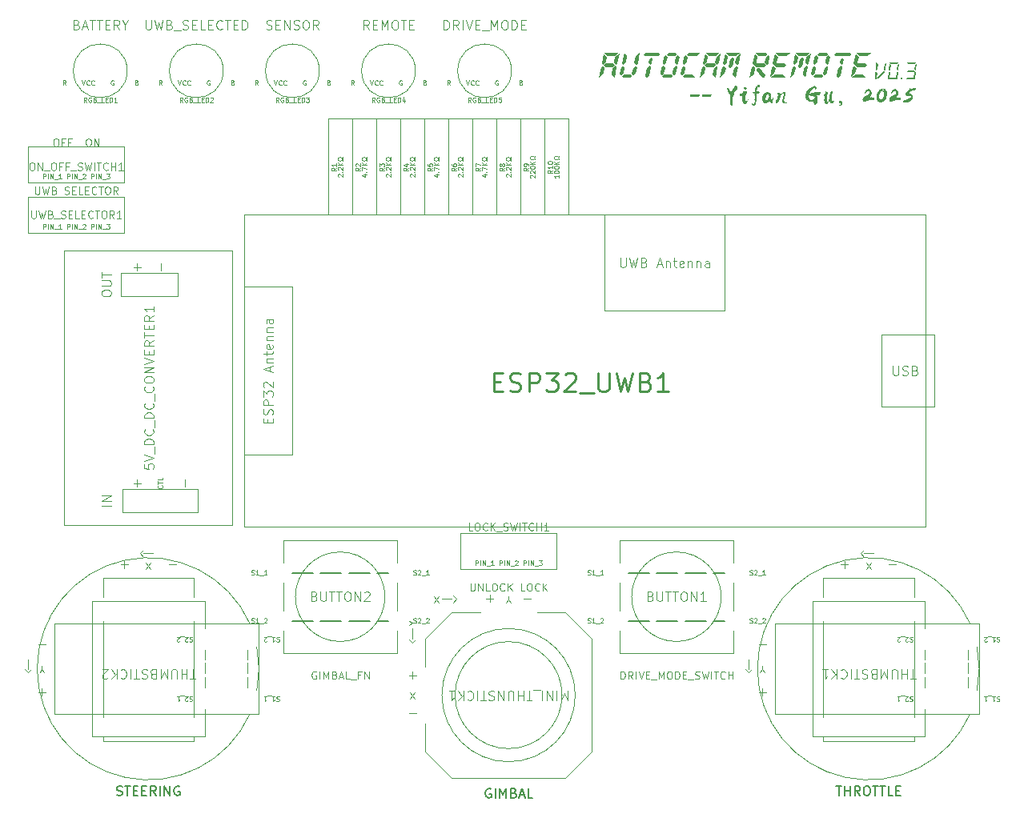
<source format=gto>
%TF.GenerationSoftware,KiCad,Pcbnew,9.0.0*%
%TF.CreationDate,2025-03-19T00:30:10-07:00*%
%TF.ProjectId,remote,72656d6f-7465-42e6-9b69-6361645f7063,v0.3*%
%TF.SameCoordinates,Original*%
%TF.FileFunction,Legend,Top*%
%TF.FilePolarity,Positive*%
%FSLAX46Y46*%
G04 Gerber Fmt 4.6, Leading zero omitted, Abs format (unit mm)*
G04 Created by KiCad (PCBNEW 9.0.0) date 2025-03-19 00:30:10*
%MOMM*%
%LPD*%
G01*
G04 APERTURE LIST*
%ADD10C,0.150000*%
%ADD11C,0.600000*%
%ADD12C,0.100000*%
%ADD13C,0.062500*%
%ADD14C,0.125000*%
%ADD15C,0.250000*%
%ADD16C,0.200000*%
G04 APERTURE END LIST*
D10*
G36*
X189738447Y-60892145D02*
G01*
X189664563Y-60963464D01*
X189555143Y-60843907D01*
X189603503Y-60299002D01*
X189807201Y-60106050D01*
X189738447Y-60892145D01*
G37*
G36*
X189631591Y-61172170D02*
G01*
X188951863Y-61796210D01*
X188816919Y-61796210D01*
X188829741Y-61657602D01*
X189506783Y-61033196D01*
X189656992Y-61032219D01*
X189631591Y-61172170D01*
G37*
G36*
X188867843Y-60843907D02*
G01*
X188738028Y-60963464D01*
X188671838Y-60892145D01*
X188740593Y-60106050D01*
X188916203Y-60299490D01*
X188867843Y-60843907D01*
G37*
G36*
X188592948Y-61795844D02*
G01*
X188679532Y-61884138D01*
X188783824Y-61795722D01*
X188839877Y-61154218D01*
X188730335Y-61034783D01*
X188654009Y-61108545D01*
X188592948Y-61795844D01*
G37*
G36*
X191110115Y-60892145D02*
G01*
X191036231Y-60963464D01*
X190926810Y-60843663D01*
X190970041Y-60334905D01*
X191176305Y-60143907D01*
X191110115Y-60892145D01*
G37*
G36*
X191143210Y-60108004D02*
G01*
X190939511Y-60295582D01*
X190320966Y-60295582D01*
X190147920Y-60108004D01*
X191143210Y-60108004D01*
G37*
G36*
X190239511Y-60843663D02*
G01*
X190109696Y-60963464D01*
X190043506Y-60892145D01*
X190109696Y-60143785D01*
X190282864Y-60334661D01*
X190239511Y-60843663D01*
G37*
G36*
X191026095Y-61850921D02*
G01*
X190855492Y-61663220D01*
X190898845Y-61154218D01*
X191028660Y-61034783D01*
X191092285Y-61108422D01*
X191026095Y-61850921D01*
G37*
G36*
X190987871Y-61890000D02*
G01*
X189992582Y-61890000D01*
X190198845Y-61702421D01*
X190817390Y-61702421D01*
X190987871Y-61890000D01*
G37*
G36*
X190168314Y-61663342D02*
G01*
X189959487Y-61854340D01*
X190025676Y-61108422D01*
X190102002Y-61034783D01*
X190211545Y-61154340D01*
X190168314Y-61663342D01*
G37*
G36*
X191328712Y-61890000D02*
G01*
X191346542Y-61702421D01*
X191537418Y-61702421D01*
X191519588Y-61890000D01*
X191328712Y-61890000D01*
G37*
G36*
X193007271Y-60108004D02*
G01*
X192803572Y-60295582D01*
X192185027Y-60295582D01*
X192011981Y-60108004D01*
X193007271Y-60108004D01*
G37*
G36*
X192851933Y-61890000D02*
G01*
X191856643Y-61890000D01*
X192062784Y-61702421D01*
X192681329Y-61702421D01*
X192851933Y-61890000D01*
G37*
G36*
X192956346Y-61108422D02*
G01*
X192890157Y-61850921D01*
X192719553Y-61663220D01*
X192762906Y-61154218D01*
X192892721Y-61034783D01*
X192956346Y-61108422D01*
G37*
G36*
X192790872Y-60843663D02*
G01*
X192834103Y-60334905D01*
X193040366Y-60143785D01*
X192974176Y-60892145D01*
X192900293Y-60963464D01*
X192790872Y-60843663D01*
G37*
G36*
X192773042Y-60905212D02*
G01*
X192862191Y-60999002D01*
X192755212Y-61092791D01*
X192090872Y-61092791D01*
X192006852Y-60999002D01*
X192108702Y-60905212D01*
X192773042Y-60905212D01*
G37*
G36*
X169329760Y-63458279D02*
G01*
X169625049Y-63453028D01*
X169840017Y-63456802D01*
X169919118Y-63464141D01*
X169983476Y-63479528D01*
X170015716Y-63493450D01*
X170052108Y-63517020D01*
X170063340Y-63552232D01*
X170052108Y-63583698D01*
X170043682Y-63606046D01*
X170032446Y-63636577D01*
X170021333Y-63667229D01*
X170003137Y-63693729D01*
X169980446Y-63707130D01*
X169938657Y-63714612D01*
X169702108Y-63717421D01*
X169301672Y-63723039D01*
X169135321Y-63729331D01*
X169100171Y-63725847D01*
X169064999Y-63697261D01*
X169055353Y-63669916D01*
X169044973Y-63641950D01*
X169034236Y-63624927D01*
X169039721Y-63597254D01*
X169039721Y-63535704D01*
X169038134Y-63482704D01*
X169045512Y-63472429D01*
X169060970Y-63468660D01*
X169081853Y-63462187D01*
X169097363Y-63463408D01*
X169133062Y-63467684D01*
X169329760Y-63458279D01*
G37*
G36*
X170584191Y-63458279D02*
G01*
X170879481Y-63453028D01*
X171094449Y-63456802D01*
X171173549Y-63464141D01*
X171237907Y-63479528D01*
X171270147Y-63493450D01*
X171306539Y-63517020D01*
X171317771Y-63552232D01*
X171306539Y-63583698D01*
X171298113Y-63606046D01*
X171286878Y-63636577D01*
X171275765Y-63667229D01*
X171257568Y-63693729D01*
X171234877Y-63707130D01*
X171193088Y-63714612D01*
X170956539Y-63717421D01*
X170556103Y-63723039D01*
X170389753Y-63729331D01*
X170354603Y-63725847D01*
X170319430Y-63697261D01*
X170309784Y-63669916D01*
X170299404Y-63641950D01*
X170288667Y-63624927D01*
X170294153Y-63597254D01*
X170294153Y-63535704D01*
X170292565Y-63482704D01*
X170299943Y-63472429D01*
X170315402Y-63468660D01*
X170336284Y-63462187D01*
X170351794Y-63463408D01*
X170387494Y-63467684D01*
X170584191Y-63458279D01*
G37*
G36*
X173906016Y-62514525D02*
G01*
X173928953Y-62531156D01*
X173956574Y-62571800D01*
X173993088Y-62637501D01*
X174018490Y-62675237D01*
X174063308Y-62749364D01*
X174088709Y-62817752D01*
X174074644Y-62859372D01*
X174021665Y-62910076D01*
X173962347Y-62957429D01*
X173912610Y-63016200D01*
X173881836Y-63045631D01*
X173865105Y-63063827D01*
X173858022Y-63083367D01*
X173845444Y-63094480D01*
X173832987Y-63108524D01*
X173831522Y-63122445D01*
X173837139Y-63129528D01*
X173828835Y-63128063D01*
X173814672Y-63123440D01*
X173809173Y-63144794D01*
X173803556Y-63161646D01*
X173800747Y-63169951D01*
X173802090Y-63172759D01*
X173797938Y-63172759D01*
X173781086Y-63185338D01*
X173769973Y-63206343D01*
X173761668Y-63223196D01*
X173732237Y-63251161D01*
X173711354Y-63265083D01*
X173697310Y-63273510D01*
X173688884Y-63290240D01*
X173693055Y-63295566D01*
X173714163Y-63281814D01*
X173719658Y-63276196D01*
X173733741Y-63263840D01*
X173736511Y-63267892D01*
X173725276Y-63287431D01*
X173704393Y-63298545D01*
X173682045Y-63318206D01*
X173663971Y-63360094D01*
X173652736Y-63383907D01*
X173647118Y-63401981D01*
X173647118Y-63410408D01*
X173641501Y-63413217D01*
X173647118Y-63446800D01*
X173654227Y-63459359D01*
X173661162Y-63460722D01*
X173666780Y-63460722D01*
X173658354Y-63483070D01*
X173654079Y-63511036D01*
X173652736Y-63525080D01*
X173642966Y-63550237D01*
X173638814Y-63572585D01*
X173633319Y-63586507D01*
X173606696Y-63659291D01*
X173591431Y-63727679D01*
X173587157Y-63738914D01*
X173573235Y-63787885D01*
X173560656Y-63847969D01*
X173560656Y-63866043D01*
X173562000Y-63896817D01*
X173560656Y-63933210D01*
X173556504Y-63973754D01*
X173552352Y-64019794D01*
X173544048Y-64033838D01*
X173535622Y-64019794D01*
X173532813Y-64003063D01*
X173527195Y-64019794D01*
X173525852Y-64047882D01*
X173532813Y-64050568D01*
X173545269Y-64042142D01*
X173548078Y-64050568D01*
X173548078Y-64063147D01*
X173548078Y-64082686D01*
X173546285Y-64097155D01*
X173555039Y-64110652D01*
X173557848Y-64117613D01*
X173550765Y-64121887D01*
X173549421Y-64145579D01*
X173545603Y-64169612D01*
X173536843Y-64179162D01*
X173530359Y-64188274D01*
X173527317Y-64212745D01*
X173532813Y-64254633D01*
X173538308Y-64249016D01*
X173543804Y-64235094D01*
X173546612Y-64247672D01*
X173543804Y-64274295D01*
X173535377Y-64291025D01*
X173531103Y-64316182D01*
X173538186Y-64341339D01*
X173540995Y-64321800D01*
X173542114Y-64306124D01*
X173549299Y-64302138D01*
X173557725Y-64313374D01*
X173549421Y-64366496D01*
X173552230Y-64399958D01*
X173557848Y-64420963D01*
X173555039Y-64439159D01*
X173545147Y-64457233D01*
X173549421Y-64475429D01*
X173557848Y-64492281D01*
X173560534Y-64503394D01*
X173566030Y-64511821D01*
X173577265Y-64534169D01*
X173582882Y-64543817D01*
X173574456Y-64550778D01*
X173563343Y-64566043D01*
X173555039Y-64584117D01*
X173548200Y-64597916D01*
X173539896Y-64610373D01*
X173519135Y-64636751D01*
X173501531Y-64652063D01*
X173483231Y-64642369D01*
X173469310Y-64633942D01*
X173442931Y-64636751D01*
X173422586Y-64640062D01*
X173413866Y-64647864D01*
X173410671Y-64661124D01*
X173416675Y-64664473D01*
X173425040Y-64666732D01*
X173422171Y-64672899D01*
X173408249Y-64678394D01*
X173391640Y-64668747D01*
X173377841Y-64659221D01*
X173369536Y-64653970D01*
X173358545Y-64648841D01*
X173342302Y-64642366D01*
X173336319Y-64620875D01*
X173336106Y-64620143D01*
X173356225Y-64620143D01*
X173367338Y-64614525D01*
X173374151Y-64603901D01*
X173371490Y-64597672D01*
X173359034Y-64606099D01*
X173356225Y-64620143D01*
X173336106Y-64620143D01*
X173332883Y-64609043D01*
X173322275Y-64601214D01*
X173300600Y-64569829D01*
X173317024Y-64569829D01*
X173319711Y-64579476D01*
X173328137Y-64579476D01*
X173325328Y-64569706D01*
X173317024Y-64569829D01*
X173300600Y-64569829D01*
X173295287Y-64562135D01*
X173276846Y-64511821D01*
X173269763Y-64493625D01*
X173267068Y-64484904D01*
X173273915Y-64465659D01*
X173285976Y-64449429D01*
X173293577Y-64447463D01*
X173297729Y-64443311D01*
X173304812Y-64426580D01*
X173311771Y-64413588D01*
X173311772Y-64399958D01*
X173359034Y-64399958D01*
X173360377Y-64416810D01*
X173364652Y-64419619D01*
X173370147Y-64402766D01*
X173361843Y-64383227D01*
X173359034Y-64399958D01*
X173311772Y-64399958D01*
X173311773Y-64388112D01*
X173328137Y-64388112D01*
X173333755Y-64399225D01*
X173336564Y-64388112D01*
X173330946Y-64376877D01*
X173328137Y-64388112D01*
X173311773Y-64388112D01*
X173311773Y-64386036D01*
X173308659Y-64341024D01*
X173319854Y-64341024D01*
X173325328Y-64354528D01*
X173330946Y-64351720D01*
X173325328Y-64337798D01*
X173319854Y-64341024D01*
X173308659Y-64341024D01*
X173304812Y-64285408D01*
X173304781Y-64284675D01*
X173319833Y-64284675D01*
X173325328Y-64309832D01*
X173330946Y-64301406D01*
X173325328Y-64279057D01*
X173319833Y-64284675D01*
X173304781Y-64284675D01*
X173303956Y-64265136D01*
X173319833Y-64265136D01*
X173325328Y-64270631D01*
X173330946Y-64267822D01*
X173325328Y-64262327D01*
X173319833Y-64265136D01*
X173303956Y-64265136D01*
X173301301Y-64202243D01*
X173314215Y-64202243D01*
X173319711Y-64209204D01*
X173325328Y-64206395D01*
X173319711Y-64199434D01*
X173314215Y-64202243D01*
X173301301Y-64202243D01*
X173299346Y-64155925D01*
X173318829Y-64155925D01*
X173325206Y-64162431D01*
X173333511Y-64165240D01*
X173340471Y-64172201D01*
X173341937Y-64249016D01*
X173345234Y-64324609D01*
X173355248Y-64355261D01*
X173361843Y-64374801D01*
X173361843Y-64357337D01*
X173398235Y-64357337D01*
X173403730Y-64393607D01*
X173407882Y-64357337D01*
X173402387Y-64320945D01*
X173398235Y-64357337D01*
X173361843Y-64357337D01*
X173361843Y-64351109D01*
X173359400Y-64313374D01*
X173361843Y-64302138D01*
X173367338Y-64293712D01*
X173360866Y-64279790D01*
X173359400Y-64268555D01*
X173359400Y-64218241D01*
X173354393Y-64167927D01*
X173349386Y-64142770D01*
X173341110Y-64139242D01*
X173328015Y-64145579D01*
X173318829Y-64155925D01*
X173299346Y-64155925D01*
X173290768Y-63952749D01*
X173290516Y-63946399D01*
X173308598Y-63946399D01*
X173308598Y-63952016D01*
X173314215Y-63968747D01*
X173319833Y-63954825D01*
X173316088Y-63943590D01*
X173524142Y-63943590D01*
X173529760Y-63949207D01*
X173535377Y-63946399D01*
X173529760Y-63940781D01*
X173524142Y-63943590D01*
X173316088Y-63943590D01*
X173314215Y-63937972D01*
X173308598Y-63946399D01*
X173290516Y-63946399D01*
X173286616Y-63847969D01*
X173274892Y-63846503D01*
X173272083Y-63838199D01*
X173271107Y-63800464D01*
X173271107Y-63724993D01*
X173271107Y-63597742D01*
X173268176Y-63569776D01*
X173265367Y-63558541D01*
X173272427Y-63518927D01*
X173265367Y-63491496D01*
X173203207Y-63410408D01*
X173132377Y-63286088D01*
X173047502Y-63108524D01*
X173017705Y-63021939D01*
X173003687Y-62986211D01*
X172996455Y-62979930D01*
X172975206Y-62949155D01*
X172959697Y-62907267D01*
X172949683Y-62879302D01*
X172939791Y-62827644D01*
X172943922Y-62798986D01*
X172953957Y-62784291D01*
X172979481Y-62771713D01*
X172999264Y-62775865D01*
X173021857Y-62781482D01*
X173067164Y-62796870D01*
X173098305Y-62817752D01*
X173118210Y-62828988D01*
X173149136Y-62849459D01*
X173193193Y-62894689D01*
X173228888Y-62944699D01*
X173237157Y-62971503D01*
X173256574Y-63027435D01*
X173273305Y-63048440D01*
X173281731Y-63063827D01*
X173283197Y-63072131D01*
X173297118Y-63100097D01*
X173312384Y-63128063D01*
X173318001Y-63139298D01*
X173323497Y-63153220D01*
X173329114Y-63150411D01*
X173329114Y-63146259D01*
X173331923Y-63147602D01*
X173327771Y-63161646D01*
X173327771Y-63172759D01*
X173334732Y-63167264D01*
X173337305Y-63160538D01*
X173348654Y-63175568D01*
X173357080Y-63197916D01*
X173366728Y-63216113D01*
X173379306Y-63225882D01*
X173416919Y-63195230D01*
X173436227Y-63169340D01*
X173759348Y-63169340D01*
X173764966Y-63174836D01*
X173773392Y-63169340D01*
X173767774Y-63163722D01*
X173759348Y-63169340D01*
X173436227Y-63169340D01*
X173442511Y-63160914D01*
X173535377Y-63160914D01*
X173538186Y-63163722D01*
X173555039Y-63130139D01*
X173563343Y-63102173D01*
X173535377Y-63160914D01*
X173442511Y-63160914D01*
X173454533Y-63144794D01*
X173489460Y-63097288D01*
X173503655Y-63077016D01*
X173568961Y-63077016D01*
X173571769Y-63082634D01*
X173571769Y-63071399D01*
X173568961Y-63077016D01*
X173503655Y-63077016D01*
X173528538Y-63041479D01*
X173564686Y-62978586D01*
X173578701Y-62949099D01*
X173582882Y-62923998D01*
X173588500Y-62890537D01*
X173613779Y-62845840D01*
X173662872Y-62766095D01*
X173717705Y-62678046D01*
X173787461Y-62570462D01*
X173844222Y-62521486D01*
X173879541Y-62511216D01*
X173906016Y-62514525D01*
G37*
G36*
X173282464Y-64346835D02*
G01*
X173279655Y-64349644D01*
X173276846Y-64335722D01*
X173282464Y-64335722D01*
X173282464Y-64346835D01*
G37*
G36*
X173276724Y-64243398D02*
G01*
X173279724Y-64309638D01*
X173271107Y-64318869D01*
X173268298Y-64263060D01*
X173271107Y-64215554D01*
X173276724Y-64243398D01*
G37*
G36*
X173268298Y-64035792D02*
G01*
X173271107Y-64118346D01*
X173271107Y-64184047D01*
X173262680Y-64049836D01*
X173265489Y-64010635D01*
X173268298Y-64035792D01*
G37*
G36*
X173574578Y-63879354D02*
G01*
X173568961Y-63884849D01*
X173563343Y-63879354D01*
X173568961Y-63873736D01*
X173574578Y-63879354D01*
G37*
G36*
X173672520Y-63569043D02*
G01*
X173667024Y-63577348D01*
X173664215Y-63569043D01*
X173669711Y-63560617D01*
X173672520Y-63569043D01*
G37*
G36*
X173678137Y-63522882D02*
G01*
X173667024Y-63527034D01*
X173667024Y-63515921D01*
X173686564Y-63510303D01*
X173678137Y-63522882D01*
G37*
G36*
X173675328Y-63427871D02*
G01*
X173669833Y-63440450D01*
X173664264Y-63445653D01*
X173655789Y-63432023D01*
X173654324Y-63420910D01*
X173661407Y-63426406D01*
X173669833Y-63426406D01*
X173669833Y-63420910D01*
X173675328Y-63427871D01*
G37*
G36*
X173710377Y-63434832D02*
G01*
X173700608Y-63440450D01*
X173704760Y-63429337D01*
X173714529Y-63423719D01*
X173710377Y-63434832D01*
G37*
G36*
X173700241Y-63371329D02*
G01*
X173683388Y-63392212D01*
X173662384Y-63410408D01*
X173669344Y-63403447D01*
X173676337Y-63394927D01*
X173675084Y-63382442D01*
X173677771Y-63376824D01*
X173686197Y-63376824D01*
X173694563Y-63368284D01*
X173700241Y-63371329D01*
G37*
G36*
X174755492Y-63102173D02*
G01*
X174794088Y-63095226D01*
X174845130Y-63102173D01*
X174895688Y-63116095D01*
X174971525Y-63137100D01*
X175044676Y-63169218D01*
X175066648Y-63202522D01*
X175068817Y-63254355D01*
X175041867Y-63337013D01*
X175015139Y-63401179D01*
X174981295Y-63510303D01*
X174943437Y-63677976D01*
X174936354Y-63715833D01*
X174923898Y-63770422D01*
X174907757Y-63932414D01*
X174915872Y-64044393D01*
X174940628Y-64119811D01*
X174957475Y-64137590D01*
X174992652Y-64150586D01*
X175032784Y-64154081D01*
X175069955Y-64147777D01*
X175099547Y-64127409D01*
X175142984Y-64072306D01*
X175181540Y-64006059D01*
X175213204Y-63935286D01*
X175227370Y-63893398D01*
X175248938Y-63830269D01*
X175263884Y-63761995D01*
X175272310Y-63739647D01*
X175275801Y-63745067D01*
X175269501Y-63778848D01*
X175261075Y-63822445D01*
X175253992Y-63850533D01*
X175248252Y-63871660D01*
X175235674Y-63918066D01*
X175218821Y-63975708D01*
X175196186Y-64043383D01*
X175137000Y-64147166D01*
X175117216Y-64180994D01*
X175105981Y-64211891D01*
X175105981Y-64225935D01*
X175097432Y-64239979D01*
X175091815Y-64251214D01*
X175091815Y-64256953D01*
X175078396Y-64273181D01*
X175066536Y-64310321D01*
X175050904Y-64332913D01*
X175041653Y-64341020D01*
X175038326Y-64355383D01*
X175033172Y-64371712D01*
X175013046Y-64394829D01*
X174971037Y-64428412D01*
X174944414Y-64448073D01*
X174912296Y-64467857D01*
X174892635Y-64476284D01*
X174836703Y-64484710D01*
X174780312Y-64481312D01*
X174744257Y-64462362D01*
X174730335Y-64453935D01*
X174710674Y-64441235D01*
X174699439Y-64423039D01*
X174688326Y-64409117D01*
X174663985Y-64394723D01*
X174668664Y-64386646D01*
X174663046Y-64369916D01*
X174651933Y-64353063D01*
X174643507Y-64341950D01*
X174621037Y-64308367D01*
X174609924Y-64273318D01*
X174597223Y-64242421D01*
X174580370Y-64197602D01*
X174570723Y-64112117D01*
X174564503Y-63996792D01*
X174573531Y-63913304D01*
X174584645Y-63851755D01*
X174598688Y-63778848D01*
X174595880Y-63734030D01*
X174570235Y-63693992D01*
X174538269Y-63671659D01*
X174497938Y-63664054D01*
X174431472Y-63650228D01*
X174375471Y-63608162D01*
X174327090Y-63529842D01*
X174310867Y-63482844D01*
X174311653Y-63452419D01*
X174324282Y-63432023D01*
X174359436Y-63417310D01*
X174402684Y-63434832D01*
X174439500Y-63447410D01*
X174478277Y-63434832D01*
X174536793Y-63379231D01*
X174612732Y-63267159D01*
X174686860Y-63149678D01*
X174716883Y-63122725D01*
X174755492Y-63102173D01*
G37*
G36*
X174730702Y-62705523D02*
G01*
X174764285Y-62702714D01*
X174820217Y-62705523D01*
X174960849Y-62721854D01*
X175002300Y-62736175D01*
X175016222Y-62758646D01*
X175035761Y-62794916D01*
X175056766Y-62828499D01*
X175069467Y-62862083D01*
X175075441Y-62883309D01*
X175070810Y-62898475D01*
X175057003Y-62910667D01*
X175025991Y-62924975D01*
X174993329Y-62940791D01*
X174965785Y-62962711D01*
X174937820Y-62987868D01*
X174921521Y-62982727D01*
X174898619Y-62962711D01*
X174803486Y-62887240D01*
X174748169Y-62846051D01*
X174741815Y-62831308D01*
X174739006Y-62822882D01*
X174725084Y-62804685D01*
X174722275Y-62772568D01*
X174719467Y-62753028D01*
X174715192Y-62729214D01*
X174730702Y-62705523D01*
G37*
G36*
X175749805Y-64741653D02*
G01*
X175740035Y-64745928D01*
X175730266Y-64741653D01*
X175740035Y-64737501D01*
X175749805Y-64741653D01*
G37*
G36*
X175714756Y-64731884D02*
G01*
X175719030Y-64743119D01*
X175706330Y-64731884D01*
X175702178Y-64720771D01*
X175714756Y-64731884D01*
G37*
G36*
X175688256Y-64712344D02*
G01*
X175689599Y-64720771D01*
X175681173Y-64712344D01*
X175679829Y-64703918D01*
X175688256Y-64712344D01*
G37*
G36*
X175744187Y-64698300D02*
G01*
X175755423Y-64709535D01*
X175746996Y-64715153D01*
X175731609Y-64706727D01*
X175728800Y-64695491D01*
X175744187Y-64698300D01*
G37*
G36*
X176363091Y-62444459D02*
G01*
X176404742Y-62473126D01*
X176435395Y-62498283D01*
X176435395Y-62576441D01*
X176431827Y-62648091D01*
X176424282Y-62679877D01*
X176396619Y-62719302D01*
X176359679Y-62747044D01*
X176340140Y-62754005D01*
X176345758Y-62730191D01*
X176356871Y-62663147D01*
X176354062Y-62593293D01*
X176331714Y-62575097D01*
X176314605Y-62572287D01*
X176295199Y-62577906D01*
X176256120Y-62610024D01*
X176221921Y-62661102D01*
X176177719Y-62756814D01*
X176140575Y-62860791D01*
X176116047Y-62953918D01*
X176099317Y-63027923D01*
X176088081Y-63085321D01*
X176087097Y-63123188D01*
X176093699Y-63139787D01*
X176114040Y-63147786D01*
X176188832Y-63152365D01*
X176266700Y-63157440D01*
X176309243Y-63169218D01*
X176343619Y-63190253D01*
X176376532Y-63222096D01*
X176404480Y-63265888D01*
X176390454Y-63275219D01*
X176376166Y-63262641D01*
X176371643Y-63255677D01*
X176363221Y-63259832D01*
X176358947Y-63279616D01*
X176360025Y-63289913D01*
X176350398Y-63305383D01*
X176341149Y-63320457D01*
X176343193Y-63329685D01*
X176341850Y-63349713D01*
X176334645Y-63368398D01*
X176347589Y-63386960D01*
X176354210Y-63395145D01*
X176339041Y-63398318D01*
X176293123Y-63398318D01*
X176180039Y-63405401D01*
X176089913Y-63420788D01*
X176069763Y-63440205D01*
X176064146Y-63652208D01*
X176052910Y-64118101D01*
X176020744Y-64357796D01*
X175991239Y-64464193D01*
X175979882Y-64504616D01*
X175964494Y-64546381D01*
X175960220Y-64564455D01*
X175957411Y-64570073D01*
X175951916Y-64578499D01*
X175942905Y-64594676D01*
X175940192Y-64589368D01*
X175934575Y-64594863D01*
X175937384Y-64600481D01*
X175942550Y-64595313D01*
X175936407Y-64606343D01*
X175901358Y-64651039D01*
X175866187Y-64678883D01*
X175849938Y-64683048D01*
X175842495Y-64678883D01*
X175837140Y-64674167D01*
X175822712Y-64676074D01*
X175797555Y-64678883D01*
X175797555Y-64684501D01*
X175803172Y-64690118D01*
X175817094Y-64701231D01*
X175792059Y-64698422D01*
X175738241Y-64684756D01*
X175732344Y-64680104D01*
X175761040Y-64680104D01*
X175772153Y-64687187D01*
X175779114Y-64684378D01*
X175780580Y-64681570D01*
X175769344Y-64673143D01*
X175761040Y-64680104D01*
X175732344Y-64680104D01*
X175716710Y-64667770D01*
X175711093Y-64678883D01*
X175711093Y-64692927D01*
X175691553Y-64673265D01*
X175644292Y-64617456D01*
X175627561Y-64592177D01*
X175610831Y-64558715D01*
X175605213Y-64550289D01*
X175594100Y-64544672D01*
X175582865Y-64522323D01*
X175580056Y-64511210D01*
X175574439Y-64511210D01*
X175574439Y-64505593D01*
X175582945Y-64502216D01*
X175596787Y-64516706D01*
X175614983Y-64541863D01*
X175630248Y-64564211D01*
X175651131Y-64594986D01*
X175660901Y-64614525D01*
X175681783Y-64645300D01*
X175705475Y-64662152D01*
X175708222Y-64650987D01*
X175701284Y-64642613D01*
X175763849Y-64642613D01*
X175770197Y-64649757D01*
X175803050Y-64653726D01*
X175816972Y-64648108D01*
X175881208Y-64648108D01*
X175886703Y-64650917D01*
X175900747Y-64639804D01*
X175881208Y-64648108D01*
X175816972Y-64648108D01*
X175800485Y-64642613D01*
X175825398Y-64642613D01*
X175836633Y-64636995D01*
X175846403Y-64634187D01*
X175860325Y-64641147D01*
X175873026Y-64636995D01*
X175873026Y-64632721D01*
X175861790Y-64631378D01*
X175847746Y-64631378D01*
X175867408Y-64609030D01*
X175905916Y-64547272D01*
X175937384Y-64435739D01*
X175958388Y-64333646D01*
X175959732Y-64307145D01*
X175954236Y-64307145D01*
X175930423Y-64396538D01*
X175898183Y-64497166D01*
X175889756Y-64534902D01*
X175871560Y-64567142D01*
X175853364Y-64596451D01*
X175836633Y-64622951D01*
X175825398Y-64642613D01*
X175800485Y-64642613D01*
X175800119Y-64642491D01*
X175774962Y-64641147D01*
X175763849Y-64642613D01*
X175701284Y-64642613D01*
X175680440Y-64617456D01*
X175660901Y-64593642D01*
X175660090Y-64592299D01*
X175683249Y-64592299D01*
X175688866Y-64600603D01*
X175691553Y-64594986D01*
X175685060Y-64584495D01*
X175683249Y-64592299D01*
X175660090Y-64592299D01*
X175649910Y-64575446D01*
X175647736Y-64572515D01*
X175662977Y-64572515D01*
X175668594Y-64578133D01*
X175674212Y-64575324D01*
X175668594Y-64569706D01*
X175662977Y-64572515D01*
X175647736Y-64572515D01*
X175618752Y-64533436D01*
X175637820Y-64533436D01*
X175640628Y-64544549D01*
X175649055Y-64555785D01*
X175646246Y-64544549D01*
X175637820Y-64533436D01*
X175618752Y-64533436D01*
X175606974Y-64517555D01*
X175600363Y-64505471D01*
X175629393Y-64505471D01*
X175635011Y-64512431D01*
X175640628Y-64509623D01*
X175635011Y-64502662D01*
X175629393Y-64505471D01*
X175600363Y-64505471D01*
X175589672Y-64485931D01*
X175609854Y-64485931D01*
X175612663Y-64497044D01*
X175619501Y-64498510D01*
X175618158Y-64485931D01*
X175609854Y-64485931D01*
X175589672Y-64485931D01*
X175577379Y-64463461D01*
X175587384Y-64463461D01*
X175594344Y-64469078D01*
X175601428Y-64466270D01*
X175594344Y-64460774D01*
X175587384Y-64463461D01*
X175577379Y-64463461D01*
X175574439Y-64458087D01*
X175564669Y-64437083D01*
X175557708Y-64431465D01*
X175553434Y-64431465D01*
X175554899Y-64424504D01*
X175546473Y-64388234D01*
X175538046Y-64349033D01*
X175543664Y-64354651D01*
X175557708Y-64361612D01*
X175563326Y-64363077D01*
X175557708Y-64368572D01*
X175554899Y-64376999D01*
X175563326Y-64382616D01*
X175567478Y-64384082D01*
X175568943Y-64390921D01*
X175568943Y-64396538D01*
X175575904Y-64398004D01*
X175582865Y-64410582D01*
X175591291Y-64424504D01*
X175590282Y-64421695D01*
X175627439Y-64421695D01*
X175628783Y-64427313D01*
X175635866Y-64435617D01*
X175638675Y-64446852D01*
X175644292Y-64441235D01*
X175644292Y-64435739D01*
X175639680Y-64419344D01*
X175627439Y-64421695D01*
X175590282Y-64421695D01*
X175577247Y-64385425D01*
X175568943Y-64340607D01*
X175577247Y-64354651D01*
X175588361Y-64365764D01*
X175592513Y-64367229D01*
X175591169Y-64371381D01*
X175593883Y-64387266D01*
X175599596Y-64390921D01*
X175603748Y-64392386D01*
X175610831Y-64402156D01*
X175620554Y-64416533D01*
X175630248Y-64413391D01*
X175633057Y-64404965D01*
X175627439Y-64393729D01*
X175621822Y-64386769D01*
X175630248Y-64386769D01*
X175638675Y-64402156D01*
X175649788Y-64421695D01*
X175670668Y-64450452D01*
X175666518Y-64455279D01*
X175663709Y-64460896D01*
X175677631Y-64460896D01*
X175680440Y-64452470D01*
X175691553Y-64460896D01*
X175704132Y-64472009D01*
X175726358Y-64484588D01*
X175759819Y-64499975D01*
X175778200Y-64497783D01*
X175790594Y-64485931D01*
X175807202Y-64462240D01*
X175816972Y-64434274D01*
X175829550Y-64389577D01*
X175836511Y-64353185D01*
X175839320Y-64340607D01*
X175842129Y-64323876D01*
X175842129Y-64309954D01*
X175853242Y-64301528D01*
X175858859Y-64307145D01*
X175858859Y-64323876D01*
X175853242Y-64358925D01*
X175844816Y-64388234D01*
X175833702Y-64418886D01*
X175818193Y-64457965D01*
X175816850Y-64494357D01*
X175821815Y-64499839D01*
X175821002Y-64515362D01*
X175808423Y-64547480D01*
X175802928Y-64564333D01*
X175815377Y-64555456D01*
X175828333Y-64529994D01*
X175841175Y-64529994D01*
X175842129Y-64550289D01*
X175860345Y-64512877D01*
X175892443Y-64404965D01*
X175918374Y-64287696D01*
X175920361Y-64273440D01*
X175965349Y-64273440D01*
X175970967Y-64279057D01*
X175976585Y-64276249D01*
X175970967Y-64270631D01*
X175965349Y-64273440D01*
X175920361Y-64273440D01*
X175922301Y-64259518D01*
X176018594Y-64259518D01*
X176021403Y-64267822D01*
X176021403Y-64256709D01*
X176018594Y-64259518D01*
X175922301Y-64259518D01*
X175924455Y-64244058D01*
X176012206Y-64244058D01*
X176015785Y-64248283D01*
X176024212Y-64225935D01*
X176025501Y-64204909D01*
X176018594Y-64220317D01*
X176012206Y-64244058D01*
X175924455Y-64244058D01*
X175931644Y-64192473D01*
X175932987Y-64168782D01*
X175932987Y-64153394D01*
X175931644Y-64147777D01*
X175926782Y-64162478D01*
X175906487Y-64298719D01*
X175889634Y-64374190D01*
X175868629Y-64449661D01*
X175850433Y-64502784D01*
X175841175Y-64529994D01*
X175828333Y-64529994D01*
X175839320Y-64508401D01*
X175860465Y-64449596D01*
X175879620Y-64360268D01*
X175895130Y-64206395D01*
X175899648Y-64192351D01*
X175904167Y-64176964D01*
X175911738Y-64160233D01*
X175911738Y-64144968D01*
X175910273Y-64125307D01*
X175922363Y-64130924D01*
X175934086Y-64140694D01*
X175934086Y-64125307D01*
X175939704Y-64102958D01*
X175949492Y-64089781D01*
X175939704Y-64086106D01*
X175931277Y-64079145D01*
X175939704Y-64072184D01*
X175948130Y-64063879D01*
X175939704Y-64052644D01*
X175934513Y-64043424D01*
X175931277Y-63998056D01*
X175931277Y-63940659D01*
X175931277Y-63904389D01*
X175925660Y-63870806D01*
X175917478Y-63848457D01*
X175914424Y-63832678D01*
X175908016Y-63829040D01*
X175926148Y-63829040D01*
X175931766Y-63837344D01*
X175933109Y-63829040D01*
X175927492Y-63820614D01*
X175926148Y-63829040D01*
X175908016Y-63829040D01*
X175907586Y-63828796D01*
X175903434Y-63821835D01*
X175909051Y-63809256D01*
X175909051Y-63803639D01*
X175922973Y-63805104D01*
X175934208Y-63806570D01*
X175928591Y-63800952D01*
X175922973Y-63789717D01*
X175925782Y-63786908D01*
X175933179Y-63796036D01*
X175937017Y-63789717D01*
X175937017Y-63778482D01*
X175925782Y-63758942D01*
X175917478Y-63747829D01*
X175928469Y-63745020D01*
X175941047Y-63736594D01*
X175939704Y-63721207D01*
X175931277Y-63613496D01*
X175934981Y-63524297D01*
X175939704Y-63512868D01*
X175942513Y-63510059D01*
X175936895Y-63496137D01*
X175931522Y-63484902D01*
X175926270Y-63493328D01*
X175923278Y-63498816D01*
X175911127Y-63493328D01*
X175908563Y-63484902D01*
X175903556Y-63465362D01*
X175906365Y-63465362D01*
X175916152Y-63470203D01*
X175922973Y-63462554D01*
X175925782Y-63454127D01*
X175928591Y-63465362D01*
X175934086Y-63476475D01*
X175939582Y-63454127D01*
X175936773Y-63437397D01*
X175853242Y-63437397D01*
X175778504Y-63433272D01*
X175758476Y-63426161D01*
X175739190Y-63399371D01*
X175725014Y-63342264D01*
X175712979Y-63306958D01*
X175699735Y-63317107D01*
X175690465Y-63333200D01*
X175688622Y-63328342D01*
X175691309Y-63314542D01*
X175697302Y-63295027D01*
X175692774Y-63276807D01*
X175687157Y-63246032D01*
X175705353Y-63218066D01*
X175727823Y-63202679D01*
X175744554Y-63194253D01*
X175751515Y-63190101D01*
X175752980Y-63202679D01*
X175775206Y-63210983D01*
X175813811Y-63206319D01*
X175839442Y-63194131D01*
X175844720Y-63188111D01*
X175906243Y-63174591D01*
X175931277Y-63166287D01*
X175931761Y-63158105D01*
X175954236Y-63158105D01*
X175957045Y-63166409D01*
X175957045Y-63152487D01*
X175954236Y-63158105D01*
X175931761Y-63158105D01*
X175934086Y-63118782D01*
X175936895Y-63096434D01*
X175948008Y-63088007D01*
X175948008Y-63090816D01*
X175950817Y-63102051D01*
X175956312Y-63127208D01*
X175964617Y-63118782D01*
X175964617Y-63076894D01*
X175959121Y-63051737D01*
X175956312Y-63060163D01*
X175950695Y-63057355D01*
X175952038Y-63043311D01*
X175943612Y-63051737D01*
X175936651Y-63058820D01*
X175939460Y-63046120D01*
X175947886Y-63020963D01*
X175953199Y-63001426D01*
X175956312Y-62928761D01*
X175961808Y-62878447D01*
X175958999Y-62872829D01*
X175950695Y-62899452D01*
X175939582Y-62953918D01*
X175934086Y-63007041D01*
X175932621Y-63022428D01*
X175920164Y-63015345D01*
X175917356Y-63000080D01*
X175922973Y-62966496D01*
X175929934Y-62934378D01*
X175934086Y-62914717D01*
X175939704Y-62906413D01*
X175942391Y-62907756D01*
X175942391Y-62903604D01*
X175945199Y-62891025D01*
X175945199Y-62882599D01*
X175945199Y-62861594D01*
X175953504Y-62844863D01*
X175967425Y-62842055D01*
X175967425Y-62847672D01*
X175964617Y-62864403D01*
X175972921Y-62853290D01*
X175980561Y-62840537D01*
X175975608Y-62833628D01*
X175969346Y-62819725D01*
X175978416Y-62791741D01*
X175983912Y-62766584D01*
X175990075Y-62739025D01*
X176011755Y-62705034D01*
X176017373Y-62702348D01*
X176023179Y-62705735D01*
X176034104Y-62691113D01*
X176042408Y-62674382D01*
X176036913Y-62671573D01*
X176064756Y-62629563D01*
X176075991Y-62610024D01*
X176130213Y-62545788D01*
X176206906Y-62473126D01*
X176234627Y-62453464D01*
X176265402Y-62439542D01*
X176317639Y-62433386D01*
X176363091Y-62444459D01*
G37*
G36*
X175688866Y-64639804D02*
G01*
X175688866Y-64645300D01*
X175677631Y-64631378D01*
X175680440Y-64625760D01*
X175688866Y-64639804D01*
G37*
G36*
X175943001Y-64594863D02*
G01*
X175942550Y-64595313D01*
X175942905Y-64594676D01*
X175943001Y-64594863D01*
G37*
G36*
X175563326Y-64472009D02*
G01*
X175566134Y-64486053D01*
X175571752Y-64502784D01*
X175563326Y-64488862D01*
X175552213Y-64466392D01*
X175554418Y-64459241D01*
X175563326Y-64472009D01*
G37*
G36*
X175548183Y-64421573D02*
G01*
X175542565Y-64424382D01*
X175536947Y-64418886D01*
X175542565Y-64416078D01*
X175548183Y-64421573D01*
G37*
G36*
X175619501Y-64368572D02*
G01*
X175618158Y-64376877D01*
X175612663Y-64368572D01*
X175614006Y-64360146D01*
X175619501Y-64368572D01*
G37*
G36*
X175520217Y-64354528D02*
G01*
X175514599Y-64360146D01*
X175508982Y-64351720D01*
X175514599Y-64346102D01*
X175520217Y-64354528D01*
G37*
G36*
X175598619Y-64332302D02*
G01*
X175603470Y-64347100D01*
X175590192Y-64351842D01*
X175584575Y-64343538D01*
X175588727Y-64328150D01*
X175598619Y-64332302D01*
G37*
G36*
X175510203Y-64254023D02*
G01*
X175510203Y-64270753D01*
X175518629Y-64267944D01*
X175521438Y-64259640D01*
X175524247Y-64265136D01*
X175529864Y-64287484D01*
X175531347Y-64301999D01*
X175524247Y-64321067D01*
X175521438Y-64312763D01*
X175521438Y-64297376D01*
X175510203Y-64294567D01*
X175501776Y-64295910D01*
X175507394Y-64290293D01*
X175511546Y-64283332D01*
X175504585Y-64276371D01*
X175499288Y-64272979D01*
X175504585Y-64245596D01*
X175507394Y-64237170D01*
X175513012Y-64237170D01*
X175510203Y-64254023D01*
G37*
G36*
X175578957Y-64301406D02*
G01*
X175587384Y-64309832D01*
X175585181Y-64314765D01*
X175576148Y-64307023D01*
X175573462Y-64300062D01*
X175578957Y-64301406D01*
G37*
G36*
X175867408Y-64281866D02*
G01*
X175863134Y-64292979D01*
X175856173Y-64281866D01*
X175860325Y-64270631D01*
X175867408Y-64281866D01*
G37*
G36*
X175542565Y-64256709D02*
G01*
X175536947Y-64265013D01*
X175535604Y-64256709D01*
X175541100Y-64248283D01*
X175542565Y-64256709D01*
G37*
G36*
X175867286Y-64234361D02*
G01*
X175858859Y-64248283D01*
X175861668Y-64223126D01*
X175870095Y-64206395D01*
X175867286Y-64234361D01*
G37*
G36*
X175508982Y-64197969D02*
G01*
X175508982Y-64220317D01*
X175503364Y-64203586D01*
X175504707Y-64186856D01*
X175508982Y-64197969D01*
G37*
G36*
X175874369Y-64185390D02*
G01*
X175867408Y-64186856D01*
X175871560Y-64177086D01*
X175878643Y-64175621D01*
X175874369Y-64185390D01*
G37*
G36*
X175531452Y-64167316D02*
G01*
X175525834Y-64170003D01*
X175520217Y-64164508D01*
X175525834Y-64161699D01*
X175531452Y-64167316D01*
G37*
G36*
X175865943Y-64161699D02*
G01*
X175858982Y-64167194D01*
X175856173Y-64161699D01*
X175863134Y-64156081D01*
X175865943Y-64161699D01*
G37*
G36*
X175873026Y-64125307D02*
G01*
X175870217Y-64119689D01*
X175873026Y-64114071D01*
X175873026Y-64125307D01*
G37*
G36*
X175920488Y-64065080D02*
G01*
X175920164Y-64080488D01*
X175912064Y-64088175D01*
X175906120Y-64083175D01*
X175913081Y-64072062D01*
X175911738Y-64066444D01*
X175911738Y-64060826D01*
X175920488Y-64065080D01*
G37*
G36*
X175881330Y-64013565D02*
G01*
X175888291Y-64044340D01*
X175884261Y-64058262D01*
X175878643Y-64052644D01*
X175870217Y-64005139D01*
X175873026Y-63993904D01*
X175881330Y-64013565D01*
G37*
G36*
X175905754Y-63932233D02*
G01*
X175914669Y-63937850D01*
X175914669Y-63940659D01*
X175914669Y-63965816D01*
X175922411Y-64012444D01*
X175917478Y-64035792D01*
X175907708Y-64000865D01*
X175903556Y-63949085D01*
X175903556Y-63929424D01*
X175905754Y-63932233D01*
G37*
G36*
X175878643Y-63957634D02*
G01*
X175873026Y-63963129D01*
X175871560Y-63957634D01*
X175877178Y-63952016D01*
X175878643Y-63957634D01*
G37*
G36*
X175878643Y-63933820D02*
G01*
X175873026Y-63940781D01*
X175867408Y-63933820D01*
X175873026Y-63926859D01*
X175878643Y-63933820D01*
G37*
G36*
X175878643Y-63915624D02*
G01*
X175873026Y-63921242D01*
X175867408Y-63915624D01*
X175873026Y-63910006D01*
X175878643Y-63915624D01*
G37*
G36*
X175923462Y-63692020D02*
G01*
X175920653Y-63686402D01*
X175923462Y-63680785D01*
X175923462Y-63692020D01*
G37*
G36*
X175926148Y-63623632D02*
G01*
X175920531Y-63624975D01*
X175915035Y-63619357D01*
X175920531Y-63618014D01*
X175926148Y-63623632D01*
G37*
G36*
X175881452Y-63585774D02*
G01*
X175875834Y-63597009D01*
X175873026Y-63585774D01*
X175878643Y-63574539D01*
X175881452Y-63585774D01*
G37*
G36*
X175912227Y-63571852D02*
G01*
X175920653Y-63588583D01*
X175912227Y-63583087D01*
X175903800Y-63566235D01*
X175912227Y-63571852D01*
G37*
G36*
X175895130Y-63546451D02*
G01*
X175895130Y-63552069D01*
X175889512Y-63543764D01*
X175895130Y-63546451D01*
G37*
G36*
X175881452Y-63507494D02*
G01*
X175884261Y-63518729D01*
X175888291Y-63532651D01*
X175881452Y-63527034D01*
X175873026Y-63507494D01*
X175874963Y-63500545D01*
X175881452Y-63507494D01*
G37*
G36*
X177360464Y-63265572D02*
G01*
X177427604Y-63301743D01*
X177445583Y-63318450D01*
X177462321Y-63339500D01*
X177479777Y-63343607D01*
X177491012Y-63352034D01*
X177498095Y-63361926D01*
X177513849Y-63360460D01*
X177527893Y-63352034D01*
X177551663Y-63342166D01*
X177581993Y-63357651D01*
X177598458Y-63380259D01*
X177610203Y-63413461D01*
X177621507Y-63487158D01*
X177615820Y-63550237D01*
X177600838Y-63647969D01*
X177601899Y-63726092D01*
X177607604Y-63811944D01*
X177624735Y-63896451D01*
X177650681Y-63971414D01*
X177670653Y-64002452D01*
X177699229Y-64013565D01*
X177735789Y-63999837D01*
X177773160Y-63948893D01*
X177811703Y-63832093D01*
X177817199Y-63815362D01*
X177822694Y-63820980D01*
X177822694Y-63840519D01*
X177825503Y-63865676D01*
X177833349Y-63858991D01*
X177841989Y-63823789D01*
X177849085Y-63809092D01*
X177858842Y-63820980D01*
X177861651Y-63829284D01*
X177863358Y-63875315D01*
X177841989Y-63968991D01*
X177836372Y-64008192D01*
X177822694Y-64055697D01*
X177809016Y-64112972D01*
X177796438Y-64166095D01*
X177783982Y-64196748D01*
X177765175Y-64237170D01*
X177744921Y-64287044D01*
X177752596Y-64295910D01*
X177757594Y-64302599D01*
X177746490Y-64315450D01*
X177746490Y-64333646D01*
X177749912Y-64339909D01*
X177763221Y-64340607D01*
X177772991Y-64340729D01*
X177751986Y-64363077D01*
X177723000Y-64384596D01*
X177696665Y-64390921D01*
X177664953Y-64385633D01*
X177602509Y-64363443D01*
X177566761Y-64340604D01*
X177531923Y-64301161D01*
X177504598Y-64253737D01*
X177490592Y-64214822D01*
X177752230Y-64214822D01*
X177756188Y-64218608D01*
X177767495Y-64205174D01*
X177780196Y-64177208D01*
X177791309Y-64144968D01*
X177799735Y-64117002D01*
X177785813Y-64131046D01*
X177753865Y-64191081D01*
X177752230Y-64214822D01*
X177490592Y-64214822D01*
X177486372Y-64203098D01*
X177466017Y-64160608D01*
X177431051Y-64147777D01*
X177404550Y-64181238D01*
X177379393Y-64211891D01*
X177375241Y-64217508D01*
X177353015Y-64256587D01*
X177305950Y-64304253D01*
X177249945Y-64334623D01*
X177210988Y-64352819D01*
X177159453Y-64375167D01*
X177113535Y-64393119D01*
X177057848Y-64398736D01*
X176979812Y-64390310D01*
X176924170Y-64372892D01*
X176858668Y-64338775D01*
X176800042Y-64296449D01*
X176768298Y-64261960D01*
X176726804Y-64187835D01*
X176704184Y-64130802D01*
X176681836Y-64047027D01*
X176672086Y-63995802D01*
X176669436Y-63937972D01*
X177035255Y-63937972D01*
X177039434Y-63997567D01*
X177049177Y-64030296D01*
X177088195Y-64082159D01*
X177126058Y-64093615D01*
X177171543Y-64072184D01*
X177205476Y-64038987D01*
X177257882Y-63968747D01*
X177338605Y-63829040D01*
X177391840Y-63695414D01*
X177402596Y-63647323D01*
X177388919Y-63588583D01*
X177369426Y-63531931D01*
X177372188Y-63476720D01*
X177382240Y-63421402D01*
X177377806Y-63404057D01*
X177341902Y-63392944D01*
X177310150Y-63395753D01*
X177288046Y-63405523D01*
X177250677Y-63420910D01*
X177192670Y-63483803D01*
X177137471Y-63571852D01*
X177109749Y-63619357D01*
X177094606Y-63658558D01*
X177073968Y-63711559D01*
X177046476Y-63797317D01*
X177035255Y-63937972D01*
X176669436Y-63937972D01*
X176667914Y-63904755D01*
X176673423Y-63811685D01*
X176687698Y-63745631D01*
X176712467Y-63674285D01*
X176752666Y-63586507D01*
X176800079Y-63503974D01*
X176871246Y-63411995D01*
X176950173Y-63332391D01*
X176984872Y-63309047D01*
X177369868Y-63309047D01*
X177383912Y-63317473D01*
X177404917Y-63325778D01*
X177414686Y-63325778D01*
X177395147Y-63314665D01*
X177369868Y-63309047D01*
X176984872Y-63309047D01*
X177004114Y-63296102D01*
X177153835Y-63234797D01*
X177230039Y-63226371D01*
X177283772Y-63226371D01*
X177360464Y-63265572D01*
G37*
G36*
X179098374Y-63234187D02*
G01*
X179138768Y-63262346D01*
X179158580Y-63298422D01*
X179162735Y-63335097D01*
X179158580Y-63408942D01*
X179138919Y-63519340D01*
X179113762Y-63575150D01*
X179092757Y-63621311D01*
X179082987Y-63633890D01*
X179081522Y-63639508D01*
X179077370Y-63670282D01*
X179041212Y-63787808D01*
X179021316Y-63882651D01*
X179010203Y-63991706D01*
X179005929Y-64011367D01*
X179004585Y-64030907D01*
X179015820Y-64139839D01*
X179041580Y-64182404D01*
X179080178Y-64215310D01*
X179099718Y-64234972D01*
X179064791Y-64221050D01*
X179018507Y-64190275D01*
X179003120Y-64169270D01*
X178996159Y-64158035D01*
X178991885Y-64151074D01*
X178995507Y-64147340D01*
X178993350Y-64127383D01*
X178989076Y-64096608D01*
X178987732Y-64036402D01*
X178982115Y-63988897D01*
X178979428Y-64002941D01*
X178976619Y-64011245D01*
X178968193Y-64016863D01*
X178973811Y-64030907D01*
X178969536Y-64036402D01*
X178959767Y-64043485D01*
X178969536Y-64057407D01*
X178979428Y-64086716D01*
X178976619Y-64107721D01*
X178968193Y-64111873D01*
X178961110Y-64118956D01*
X178971002Y-64127383D01*
X178976806Y-64129644D01*
X178979428Y-64142648D01*
X178986182Y-64177060D01*
X179007394Y-64209815D01*
X179045554Y-64240186D01*
X179110953Y-64265624D01*
X179136110Y-64279668D01*
X179101183Y-64271364D01*
X179071752Y-64261594D01*
X179032551Y-64243276D01*
X178985961Y-64214131D01*
X178976619Y-64198579D01*
X178962575Y-64170614D01*
X178951340Y-64159501D01*
X178956958Y-64181849D01*
X178973658Y-64223165D01*
X179018894Y-64260935D01*
X179108144Y-64295300D01*
X179203277Y-64304825D01*
X179309767Y-64302016D01*
X179332115Y-64302016D01*
X179340541Y-64313251D01*
X179357336Y-64315235D01*
X179393786Y-64302016D01*
X179410517Y-64296399D01*
X179418943Y-64292247D01*
X179437139Y-64281133D01*
X179469379Y-64272707D01*
X179483423Y-64276859D01*
X179474997Y-64278325D01*
X179466571Y-64282477D01*
X179456679Y-64293590D01*
X179446909Y-64288094D01*
X179441291Y-64283942D01*
X179438605Y-64295055D01*
X179430178Y-64304825D01*
X179413326Y-64302016D01*
X179410517Y-64303482D01*
X179410517Y-64307634D01*
X179404899Y-64313251D01*
X179389512Y-64320212D01*
X179368507Y-64328639D01*
X179346159Y-64335600D01*
X179329428Y-64338408D01*
X179318193Y-64344026D01*
X179305492Y-64349521D01*
X179276061Y-64360757D01*
X179256522Y-64369183D01*
X179221595Y-64374801D01*
X179154550Y-64383105D01*
X179119624Y-64388722D01*
X179127928Y-64394218D01*
X179134889Y-64398492D01*
X179130737Y-64408262D01*
X179125241Y-64405453D01*
X179114006Y-64405453D01*
X179042565Y-64405453D01*
X178976986Y-64402644D01*
X178965961Y-64403050D01*
X178934976Y-64388722D01*
X178934131Y-64388112D01*
X179090070Y-64388112D01*
X179101183Y-64393607D01*
X179112418Y-64388112D01*
X179101183Y-64382494D01*
X179090070Y-64388112D01*
X178934131Y-64388112D01*
X178884540Y-64352330D01*
X178871654Y-64332180D01*
X179288884Y-64332180D01*
X179299997Y-64330837D01*
X179322345Y-64323754D01*
X179336389Y-64318136D01*
X179328085Y-64315327D01*
X179305615Y-64320945D01*
X179288884Y-64332180D01*
X178871654Y-64332180D01*
X178854044Y-64304642D01*
X178831986Y-64225375D01*
X178823113Y-64100760D01*
X178827641Y-63984421D01*
X178839966Y-63891078D01*
X178854010Y-63815607D01*
X178865123Y-63779337D01*
X178906640Y-63677633D01*
X178909941Y-63656238D01*
X178926794Y-63597620D01*
X178969577Y-63465602D01*
X178980874Y-63389405D01*
X178974421Y-63348736D01*
X178956091Y-63332218D01*
X178912750Y-63329197D01*
X178872206Y-63340432D01*
X178833005Y-63359972D01*
X178820426Y-63373893D01*
X178816152Y-63385129D01*
X178813465Y-63379511D01*
X178812122Y-63373893D01*
X178799665Y-63380976D01*
X178798322Y-63393555D01*
X178790018Y-63396242D01*
X178781714Y-63396242D01*
X178777561Y-63397707D01*
X178779027Y-63399050D01*
X178753992Y-63429825D01*
X178661546Y-63541688D01*
X178626554Y-63600049D01*
X178618682Y-63628272D01*
X178614407Y-63652086D01*
X178601829Y-63692630D01*
X178577226Y-63787956D01*
X178540280Y-63891078D01*
X178509505Y-63972166D01*
X178442216Y-64134344D01*
X178436598Y-64151074D01*
X178425363Y-64170736D01*
X178418402Y-64195893D01*
X178417059Y-64213967D01*
X178408633Y-64240467D01*
X178405824Y-64255976D01*
X178397397Y-64260129D01*
X178391902Y-64271364D01*
X178389184Y-64283535D01*
X178372240Y-64296521D01*
X178344275Y-64318869D01*
X178331574Y-64329982D01*
X178327422Y-64338408D01*
X178321804Y-64357948D01*
X178313500Y-64359291D01*
X178306417Y-64349521D01*
X178286878Y-64363565D01*
X178271490Y-64388722D01*
X178263064Y-64385914D01*
X178254638Y-64377487D01*
X178246211Y-64385914D01*
X178221054Y-64406919D01*
X178201515Y-64411071D01*
X178191623Y-64391531D01*
X178184713Y-64379381D01*
X178173427Y-64377487D01*
X178158040Y-64373335D01*
X178145461Y-64338408D01*
X178127265Y-64318869D01*
X178116123Y-64307097D01*
X178111878Y-64285286D01*
X178120304Y-64240467D01*
X178128608Y-64218119D01*
X178118839Y-64227889D01*
X178106260Y-64239124D01*
X178103451Y-64226545D01*
X178097834Y-64207006D01*
X178093054Y-64200069D01*
X178093559Y-64173422D01*
X178097834Y-64141304D01*
X178114564Y-64132878D01*
X178131417Y-64116147D01*
X178141187Y-64089647D01*
X178153887Y-64047637D01*
X178162192Y-64022480D01*
X178193088Y-64005750D01*
X178229358Y-63988897D01*
X178248898Y-63927470D01*
X178282481Y-63835146D01*
X178310797Y-63744239D01*
X178310569Y-63726214D01*
X178306295Y-63724870D01*
X178304952Y-63731709D01*
X178288099Y-63787641D01*
X178265751Y-63842229D01*
X178262942Y-63838077D01*
X178276864Y-63790572D01*
X178313378Y-63681395D01*
X178352311Y-63535457D01*
X178355388Y-63482948D01*
X178338535Y-63467683D01*
X178307760Y-63471835D01*
X178279475Y-63481800D01*
X178265751Y-63477330D01*
X178276864Y-63459256D01*
X178285290Y-63442526D01*
X178283947Y-63424330D01*
X178283947Y-63399173D01*
X178295182Y-63359972D01*
X178313340Y-63333377D01*
X178334261Y-63318084D01*
X178353017Y-63305942D01*
X178355388Y-63298422D01*
X178353922Y-63288775D01*
X178360883Y-63290118D01*
X178404801Y-63297010D01*
X178428172Y-63290118D01*
X178467067Y-63279606D01*
X178520374Y-63292927D01*
X178559932Y-63323774D01*
X178595967Y-63379511D01*
X178611266Y-63408055D01*
X178621246Y-63415903D01*
X178639442Y-63411751D01*
X178696717Y-63365589D01*
X178800344Y-63290047D01*
X178895711Y-63243161D01*
X178984924Y-63220143D01*
X179046876Y-63219673D01*
X179098374Y-63234187D01*
G37*
G36*
X179165663Y-64399225D02*
G01*
X179154428Y-64393607D01*
X179167007Y-64390921D01*
X179165663Y-64399225D01*
G37*
G36*
X179199247Y-64393729D02*
G01*
X179188012Y-64399225D01*
X179182394Y-64393729D01*
X179193629Y-64388112D01*
X179199247Y-64393729D01*
G37*
G36*
X179263605Y-64379685D02*
G01*
X179245409Y-64388112D01*
X179234173Y-64393607D01*
X179238448Y-64385303D01*
X179260796Y-64376877D01*
X179270566Y-64376877D01*
X179263605Y-64379685D01*
G37*
G36*
X179375590Y-64354528D02*
G01*
X179369973Y-64360146D01*
X179367286Y-64354528D01*
X179372781Y-64348911D01*
X179375590Y-64354528D01*
G37*
G36*
X179179585Y-64284675D02*
G01*
X179173968Y-64290170D01*
X179165663Y-64284675D01*
X179171159Y-64279057D01*
X179179585Y-64284675D01*
G37*
G36*
X179381208Y-64284675D02*
G01*
X179372781Y-64290170D01*
X179369973Y-64284675D01*
X179378399Y-64279057D01*
X179381208Y-64284675D01*
G37*
G36*
X179440070Y-64262327D02*
G01*
X179428835Y-64265013D01*
X179402213Y-64280523D01*
X179395252Y-64281866D01*
X179410639Y-64266479D01*
X179437261Y-64256709D01*
X179440070Y-64262327D01*
G37*
G36*
X179152963Y-64248893D02*
G01*
X179167007Y-64257320D01*
X179150154Y-64254511D01*
X179127806Y-64246085D01*
X179127806Y-64240467D01*
X179152963Y-64248893D01*
G37*
G36*
X179458144Y-64251092D02*
G01*
X179459610Y-64245474D01*
X179473654Y-64245474D01*
X179458144Y-64251092D01*
G37*
G36*
X179533737Y-64241322D02*
G01*
X179526776Y-64242787D01*
X179529585Y-64233018D01*
X179536546Y-64231552D01*
X179533737Y-64241322D01*
G37*
G36*
X179514198Y-64231552D02*
G01*
X179504428Y-64231552D01*
X179507237Y-64223126D01*
X179521281Y-64223126D01*
X179514198Y-64231552D01*
G37*
G36*
X179582830Y-64197969D02*
G01*
X179567443Y-64214822D01*
X179546438Y-64228743D01*
X179557673Y-64212013D01*
X179579229Y-64194751D01*
X179582830Y-64197969D01*
G37*
G36*
X179613605Y-64156081D02*
G01*
X179607987Y-64161699D01*
X179613605Y-64167194D01*
X179622031Y-64158890D01*
X179627649Y-64156081D01*
X179617757Y-64168660D01*
X179602370Y-64175621D01*
X179607987Y-64151929D01*
X179622031Y-64139351D01*
X179613605Y-64156081D01*
G37*
G36*
X178135203Y-64058262D02*
G01*
X178129585Y-64063757D01*
X178123968Y-64058262D01*
X178129585Y-64052644D01*
X178135203Y-64058262D01*
G37*
G36*
X178238884Y-63907198D02*
G01*
X178238884Y-63915624D01*
X178230458Y-63926859D01*
X178230458Y-63915624D01*
X178235981Y-63903292D01*
X178238884Y-63907198D01*
G37*
G36*
X181716658Y-63926859D02*
G01*
X181723619Y-63940781D01*
X181708231Y-63932477D01*
X181701270Y-63918433D01*
X181716658Y-63926859D01*
G37*
G36*
X181509418Y-63117561D02*
G01*
X181481452Y-63167875D01*
X181457638Y-63199993D01*
X181450677Y-63197184D01*
X181489878Y-63132948D01*
X181501113Y-63110600D01*
X181515035Y-63099364D01*
X181509418Y-63117561D01*
G37*
G36*
X182269868Y-62592683D02*
G01*
X182327265Y-62624923D01*
X182362314Y-62654232D01*
X182387471Y-62682198D01*
X182422413Y-62718952D01*
X182438966Y-62754605D01*
X182440716Y-62791130D01*
X182420074Y-62855906D01*
X182384662Y-62897376D01*
X182352422Y-62919724D01*
X182321647Y-62928150D01*
X182292338Y-62939263D01*
X182286721Y-62942072D01*
X182295147Y-62905802D01*
X182309727Y-62841313D01*
X182306260Y-62813478D01*
X182292216Y-62842909D01*
X182276829Y-62872219D01*
X182272677Y-62863914D01*
X182279638Y-62828988D01*
X182279742Y-62807797D01*
X182272677Y-62796748D01*
X182254521Y-62791484D01*
X182212471Y-62798091D01*
X182124299Y-62835826D01*
X182065437Y-62869410D01*
X182024230Y-62890424D01*
X181959069Y-62938042D01*
X181902338Y-62990231D01*
X181891902Y-63009361D01*
X181880667Y-63020474D01*
X181860014Y-63036428D01*
X181830353Y-63082023D01*
X181795304Y-63130994D01*
X181754638Y-63182773D01*
X181721054Y-63241514D01*
X181692194Y-63313287D01*
X181690280Y-63353255D01*
X181707132Y-63375603D01*
X181730713Y-63381313D01*
X181796647Y-63377069D01*
X181942338Y-63342142D01*
X182064093Y-63304406D01*
X182121490Y-63289019D01*
X182261441Y-63252627D01*
X182463954Y-63215804D01*
X182628267Y-63202255D01*
X182760596Y-63207374D01*
X182866553Y-63227470D01*
X182924205Y-63253432D01*
X182933720Y-63263862D01*
X182912715Y-63259710D01*
X182896077Y-63257296D01*
X182884749Y-63263862D01*
X182863744Y-63272166D01*
X182858127Y-63272288D01*
X182860936Y-63283401D01*
X182869362Y-63297323D01*
X182887436Y-63315519D01*
X182897328Y-63337868D01*
X182887436Y-63356064D01*
X182872171Y-63358872D01*
X182858127Y-63361681D01*
X182849700Y-63378534D01*
X182845426Y-63389647D01*
X182818804Y-63403691D01*
X182804921Y-63418191D01*
X182804882Y-63428848D01*
X182807691Y-63445701D01*
X182813308Y-63455471D01*
X182821735Y-63466706D01*
X182802073Y-63483436D01*
X182776916Y-63489054D01*
X182771298Y-63490397D01*
X182773267Y-63499690D01*
X182790960Y-63521172D01*
X182804218Y-63541919D01*
X182802073Y-63550481D01*
X182794091Y-63553003D01*
X182785342Y-63546329D01*
X182765681Y-63540711D01*
X182764215Y-63557442D01*
X182754446Y-63561716D01*
X182746141Y-63551946D01*
X182736250Y-63549138D01*
X182698514Y-63554633D01*
X182611915Y-63560220D01*
X182592146Y-63569410D01*
X182577087Y-63574913D01*
X182521682Y-63578080D01*
X182467710Y-63582361D01*
X182456958Y-63589316D01*
X182458301Y-63596399D01*
X182465140Y-63594933D01*
X182474665Y-63597742D01*
X182470635Y-63603237D01*
X182464444Y-63607714D01*
X182473322Y-63628517D01*
X182501938Y-63675820D01*
X182522659Y-63729267D01*
X182536337Y-63779825D01*
X182543702Y-63827550D01*
X182547328Y-63945055D01*
X182542634Y-64062124D01*
X182533284Y-64107477D01*
X182530597Y-64124207D01*
X182538901Y-64112972D01*
X182552945Y-64096242D01*
X182561372Y-64101859D01*
X182558563Y-64129825D01*
X182550137Y-64175987D01*
X182550137Y-64182948D01*
X182551480Y-64192718D01*
X182544519Y-64210914D01*
X182536093Y-64224836D01*
X182517896Y-64259884D01*
X182517081Y-64282692D01*
X182518873Y-64279057D01*
X182523148Y-64272096D01*
X182527300Y-64256709D01*
X182535604Y-64245474D01*
X182537070Y-64256709D01*
X182528079Y-64277777D01*
X182516968Y-64285850D01*
X182516553Y-64297498D01*
X182516553Y-64311542D01*
X182513744Y-64319968D01*
X182508127Y-64325464D01*
X182481382Y-64359047D01*
X182460377Y-64400935D01*
X182471612Y-64396782D01*
X182487122Y-64391165D01*
X182481504Y-64402400D01*
X182471612Y-64414979D01*
X182460377Y-64417787D01*
X182444990Y-64424748D01*
X182418367Y-64451249D01*
X182396019Y-64476406D01*
X182385095Y-64495767D01*
X182324578Y-64550533D01*
X182258961Y-64596902D01*
X182244589Y-64599382D01*
X182250206Y-64591078D01*
X182253137Y-64579842D01*
X182253137Y-64577034D01*
X182261441Y-64577034D01*
X182295147Y-64565921D01*
X182328730Y-64529528D01*
X182337035Y-64521102D01*
X182352544Y-64504371D01*
X182369397Y-64486175D01*
X182379167Y-64473597D01*
X182373671Y-64470788D01*
X182381975Y-64459675D01*
X182396019Y-64441479D01*
X182415559Y-64406552D01*
X182437953Y-64370873D01*
X182435220Y-64367473D01*
X182404446Y-64392630D01*
X182292216Y-64507180D01*
X182222118Y-64565921D01*
X182198703Y-64565273D01*
X182194153Y-64560303D01*
X182196961Y-64554685D01*
X182199770Y-64539298D01*
X182194153Y-64518293D01*
X182178643Y-64495945D01*
X182163256Y-64476406D01*
X182160447Y-64470788D01*
X182146403Y-64484832D01*
X182138099Y-64484832D01*
X182143594Y-64476406D01*
X182157638Y-64459675D01*
X182166065Y-64454057D01*
X182163256Y-64446974D01*
X182152021Y-64445631D01*
X182140785Y-64442822D01*
X182139442Y-64427557D01*
X182139442Y-64413635D01*
X182132237Y-64414979D01*
X182104393Y-64416322D01*
X182092836Y-64407503D01*
X182091326Y-64396782D01*
X182090283Y-64386402D01*
X182081068Y-64380052D01*
X182073049Y-64374015D01*
X182075206Y-64364665D01*
X182076672Y-64346468D01*
X182070810Y-64276615D01*
X182074609Y-64219987D01*
X182082045Y-64199678D01*
X182096765Y-64171657D01*
X182084854Y-64154982D01*
X182064871Y-64157442D01*
X181997903Y-64188565D01*
X181953745Y-64209623D01*
X181919379Y-64219218D01*
X181909610Y-64223492D01*
X181897031Y-64227644D01*
X181884797Y-64230116D01*
X181888605Y-64236071D01*
X181902649Y-64244375D01*
X181919379Y-64249993D01*
X181900657Y-64258541D01*
X181756836Y-64269532D01*
X181718978Y-64266845D01*
X181697973Y-64259884D01*
X181653155Y-64251458D01*
X181627998Y-64240223D01*
X181611145Y-64229110D01*
X181573287Y-64199678D01*
X181536773Y-64174521D01*
X181521386Y-64163408D01*
X181513481Y-64149364D01*
X182006330Y-64149364D01*
X182011947Y-64157791D01*
X182025991Y-64154982D01*
X182037227Y-64149364D01*
X182020374Y-64146556D01*
X182006330Y-64149364D01*
X181513481Y-64149364D01*
X181508807Y-64141060D01*
X181487802Y-64129825D01*
X181482185Y-64127016D01*
X181490611Y-64118590D01*
X181499037Y-64121399D01*
X181504655Y-64127016D01*
X181511590Y-64124540D01*
X181504655Y-64115781D01*
X181840977Y-64115781D01*
X181874561Y-64112972D01*
X181962732Y-64094898D01*
X181977293Y-64088914D01*
X182159104Y-64088914D01*
X182165247Y-64089708D01*
X182178643Y-64077801D01*
X182209418Y-64030296D01*
X182237506Y-63968747D01*
X182251550Y-63925394D01*
X182248741Y-63924050D01*
X182219310Y-63988286D01*
X182174491Y-64062414D01*
X182159104Y-64088914D01*
X181977293Y-64088914D01*
X182027213Y-64068398D01*
X182053713Y-64051545D01*
X182067757Y-64040310D01*
X182062422Y-64037047D01*
X182028556Y-64054354D01*
X181971218Y-64082572D01*
X181880178Y-64107477D01*
X181840977Y-64115781D01*
X181504655Y-64115781D01*
X181490611Y-64110286D01*
X181465454Y-64087815D01*
X181450414Y-64068265D01*
X181440175Y-64065467D01*
X181433092Y-64076702D01*
X181416239Y-64072550D01*
X181406469Y-64057163D01*
X181395234Y-64038967D01*
X181389938Y-64030296D01*
X181439564Y-64030296D01*
X181445060Y-64038600D01*
X181450677Y-64034448D01*
X181445060Y-64026144D01*
X181439564Y-64030296D01*
X181389938Y-64030296D01*
X181384121Y-64020771D01*
X181378504Y-64012344D01*
X181375695Y-64026388D01*
X181381312Y-64037501D01*
X181369955Y-64026388D01*
X181358720Y-63987187D01*
X181341745Y-63936873D01*
X181333197Y-63907564D01*
X181331853Y-63889490D01*
X181323427Y-63871294D01*
X181320618Y-63864211D01*
X181317809Y-63820980D01*
X181310726Y-63774818D01*
X181305109Y-63788740D01*
X181313657Y-63892177D01*
X181319275Y-63931378D01*
X181316466Y-63929912D01*
X181307917Y-63920143D01*
X181296560Y-63908907D01*
X181275433Y-63883750D01*
X181271281Y-63871172D01*
X181259924Y-63841863D01*
X181257115Y-63825132D01*
X181268350Y-63830750D01*
X181276776Y-63836245D01*
X181275311Y-63827941D01*
X181273968Y-63813897D01*
X181279585Y-63797166D01*
X181265541Y-63777627D01*
X181262732Y-63755157D01*
X181268490Y-63744440D01*
X181276776Y-63763583D01*
X181282394Y-63777627D01*
X181293507Y-63808279D01*
X181296316Y-63794357D01*
X181296316Y-63772009D01*
X181292042Y-63728656D01*
X181287889Y-63718886D01*
X181282394Y-63727313D01*
X181278816Y-63734801D01*
X181265541Y-63730000D01*
X181259999Y-63720372D01*
X181257115Y-63689577D01*
X181254441Y-63659700D01*
X181250154Y-63654651D01*
X181254306Y-63647690D01*
X181255964Y-63644375D01*
X181623688Y-63644375D01*
X181624212Y-63694340D01*
X181642408Y-63808279D01*
X181677457Y-63900603D01*
X181703917Y-63952015D01*
X181715192Y-63964839D01*
X181726572Y-63972639D01*
X181729236Y-63967648D01*
X181729236Y-63962030D01*
X181729236Y-63950917D01*
X181739319Y-63958413D01*
X181754393Y-63984501D01*
X181781410Y-64021797D01*
X181813256Y-64040310D01*
X181846474Y-64043401D01*
X181914006Y-64034815D01*
X182065192Y-63995614D01*
X182082045Y-63989996D01*
X182103478Y-63979118D01*
X182171804Y-63917334D01*
X182218859Y-63857996D01*
X182244711Y-63797166D01*
X182255824Y-63765048D01*
X182261441Y-63713269D01*
X182258513Y-63675350D01*
X182252160Y-63658070D01*
X182239503Y-63648470D01*
X182213814Y-63644515D01*
X182187070Y-63648667D01*
X182171804Y-63694218D01*
X182160569Y-63732808D01*
X182157760Y-63707773D01*
X182150677Y-63675778D01*
X182132481Y-63668817D01*
X182105859Y-63685425D01*
X182087663Y-63710338D01*
X182084854Y-63699225D01*
X182082045Y-63679685D01*
X182023305Y-63679685D01*
X181934561Y-63669909D01*
X181858074Y-63641706D01*
X181799072Y-63603543D01*
X181723619Y-63538269D01*
X181675926Y-63498987D01*
X181657795Y-63492229D01*
X181645813Y-63501694D01*
X181631295Y-63543886D01*
X181629829Y-63591392D01*
X181628486Y-63627784D01*
X181623688Y-63644375D01*
X181255964Y-63644375D01*
X181261267Y-63633768D01*
X181265541Y-63612763D01*
X181272502Y-63593224D01*
X181262732Y-63581988D01*
X181261267Y-63569532D01*
X181264956Y-63512817D01*
X181379516Y-63512817D01*
X181380702Y-63538269D01*
X181385571Y-63542597D01*
X181390471Y-63532651D01*
X181397555Y-63490764D01*
X181436633Y-63362170D01*
X181487070Y-63239193D01*
X181509540Y-63199993D01*
X181562527Y-63108148D01*
X181632760Y-63007163D01*
X181660604Y-62969427D01*
X181669153Y-62951231D01*
X181656479Y-62961603D01*
X181597712Y-63035129D01*
X181512349Y-63160914D01*
X181495496Y-63183262D01*
X181487070Y-63199993D01*
X181459104Y-63261542D01*
X181428229Y-63335072D01*
X181398898Y-63426528D01*
X181379516Y-63512817D01*
X181264956Y-63512817D01*
X181265541Y-63503831D01*
X181271642Y-63414109D01*
X181280562Y-63400516D01*
X181286546Y-63392212D01*
X181288012Y-63388060D01*
X181290943Y-63386594D01*
X181295461Y-63382442D01*
X181301567Y-63372550D01*
X181313657Y-63342020D01*
X181313850Y-63341120D01*
X181385060Y-63341120D01*
X181389128Y-63353011D01*
X181405859Y-63339089D01*
X181411476Y-63327854D01*
X181432481Y-63274853D01*
X181461913Y-63217456D01*
X181475956Y-63196451D01*
X181529079Y-63108524D01*
X181604672Y-63006430D01*
X181627143Y-62972847D01*
X181603329Y-62996660D01*
X181559854Y-63052592D01*
X181531888Y-63090327D01*
X181523462Y-63093014D01*
X181524576Y-63083462D01*
X181551550Y-63040013D01*
X181563391Y-63010110D01*
X181554358Y-63003621D01*
X181526270Y-63035739D01*
X181501113Y-63079092D01*
X181488413Y-63100097D01*
X181460447Y-63146259D01*
X181429672Y-63202191D01*
X181417094Y-63232843D01*
X181397555Y-63291584D01*
X181385060Y-63341120D01*
X181313850Y-63341120D01*
X181319641Y-63314054D01*
X181314023Y-63283279D01*
X181316832Y-63270701D01*
X181322854Y-63268616D01*
X181333685Y-63277662D01*
X181344920Y-63291706D01*
X181344920Y-63266549D01*
X181346264Y-63241392D01*
X181350538Y-63235774D01*
X181355062Y-63211684D01*
X181372886Y-63171416D01*
X181381697Y-63180133D01*
X181398165Y-63151877D01*
X181424837Y-63098579D01*
X181445792Y-63070788D01*
X181458371Y-63054057D01*
X181487802Y-63016322D01*
X181515768Y-62984082D01*
X181563518Y-62939263D01*
X181625189Y-62883454D01*
X181674160Y-62844375D01*
X181703713Y-62821905D01*
X181793350Y-62761821D01*
X181913884Y-62693311D01*
X181972371Y-62663178D01*
X181981173Y-62654232D01*
X181990551Y-62643767D01*
X182046996Y-62617840D01*
X182110150Y-62597240D01*
X182152143Y-62589874D01*
X182230047Y-62586583D01*
X182269868Y-62592683D01*
G37*
G36*
X182314442Y-64580942D02*
G01*
X182303207Y-64589368D01*
X182301864Y-64580942D01*
X182313099Y-64572515D01*
X182314442Y-64580942D01*
G37*
G36*
X182184261Y-64536245D02*
G01*
X182181452Y-64544672D01*
X182178765Y-64561402D01*
X182173148Y-64547358D01*
X182178765Y-64530628D01*
X182184261Y-64536245D01*
G37*
G36*
X182397118Y-64516584D02*
G01*
X182388692Y-64522201D01*
X182385883Y-64516584D01*
X182394310Y-64511088D01*
X182397118Y-64516584D01*
G37*
G36*
X182500677Y-64357337D02*
G01*
X182490908Y-64369916D01*
X182486755Y-64371259D01*
X182492251Y-64354528D01*
X182503486Y-64340607D01*
X182500677Y-64357337D01*
G37*
G36*
X181956016Y-64245474D02*
G01*
X181937820Y-64248283D01*
X181929515Y-64242665D01*
X181935133Y-64241322D01*
X181951864Y-64237170D01*
X181971525Y-64237170D01*
X181956016Y-64245474D01*
G37*
G36*
X182570653Y-64147655D02*
G01*
X182567844Y-64150464D01*
X182570653Y-64142037D01*
X182576270Y-64135076D01*
X182570653Y-64147655D01*
G37*
G36*
X181454829Y-64100150D02*
G01*
X181461913Y-64122498D01*
X181452021Y-64118346D01*
X181439442Y-64101493D01*
X181436755Y-64088914D01*
X181442251Y-64080610D01*
X181454829Y-64100150D01*
G37*
G36*
X182581888Y-64108576D02*
G01*
X182579079Y-64102958D01*
X182581888Y-64094532D01*
X182581888Y-64108576D01*
G37*
G36*
X181391937Y-64094532D02*
G01*
X181389128Y-64102958D01*
X181383511Y-64094532D01*
X181386319Y-64086106D01*
X181391937Y-64094532D01*
G37*
G36*
X181369467Y-64047027D02*
G01*
X181375084Y-64063757D01*
X181375084Y-64069375D01*
X181366658Y-64058262D01*
X181355545Y-64035792D01*
X181357710Y-64032230D01*
X181369467Y-64047027D01*
G37*
G36*
X181339303Y-63978883D02*
G01*
X181344920Y-63992805D01*
X181353347Y-64023579D01*
X181353347Y-64027854D01*
X181344920Y-64029197D01*
X181330876Y-64023579D01*
X181333685Y-64009658D01*
X181333685Y-63999888D01*
X181328067Y-63981692D01*
X181330900Y-63967001D01*
X181339303Y-63978883D01*
G37*
G36*
X184081661Y-63106325D02*
G01*
X184106818Y-63125865D01*
X184132804Y-63154247D01*
X184146019Y-63198893D01*
X184143010Y-63230436D01*
X184123671Y-63288775D01*
X184078566Y-63407628D01*
X184055012Y-63501487D01*
X184048078Y-63575150D01*
X184043804Y-63703866D01*
X184048078Y-63784832D01*
X184051864Y-63846259D01*
X184058214Y-63906343D01*
X184056871Y-63916113D01*
X184058214Y-63938461D01*
X184073357Y-64000010D01*
X184080642Y-64055699D01*
X184106818Y-64134344D01*
X184118053Y-64166461D01*
X184123549Y-64180383D01*
X184131975Y-64201388D01*
X184144554Y-64221050D01*
X184168245Y-64223736D01*
X184184329Y-64205865D01*
X184201707Y-64159501D01*
X184210133Y-64123108D01*
X184210133Y-64170614D01*
X184207324Y-64222393D01*
X184213186Y-64233506D01*
X184215995Y-64240467D01*
X184210133Y-64246085D01*
X184217094Y-64248893D01*
X184224177Y-64237780D01*
X184218315Y-64226545D01*
X184222956Y-64215432D01*
X184233580Y-64191618D01*
X184235545Y-64182369D01*
X184240541Y-64186001D01*
X184243350Y-64201388D01*
X184244816Y-64209815D01*
X184253120Y-64198579D01*
X184253120Y-64192962D01*
X184264355Y-64176231D01*
X184265698Y-64188810D01*
X184258737Y-64215432D01*
X184253120Y-64240589D01*
X184247624Y-64265624D01*
X184244816Y-64285286D01*
X184240541Y-64279668D01*
X184236389Y-64279668D01*
X184236389Y-64290781D01*
X184233580Y-64314595D01*
X184194501Y-64357948D01*
X184145948Y-64397005D01*
X184089599Y-64424993D01*
X184032433Y-64437710D01*
X183993245Y-64430610D01*
X183941561Y-64396107D01*
X183938422Y-64392264D01*
X184099735Y-64392264D01*
X184112314Y-64385303D01*
X184117931Y-64376877D01*
X184103887Y-64382494D01*
X184099735Y-64392264D01*
X183938422Y-64392264D01*
X183890360Y-64333425D01*
X183850413Y-64253900D01*
X184227108Y-64253900D01*
X184229917Y-64262327D01*
X184232725Y-64251092D01*
X184227108Y-64253900D01*
X183850413Y-64253900D01*
X183839494Y-64232163D01*
X183810063Y-64167927D01*
X183791867Y-64156692D01*
X183765489Y-64170736D01*
X183747293Y-64190153D01*
X183710901Y-64251702D01*
X183652160Y-64335600D01*
X183637604Y-64359695D01*
X183636773Y-64371992D01*
X183636877Y-64380268D01*
X183628469Y-64383105D01*
X183619504Y-64387312D01*
X183615890Y-64402644D01*
X183611616Y-64422184D01*
X183596229Y-64439036D01*
X183555397Y-64494333D01*
X183514774Y-64522812D01*
X183456114Y-64536022D01*
X183410970Y-64520003D01*
X183361878Y-64469689D01*
X183358394Y-64463583D01*
X183546769Y-64463583D01*
X183559348Y-64452348D01*
X183566309Y-64435617D01*
X183553730Y-64446730D01*
X183546769Y-64463583D01*
X183358394Y-64463583D01*
X183326829Y-64408262D01*
X183314250Y-64378953D01*
X183307167Y-64353796D01*
X183291780Y-64323021D01*
X183283354Y-64303482D01*
X183274927Y-64283820D01*
X183263692Y-64267090D01*
X183279201Y-64260129D01*
X183295932Y-64254511D01*
X183281888Y-64251702D01*
X183265157Y-64240467D01*
X183264791Y-64237780D01*
X183270775Y-64237780D01*
X183281888Y-64234972D01*
X183270775Y-64212623D01*
X183258074Y-64191618D01*
X183251113Y-64170736D01*
X183254655Y-64162309D01*
X183249282Y-64142770D01*
X183237070Y-64111995D01*
X183237070Y-64049103D01*
X183239847Y-64003919D01*
X183243786Y-63997323D01*
X183245130Y-63988897D01*
X183241330Y-63967878D01*
X183245130Y-63879842D01*
X183266989Y-63692508D01*
X183270636Y-63651731D01*
X183265646Y-63633890D01*
X183251956Y-63624095D01*
X183221316Y-63619846D01*
X183190996Y-63615555D01*
X183178207Y-63605802D01*
X183169232Y-63578173D01*
X183175398Y-63538757D01*
X183193902Y-63507258D01*
X183214599Y-63502365D01*
X183229108Y-63499504D01*
X183254655Y-63480017D01*
X183305213Y-63415781D01*
X183323870Y-63376011D01*
X183325130Y-63362170D01*
X183577544Y-63362170D01*
X183580353Y-63370474D01*
X183588657Y-63364979D01*
X183585848Y-63356552D01*
X183577544Y-63362170D01*
X183325130Y-63362170D01*
X183325608Y-63356919D01*
X183326951Y-63327609D01*
X183332446Y-63285722D01*
X183337464Y-63260002D01*
X183350887Y-63245177D01*
X183370792Y-63221364D01*
X183376116Y-63210907D01*
X183392164Y-63201824D01*
X183415000Y-63189246D01*
X183415000Y-63185094D01*
X183409261Y-63186437D01*
X183403521Y-63183628D01*
X183407280Y-63179565D01*
X183426358Y-63183628D01*
X183528818Y-63192055D01*
X183587802Y-63197672D01*
X183598915Y-63235652D01*
X183598915Y-63281814D01*
X183591954Y-63316985D01*
X183584993Y-63329563D01*
X183584993Y-63343485D01*
X183590611Y-63349103D01*
X183597738Y-63356784D01*
X183597450Y-63370230D01*
X183590489Y-63402470D01*
X183582185Y-63433244D01*
X183576567Y-63458524D01*
X183570949Y-63522882D01*
X183559714Y-63567944D01*
X183559714Y-63565013D01*
X183554097Y-63550969D01*
X183554097Y-63565013D01*
X183550927Y-63578207D01*
X183542984Y-63581866D01*
X183537366Y-63581866D01*
X183542984Y-63587484D01*
X183549557Y-63594421D01*
X183547136Y-63604337D01*
X183544327Y-63619846D01*
X183542984Y-63629494D01*
X183531626Y-63667473D01*
X183531626Y-63686240D01*
X183532725Y-63684082D01*
X183542495Y-63679930D01*
X183546769Y-63686891D01*
X183538343Y-63695317D01*
X183531626Y-63693352D01*
X183531626Y-63702400D01*
X183534557Y-63713635D01*
X183528818Y-63713635D01*
X183520269Y-63716444D01*
X183527352Y-63724870D01*
X183523078Y-63738914D01*
X183513064Y-63775429D01*
X183514529Y-63806203D01*
X183515873Y-63839909D01*
X183510255Y-63876301D01*
X183513186Y-63890345D01*
X183514529Y-63902923D01*
X183510377Y-63911350D01*
X183515995Y-63968869D01*
X183528818Y-64069741D01*
X183537366Y-64139839D01*
X183534557Y-64128726D01*
X183520610Y-64074044D01*
X183509400Y-63994515D01*
X183500974Y-63944078D01*
X183498165Y-63938461D01*
X183498165Y-63952505D01*
X183495356Y-63991706D01*
X183495356Y-64015519D01*
X183503783Y-64056064D01*
X183516717Y-64145698D01*
X183537366Y-64223736D01*
X183547136Y-64251702D01*
X183554097Y-64269898D01*
X183559714Y-64278325D01*
X183565332Y-64276859D01*
X183565332Y-64262937D01*
X183554097Y-64222393D01*
X183545792Y-64181849D01*
X183545792Y-64173422D01*
X183555562Y-64194427D01*
X183570949Y-64228011D01*
X183583634Y-64240481D01*
X183596229Y-64240467D01*
X183666448Y-64151074D01*
X183743507Y-64025167D01*
X183769682Y-63968449D01*
X183773060Y-63949696D01*
X183775869Y-63941270D01*
X183784296Y-63944078D01*
X183784296Y-63927348D01*
X183775869Y-63923196D01*
X183770252Y-63921730D01*
X183767443Y-63892421D01*
X183770252Y-63871416D01*
X183775869Y-63888147D01*
X183777213Y-63902191D01*
X183784296Y-63902191D01*
X183788448Y-63895230D01*
X183781487Y-63883995D01*
X183786982Y-63871416D01*
X183786982Y-63849068D01*
X183784173Y-63819759D01*
X183781365Y-63809867D01*
X183775869Y-63832337D01*
X183770252Y-63857372D01*
X183764634Y-63829528D01*
X183767443Y-63787519D01*
X183771925Y-63746608D01*
X183775869Y-63746608D01*
X183775869Y-63782878D01*
X183778678Y-63798265D01*
X183782830Y-63764682D01*
X183785639Y-63718520D01*
X183784173Y-63705942D01*
X183778678Y-63708750D01*
X183775869Y-63746608D01*
X183771925Y-63746608D01*
X183786017Y-63617996D01*
X183823619Y-63463286D01*
X183848776Y-63376702D01*
X183840349Y-63351423D01*
X183840349Y-63348614D01*
X183848776Y-63345928D01*
X183851585Y-63331884D01*
X183881302Y-63243000D01*
X183929132Y-63173859D01*
X183974683Y-63142840D01*
X184020356Y-63128674D01*
X184035232Y-63124704D01*
X184048078Y-63111943D01*
X184067073Y-63096447D01*
X184081661Y-63106325D01*
G37*
G36*
X184266309Y-64242665D02*
G01*
X184263500Y-64234361D01*
X184266309Y-64225935D01*
X184266309Y-64242665D01*
G37*
G36*
X184239686Y-64142159D02*
G01*
X184236878Y-64156081D01*
X184231260Y-64161699D01*
X184225642Y-64154616D01*
X184231260Y-64137885D01*
X184239686Y-64130924D01*
X184239686Y-64142159D01*
G37*
G36*
X183526131Y-63795945D02*
G01*
X183523322Y-63795945D01*
X183526131Y-63773597D01*
X183528940Y-63773597D01*
X183526131Y-63795945D01*
G37*
G36*
X183552265Y-63664054D02*
G01*
X183546647Y-63666863D01*
X183541152Y-63661245D01*
X183546647Y-63658436D01*
X183552265Y-63664054D01*
G37*
G36*
X183836441Y-63366322D02*
G01*
X183835098Y-63376092D01*
X183826672Y-63384518D01*
X183823863Y-63398440D01*
X183818367Y-63401249D01*
X183816902Y-63391479D01*
X183823863Y-63371939D01*
X183829481Y-63362170D01*
X183836441Y-63366322D01*
G37*
G36*
X184862628Y-64148632D02*
G01*
X184904638Y-64148632D01*
X184949456Y-64156448D01*
X184974613Y-64164263D01*
X185033354Y-64176964D01*
X185080981Y-64197969D01*
X185109069Y-64214822D01*
X185131236Y-64234632D01*
X185153765Y-64273928D01*
X185168541Y-64319618D01*
X185173427Y-64366496D01*
X185167342Y-64395351D01*
X185141187Y-64453569D01*
X185106630Y-64511057D01*
X185072677Y-64551877D01*
X184979056Y-64625025D01*
X184868245Y-64683890D01*
X184828415Y-64698173D01*
X184772991Y-64703551D01*
X184703015Y-64706360D01*
X184736598Y-64686821D01*
X184796838Y-64652594D01*
X184844310Y-64614281D01*
X184886471Y-64567124D01*
X184935412Y-64497166D01*
X184963378Y-64445631D01*
X184958810Y-64437061D01*
X184938221Y-64424748D01*
X184896211Y-64398248D01*
X184863971Y-64373091D01*
X184845775Y-64349399D01*
X184827579Y-64306168D01*
X184818298Y-64274552D01*
X184820618Y-64232285D01*
X184837342Y-64172736D01*
X184862628Y-64148632D01*
G37*
G36*
X188000416Y-62921434D02*
G01*
X188061932Y-62945338D01*
X188119606Y-62984448D01*
X188169139Y-63034493D01*
X188207900Y-63092037D01*
X188230370Y-63150778D01*
X188235988Y-63173004D01*
X188247426Y-63215731D01*
X188252841Y-63312833D01*
X188247785Y-63411338D01*
X188236232Y-63463775D01*
X188225119Y-63502976D01*
X188208633Y-63542055D01*
X188194833Y-63568677D01*
X188187994Y-63579790D01*
X188147938Y-63634256D01*
X188108957Y-63686848D01*
X188081749Y-63712536D01*
X188077029Y-63720173D01*
X188092984Y-63731099D01*
X188104219Y-63736472D01*
X188174317Y-63747096D01*
X188185430Y-63748440D01*
X188185430Y-63757721D01*
X188175254Y-63762838D01*
X188139268Y-63765659D01*
X188104442Y-63768720D01*
X188098601Y-63773597D01*
X188113211Y-63781353D01*
X188224753Y-63799853D01*
X188248294Y-63804853D01*
X188252841Y-63810233D01*
X188238797Y-63812920D01*
X188227561Y-63815729D01*
X188250032Y-63824155D01*
X188269571Y-63820003D01*
X188276532Y-63812920D01*
X188279341Y-63818538D01*
X188284959Y-63828429D01*
X188297537Y-63825621D01*
X188305963Y-63818538D01*
X188307307Y-63824155D01*
X188310116Y-63829773D01*
X188317199Y-63824155D01*
X188322816Y-63818538D01*
X188325625Y-63824155D01*
X188326968Y-63828429D01*
X188336738Y-63832581D01*
X188347973Y-63836734D01*
X188360552Y-63839542D01*
X188370444Y-63840886D01*
X188381557Y-63831116D01*
X188387800Y-63824967D01*
X188406836Y-63824155D01*
X188435458Y-63828143D01*
X188440419Y-63824155D01*
X188429184Y-63818538D01*
X188417949Y-63810355D01*
X188401096Y-63802906D01*
X188381557Y-63805471D01*
X188362017Y-63806692D01*
X188352566Y-63799407D01*
X188353591Y-63792648D01*
X188360747Y-63787885D01*
X188389983Y-63785198D01*
X188458049Y-63792773D01*
X188490855Y-63810111D01*
X188506120Y-63826964D01*
X188496351Y-63832459D01*
X188485868Y-63842037D01*
X188499160Y-63849068D01*
X188525782Y-63867142D01*
X188530056Y-63885094D01*
X188529934Y-63910129D01*
X188531400Y-63926737D01*
X188524439Y-63942002D01*
X188525459Y-63955849D01*
X188534208Y-63967037D01*
X188540848Y-63974664D01*
X188535552Y-63976685D01*
X188525668Y-63982670D01*
X188527247Y-64007215D01*
X188524439Y-64026632D01*
X188521630Y-64035059D01*
X188532865Y-64040432D01*
X188540000Y-64048080D01*
X188539704Y-64061315D01*
X188532865Y-64079389D01*
X188515723Y-64084291D01*
X188462767Y-64076580D01*
X188390288Y-64064737D01*
X188353469Y-64073771D01*
X188333929Y-64082198D01*
X188342234Y-64073771D01*
X188342234Y-64071085D01*
X188294606Y-64079389D01*
X188249788Y-64085006D01*
X188214739Y-64079389D01*
X188172729Y-64078046D01*
X188136215Y-64082198D01*
X188102631Y-64087693D01*
X188097014Y-64087693D01*
X188091396Y-64082198D01*
X188081626Y-64089159D01*
X188070391Y-64098684D01*
X188047244Y-64101857D01*
X188042425Y-64095997D01*
X188033342Y-64090704D01*
X187975137Y-64104302D01*
X187940088Y-64108454D01*
X187926044Y-64111263D01*
X187857289Y-64131901D01*
X187675084Y-64178918D01*
X187622745Y-64201277D01*
X187585325Y-64225935D01*
X187544536Y-64242421D01*
X187498252Y-64256465D01*
X187436822Y-64277674D01*
X187394571Y-64267578D01*
X187373466Y-64248690D01*
X187341204Y-64196381D01*
X187317000Y-64139998D01*
X187313238Y-64113827D01*
X187307621Y-64088792D01*
X187296889Y-64054476D01*
X188339547Y-64054476D01*
X188350782Y-64062780D01*
X188356400Y-64057285D01*
X188342413Y-64050870D01*
X188339547Y-64054476D01*
X187296889Y-64054476D01*
X187291413Y-64036966D01*
X187294794Y-64001978D01*
X187313238Y-63977051D01*
X187318856Y-63940659D01*
X187325817Y-63871172D01*
X187335266Y-63846013D01*
X187344013Y-63840519D01*
X187353285Y-63836081D01*
X187362331Y-63818293D01*
X187368587Y-63809378D01*
X188189460Y-63809378D01*
X188190925Y-63814996D01*
X188200695Y-63809378D01*
X188189460Y-63809378D01*
X187368587Y-63809378D01*
X187381871Y-63790450D01*
X187394571Y-63779337D01*
X187412767Y-63758576D01*
X187447816Y-63740380D01*
X187597903Y-63673335D01*
X187784505Y-63578325D01*
X187899115Y-63498512D01*
X187976137Y-63415892D01*
X188022886Y-63329563D01*
X188033999Y-63254092D01*
X188022886Y-63175812D01*
X187992133Y-63127053D01*
X187947171Y-63100341D01*
X187910834Y-63093873D01*
X187860098Y-63096189D01*
X187809152Y-63106636D01*
X187767530Y-63122690D01*
X187729973Y-63149522D01*
X187690471Y-63189856D01*
X187657835Y-63235822D01*
X187638570Y-63279249D01*
X187616100Y-63336646D01*
X187607673Y-63365956D01*
X187603521Y-63381343D01*
X187586668Y-63385495D01*
X187576899Y-63377191D01*
X187559924Y-63365956D01*
X187535802Y-63343582D01*
X187526340Y-63296102D01*
X187536601Y-63233216D01*
X187572624Y-63150778D01*
X187624791Y-63073096D01*
X187686197Y-63010949D01*
X187774613Y-62946713D01*
X187846054Y-62921434D01*
X187930599Y-62913076D01*
X188000416Y-62921434D01*
G37*
G36*
X188468835Y-64096362D02*
G01*
X188458249Y-64102958D01*
X188452753Y-64100150D01*
X188461058Y-64094532D01*
X188468835Y-64096362D01*
G37*
G36*
X188371543Y-63826231D02*
G01*
X188361651Y-63830383D01*
X188343455Y-63826231D01*
X188343455Y-63820614D01*
X188360307Y-63814996D01*
X188371543Y-63826231D01*
G37*
G36*
X188332342Y-63809378D02*
G01*
X188318298Y-63809378D01*
X188326724Y-63806570D01*
X188332342Y-63809378D01*
G37*
G36*
X188304254Y-63775917D02*
G01*
X188297293Y-63780069D01*
X188290332Y-63773108D01*
X188300102Y-63770300D01*
X188304254Y-63775917D01*
G37*
G36*
X188256749Y-63771277D02*
G01*
X188242705Y-63776894D01*
X188228661Y-63771277D01*
X188242705Y-63765659D01*
X188256749Y-63771277D01*
G37*
G36*
X188281906Y-63773108D02*
G01*
X188270670Y-63773108D01*
X188279097Y-63770300D01*
X188281906Y-63773108D01*
G37*
G36*
X188209121Y-63767491D02*
G01*
X188197886Y-63767491D01*
X188203504Y-63764682D01*
X188209121Y-63767491D01*
G37*
G36*
X189455552Y-62852534D02*
G01*
X189547694Y-62869898D01*
X189614717Y-62891364D01*
X189678730Y-62928639D01*
X189759453Y-63002766D01*
X189803089Y-63052116D01*
X189818071Y-63076772D01*
X189846539Y-63157175D01*
X189868263Y-63294881D01*
X189866797Y-63427749D01*
X189857028Y-63515921D01*
X189850268Y-63606692D01*
X189828695Y-63708872D01*
X189808790Y-63785931D01*
X189794624Y-63829284D01*
X189776305Y-63871294D01*
X189766414Y-63899260D01*
X189726724Y-63983157D01*
X189726724Y-63991461D01*
X189735150Y-63991461D01*
X189726724Y-63997079D01*
X189708162Y-64008314D01*
X189698270Y-64027976D01*
X189689843Y-64055942D01*
X189681295Y-64075481D01*
X189675677Y-64058750D01*
X189667251Y-64041898D01*
X189653329Y-64064002D01*
X189633668Y-64098562D01*
X189625241Y-64111018D01*
X189619624Y-64124940D01*
X189612567Y-64139112D01*
X189577858Y-64169270D01*
X189524613Y-64210792D01*
X189516187Y-64230209D01*
X189507882Y-64238391D01*
X189488343Y-64250969D01*
X189482725Y-64263304D01*
X189477108Y-64266113D01*
X189464529Y-64266235D01*
X189412750Y-64284187D01*
X189355475Y-64307756D01*
X189340088Y-64314717D01*
X189330196Y-64317526D01*
X189303695Y-64328761D01*
X189287899Y-64329028D01*
X189284156Y-64323143D01*
X189292582Y-64318869D01*
X189312122Y-64314717D01*
X189331661Y-64304947D01*
X189306626Y-64304947D01*
X189228224Y-64304947D01*
X189173636Y-64310565D01*
X189158873Y-64311243D01*
X189086930Y-64296521D01*
X188979341Y-64263060D01*
X188943183Y-64237589D01*
X188895444Y-64190153D01*
X188837540Y-64106935D01*
X188803120Y-64027976D01*
X188772345Y-63918799D01*
X188766728Y-63829406D01*
X188769940Y-63730556D01*
X189042139Y-63730556D01*
X189054568Y-63783855D01*
X189057377Y-63817438D01*
X189058720Y-63841252D01*
X189073985Y-63856517D01*
X189083017Y-63864229D01*
X189082289Y-63876179D01*
X189082513Y-63899751D01*
X189096211Y-63934919D01*
X189118108Y-63966763D01*
X189140785Y-63985111D01*
X189194093Y-63996121D01*
X189262818Y-63983382D01*
X189354742Y-63937606D01*
X189387643Y-63908689D01*
X189432656Y-63852365D01*
X189472427Y-63788908D01*
X189499334Y-63730732D01*
X189522100Y-63654354D01*
X189566134Y-63454005D01*
X189571752Y-63373039D01*
X189569592Y-63339699D01*
X189821857Y-63339699D01*
X189827719Y-63493572D01*
X189833580Y-63499068D01*
X189845304Y-63373161D01*
X189841332Y-63323291D01*
X189833580Y-63306116D01*
X189821857Y-63294881D01*
X189821857Y-63339699D01*
X189569592Y-63339699D01*
X189566134Y-63286332D01*
X189543786Y-63217822D01*
X189493472Y-63166043D01*
X189434732Y-63124155D01*
X189431663Y-63122934D01*
X189793891Y-63122934D01*
X189796700Y-63150900D01*
X189805126Y-63168974D01*
X189816541Y-63186219D01*
X189821857Y-63230523D01*
X189827719Y-63258489D01*
X189830649Y-63269724D01*
X189836389Y-63278028D01*
X189842373Y-63266915D01*
X189833580Y-63227714D01*
X189815018Y-63150900D01*
X189796700Y-63107547D01*
X189793891Y-63122934D01*
X189431663Y-63122934D01*
X189415012Y-63116309D01*
X189380266Y-63113042D01*
X189314442Y-63124155D01*
X189286475Y-63141643D01*
X189244589Y-63182896D01*
X189182671Y-63261158D01*
X189127230Y-63356186D01*
X189079725Y-63448387D01*
X189062994Y-63484780D01*
X189062994Y-63509937D01*
X189066838Y-63518776D01*
X189061529Y-63544863D01*
X189051759Y-63639874D01*
X189046141Y-63711193D01*
X189042139Y-63730556D01*
X188769940Y-63730556D01*
X188771027Y-63697108D01*
X188780772Y-63627784D01*
X188783458Y-63601284D01*
X188784924Y-63592979D01*
X188790419Y-63545352D01*
X188797380Y-63496381D01*
X188802998Y-63479528D01*
X188806745Y-63454164D01*
X188814111Y-63448754D01*
X188816919Y-63468415D01*
X188816919Y-63485146D01*
X188819728Y-63479528D01*
X188822537Y-63450219D01*
X188825346Y-63432023D01*
X188828155Y-63418101D01*
X188830303Y-63389993D01*
X188856120Y-63320038D01*
X188872973Y-63279616D01*
X188886773Y-63267037D01*
X188890925Y-63265694D01*
X188889582Y-63261420D01*
X188893502Y-63246694D01*
X188928783Y-63180209D01*
X188954062Y-63152243D01*
X188954062Y-63163478D01*
X188954062Y-63174591D01*
X188965175Y-63157861D01*
X188984714Y-63129895D01*
X188995949Y-63104738D01*
X189001445Y-63090694D01*
X189023671Y-63072620D01*
X189040402Y-63048806D01*
X189073937Y-63012658D01*
X189421176Y-63012658D01*
X189446333Y-63019741D01*
X189498113Y-63016933D01*
X189527544Y-63007163D01*
X189514966Y-62994584D01*
X189486878Y-62988967D01*
X189447677Y-62998736D01*
X189421176Y-63012658D01*
X189073937Y-63012658D01*
X189078015Y-63008262D01*
X189124055Y-62967718D01*
X189138099Y-62959413D01*
X189145341Y-62950161D01*
X189189634Y-62921678D01*
X189255091Y-62892247D01*
X189288552Y-62881133D01*
X189338499Y-62863349D01*
X189416780Y-62850359D01*
X189455552Y-62852534D01*
G37*
G36*
X189717931Y-64016741D02*
G01*
X189712314Y-64018206D01*
X189715123Y-64013932D01*
X189729167Y-64008436D01*
X189717931Y-64016741D01*
G37*
G36*
X190810185Y-62921434D02*
G01*
X190871701Y-62945338D01*
X190929376Y-62984448D01*
X190978909Y-63034493D01*
X191017670Y-63092037D01*
X191040140Y-63150778D01*
X191045758Y-63173004D01*
X191057195Y-63215731D01*
X191062610Y-63312833D01*
X191057554Y-63411338D01*
X191046002Y-63463775D01*
X191034889Y-63502976D01*
X191018402Y-63542055D01*
X191004603Y-63568677D01*
X190997764Y-63579790D01*
X190957708Y-63634256D01*
X190918727Y-63686848D01*
X190891518Y-63712536D01*
X190886799Y-63720173D01*
X190902753Y-63731099D01*
X190913989Y-63736472D01*
X190984086Y-63747096D01*
X190995199Y-63748440D01*
X190995199Y-63757721D01*
X190985024Y-63762838D01*
X190949037Y-63765659D01*
X190914212Y-63768720D01*
X190908371Y-63773597D01*
X190922981Y-63781353D01*
X191034522Y-63799853D01*
X191058064Y-63804853D01*
X191062610Y-63810233D01*
X191048566Y-63812920D01*
X191037331Y-63815729D01*
X191059802Y-63824155D01*
X191079341Y-63820003D01*
X191086302Y-63812920D01*
X191089111Y-63818538D01*
X191094728Y-63828429D01*
X191107307Y-63825621D01*
X191115733Y-63818538D01*
X191117076Y-63824155D01*
X191119885Y-63829773D01*
X191126968Y-63824155D01*
X191132586Y-63818538D01*
X191135395Y-63824155D01*
X191136738Y-63828429D01*
X191146508Y-63832581D01*
X191157743Y-63836734D01*
X191170321Y-63839542D01*
X191180213Y-63840886D01*
X191191326Y-63831116D01*
X191197570Y-63824967D01*
X191216605Y-63824155D01*
X191245228Y-63828143D01*
X191250189Y-63824155D01*
X191238954Y-63818538D01*
X191227719Y-63810355D01*
X191210866Y-63802906D01*
X191191326Y-63805471D01*
X191171787Y-63806692D01*
X191162336Y-63799407D01*
X191163361Y-63792648D01*
X191170517Y-63787885D01*
X191199753Y-63785198D01*
X191267819Y-63792773D01*
X191300625Y-63810111D01*
X191315890Y-63826964D01*
X191306120Y-63832459D01*
X191295638Y-63842037D01*
X191308929Y-63849068D01*
X191335552Y-63867142D01*
X191339826Y-63885094D01*
X191339704Y-63910129D01*
X191341169Y-63926737D01*
X191334208Y-63942002D01*
X191335229Y-63955849D01*
X191343978Y-63967037D01*
X191350617Y-63974664D01*
X191345321Y-63976685D01*
X191335438Y-63982670D01*
X191337017Y-64007215D01*
X191334208Y-64026632D01*
X191331400Y-64035059D01*
X191342635Y-64040432D01*
X191349770Y-64048080D01*
X191349474Y-64061315D01*
X191342635Y-64079389D01*
X191325492Y-64084291D01*
X191272537Y-64076580D01*
X191200057Y-64064737D01*
X191163238Y-64073771D01*
X191143699Y-64082198D01*
X191152003Y-64073771D01*
X191152003Y-64071085D01*
X191104376Y-64079389D01*
X191059557Y-64085006D01*
X191024508Y-64079389D01*
X190982499Y-64078046D01*
X190945984Y-64082198D01*
X190912401Y-64087693D01*
X190906783Y-64087693D01*
X190901166Y-64082198D01*
X190891396Y-64089159D01*
X190880161Y-64098684D01*
X190857014Y-64101857D01*
X190852195Y-64095997D01*
X190843112Y-64090704D01*
X190784906Y-64104302D01*
X190749857Y-64108454D01*
X190735813Y-64111263D01*
X190667059Y-64131901D01*
X190484854Y-64178918D01*
X190432515Y-64201277D01*
X190395095Y-64225935D01*
X190354306Y-64242421D01*
X190308022Y-64256465D01*
X190246592Y-64277674D01*
X190204341Y-64267578D01*
X190183235Y-64248690D01*
X190150974Y-64196381D01*
X190126770Y-64139998D01*
X190123008Y-64113827D01*
X190117391Y-64088792D01*
X190106659Y-64054476D01*
X191149317Y-64054476D01*
X191160552Y-64062780D01*
X191166169Y-64057285D01*
X191152182Y-64050870D01*
X191149317Y-64054476D01*
X190106659Y-64054476D01*
X190101183Y-64036966D01*
X190104563Y-64001978D01*
X190123008Y-63977051D01*
X190128626Y-63940659D01*
X190135587Y-63871172D01*
X190145036Y-63846013D01*
X190153783Y-63840519D01*
X190163055Y-63836081D01*
X190172101Y-63818293D01*
X190178357Y-63809378D01*
X190999229Y-63809378D01*
X191000695Y-63814996D01*
X191010464Y-63809378D01*
X190999229Y-63809378D01*
X190178357Y-63809378D01*
X190191640Y-63790450D01*
X190204341Y-63779337D01*
X190222537Y-63758576D01*
X190257586Y-63740380D01*
X190407673Y-63673335D01*
X190594275Y-63578325D01*
X190708885Y-63498512D01*
X190785907Y-63415892D01*
X190832656Y-63329563D01*
X190843769Y-63254092D01*
X190832656Y-63175812D01*
X190801902Y-63127053D01*
X190756940Y-63100341D01*
X190720603Y-63093873D01*
X190669868Y-63096189D01*
X190618921Y-63106636D01*
X190577300Y-63122690D01*
X190539743Y-63149522D01*
X190500241Y-63189856D01*
X190467605Y-63235822D01*
X190448340Y-63279249D01*
X190425869Y-63336646D01*
X190417443Y-63365956D01*
X190413291Y-63381343D01*
X190396438Y-63385495D01*
X190386668Y-63377191D01*
X190369693Y-63365956D01*
X190345572Y-63343582D01*
X190336110Y-63296102D01*
X190346370Y-63233216D01*
X190382394Y-63150778D01*
X190434561Y-63073096D01*
X190495967Y-63010949D01*
X190584383Y-62946713D01*
X190655824Y-62921434D01*
X190740369Y-62913076D01*
X190810185Y-62921434D01*
G37*
G36*
X191278605Y-64096362D02*
G01*
X191268019Y-64102958D01*
X191262523Y-64100150D01*
X191270827Y-64094532D01*
X191278605Y-64096362D01*
G37*
G36*
X191181312Y-63826231D02*
G01*
X191171421Y-63830383D01*
X191153224Y-63826231D01*
X191153224Y-63820614D01*
X191170077Y-63814996D01*
X191181312Y-63826231D01*
G37*
G36*
X191142111Y-63809378D02*
G01*
X191128067Y-63809378D01*
X191136494Y-63806570D01*
X191142111Y-63809378D01*
G37*
G36*
X191114023Y-63775917D02*
G01*
X191107063Y-63780069D01*
X191100102Y-63773108D01*
X191109871Y-63770300D01*
X191114023Y-63775917D01*
G37*
G36*
X191066518Y-63771277D02*
G01*
X191052474Y-63776894D01*
X191038430Y-63771277D01*
X191052474Y-63765659D01*
X191066518Y-63771277D01*
G37*
G36*
X191091675Y-63773108D02*
G01*
X191080440Y-63773108D01*
X191088866Y-63770300D01*
X191091675Y-63773108D01*
G37*
G36*
X191018891Y-63767491D02*
G01*
X191007656Y-63767491D01*
X191013273Y-63764682D01*
X191018891Y-63767491D01*
G37*
G36*
X191743682Y-64394096D02*
G01*
X191739529Y-64399713D01*
X191715716Y-64402522D01*
X191708633Y-64403988D01*
X191715716Y-64396905D01*
X191729845Y-64390629D01*
X191743682Y-64394096D01*
G37*
G36*
X192772188Y-62782093D02*
G01*
X192799305Y-62786579D01*
X192819816Y-62799312D01*
X192871595Y-62830697D01*
X192898217Y-62839368D01*
X192910796Y-62849382D01*
X192912139Y-62859396D01*
X192902370Y-62870753D01*
X192893834Y-62882298D01*
X192896752Y-62890903D01*
X192905178Y-62928028D01*
X192909331Y-62968084D01*
X192908509Y-62978202D01*
X192895287Y-62989455D01*
X192865733Y-62999469D01*
X192854498Y-63005209D01*
X192829097Y-63019497D01*
X192772677Y-63030976D01*
X192658382Y-63039426D01*
X192548382Y-63064606D01*
X192441483Y-63106814D01*
X192393734Y-63126475D01*
X192346107Y-63146015D01*
X192306783Y-63169951D01*
X192275887Y-63210739D01*
X192242287Y-63273303D01*
X192233755Y-63311856D01*
X192246691Y-63339710D01*
X192298235Y-63367909D01*
X192413728Y-63426864D01*
X192508139Y-63508502D01*
X192583999Y-63615205D01*
X192620826Y-63701335D01*
X192631626Y-63771032D01*
X192620470Y-63841681D01*
X192581190Y-63935286D01*
X192529411Y-64014054D01*
X192484592Y-64064612D01*
X192432691Y-64098318D01*
X192393158Y-64123890D01*
X192376759Y-64129214D01*
X192350137Y-64138984D01*
X192345984Y-64160111D01*
X192338901Y-64174033D01*
X192317896Y-64182459D01*
X192307129Y-64180005D01*
X192309470Y-64174033D01*
X192323514Y-64165484D01*
X192334749Y-64159989D01*
X192309470Y-64165484D01*
X192285764Y-64176752D01*
X192287000Y-64187955D01*
X192295548Y-64190764D01*
X192298357Y-64185268D01*
X192303975Y-64185268D01*
X192310813Y-64196381D01*
X192289931Y-64207616D01*
X192267460Y-64221660D01*
X192256225Y-64227278D01*
X192243614Y-64223453D01*
X192256225Y-64210425D01*
X192264652Y-64207616D01*
X192281382Y-64187955D01*
X192251951Y-64200533D01*
X192222642Y-64215921D01*
X192202980Y-64221538D01*
X192194554Y-64228621D01*
X192159505Y-64246939D01*
X192124578Y-64260861D01*
X192128730Y-64266357D01*
X192139966Y-64265013D01*
X192152666Y-64258053D01*
X192177701Y-64249626D01*
X192202980Y-64241200D01*
X192224791Y-64234893D01*
X192242181Y-64238391D01*
X192219711Y-64259396D01*
X192191623Y-64271974D01*
X192183319Y-64277592D01*
X192122991Y-64311175D01*
X192042879Y-64347568D01*
X191985440Y-64363977D01*
X191958737Y-64364420D01*
X191950433Y-64363077D01*
X191958737Y-64371503D01*
X191965698Y-64378464D01*
X191956051Y-64381273D01*
X191933458Y-64369916D01*
X191927841Y-64364420D01*
X191930649Y-64372847D01*
X191927841Y-64382739D01*
X191888518Y-64384082D01*
X191843699Y-64381273D01*
X191874596Y-64375655D01*
X191908301Y-64370160D01*
X191926497Y-64360390D01*
X191944816Y-64350498D01*
X191948968Y-64347690D01*
X191961546Y-64342072D01*
X191964507Y-64334198D01*
X191948846Y-64330837D01*
X191854934Y-64347690D01*
X191798880Y-64354773D01*
X191742827Y-64364542D01*
X191713948Y-64364172D01*
X191697886Y-64347690D01*
X191686651Y-64328028D01*
X191666989Y-64346346D01*
X191650785Y-64359436D01*
X191643176Y-64358925D01*
X191639023Y-64328028D01*
X191639023Y-64322787D01*
X191974978Y-64322787D01*
X191976079Y-64332180D01*
X191994275Y-64340607D01*
X192009662Y-64332180D01*
X192022240Y-64323754D01*
X192036284Y-64316793D01*
X192048863Y-64309832D01*
X192060098Y-64304214D01*
X192061441Y-64294445D01*
X192020897Y-64307023D01*
X192004044Y-64311297D01*
X191983040Y-64316793D01*
X191974978Y-64322787D01*
X191639023Y-64322787D01*
X191639023Y-64305680D01*
X191622171Y-64297254D01*
X191588587Y-64292979D01*
X191571735Y-64290293D01*
X191580161Y-64266357D01*
X191590905Y-64241491D01*
X191599822Y-64187955D01*
X191613744Y-64138984D01*
X191640367Y-64096974D01*
X191661372Y-64059117D01*
X191674047Y-64032300D01*
X191683842Y-64039577D01*
X191700573Y-64045195D01*
X191714739Y-64049469D01*
X191738552Y-64053621D01*
X191762366Y-64057773D01*
X191772136Y-64061926D01*
X191798758Y-64057773D01*
X191829655Y-64048004D01*
X191867086Y-64034759D01*
X191852003Y-64045195D01*
X191832464Y-64056430D01*
X191849194Y-64053621D01*
X191913797Y-64028464D01*
X191953120Y-64011612D01*
X191947502Y-64020038D01*
X191922223Y-64033960D01*
X191913919Y-64039577D01*
X191923688Y-64041043D01*
X191940419Y-64035425D01*
X191953120Y-64028464D01*
X191967164Y-64022847D01*
X191997938Y-64014420D01*
X192082202Y-63975219D01*
X192096246Y-63958367D01*
X192107359Y-63947254D01*
X192122746Y-63943101D01*
X192134104Y-63940293D01*
X192165000Y-63919288D01*
X192201515Y-63894009D01*
X192225328Y-63882651D01*
X192233755Y-63877156D01*
X192228137Y-63891200D01*
X192225328Y-63896817D01*
X192239372Y-63888391D01*
X192242181Y-63874347D01*
X192250608Y-63865921D01*
X192268804Y-63856151D01*
X192298235Y-63832337D01*
X192354411Y-63784588D01*
X192392870Y-63732998D01*
X192404969Y-63678098D01*
X192395438Y-63646035D01*
X192360028Y-63605314D01*
X192317896Y-63582965D01*
X192275887Y-63568921D01*
X192241614Y-63580658D01*
X192183319Y-63630348D01*
X192143996Y-63669549D01*
X192104795Y-63672358D01*
X192062919Y-63669472D01*
X192000869Y-63652697D01*
X191913795Y-63616896D01*
X191883022Y-63594078D01*
X191852658Y-63554305D01*
X191846508Y-63538147D01*
X191840719Y-63504835D01*
X191824160Y-63479528D01*
X191792764Y-63435451D01*
X191784836Y-63406988D01*
X191796965Y-63363107D01*
X191835273Y-63328831D01*
X191865190Y-63309718D01*
X191884243Y-63288531D01*
X191916483Y-63245177D01*
X192028591Y-63111332D01*
X192098090Y-63029575D01*
X192162924Y-62938164D01*
X192230091Y-62846085D01*
X192272101Y-62818241D01*
X192316919Y-62804319D01*
X192351968Y-62815554D01*
X192375904Y-62840589D01*
X192395444Y-62851824D01*
X192675468Y-62780750D01*
X192713326Y-62779406D01*
X192772188Y-62782093D01*
G37*
G36*
X191750642Y-64038722D02*
G01*
X191740873Y-64047027D01*
X191743682Y-64035792D01*
X191752108Y-64027487D01*
X191750642Y-64038722D01*
G37*
D11*
G36*
X161548983Y-59047006D02*
G01*
X161077655Y-59445610D01*
X160345659Y-59445610D01*
X160040112Y-59047006D01*
X161548983Y-59047006D01*
G37*
G36*
X160007872Y-60710849D02*
G01*
X159881659Y-61318647D01*
X159411614Y-61711207D01*
X159640042Y-60612847D01*
X159816263Y-60465568D01*
X160007872Y-60710849D01*
G37*
G36*
X159734198Y-60159654D02*
G01*
X159950352Y-59119912D01*
X160255717Y-59518700D01*
X160143243Y-60059820D01*
X159847954Y-60313161D01*
X159734198Y-60159654D01*
G37*
G36*
X161294360Y-60613763D02*
G01*
X161064283Y-61720000D01*
X160758002Y-61324692D01*
X160885131Y-60712681D01*
X161179321Y-60465568D01*
X161294360Y-60613763D01*
G37*
G36*
X161020686Y-60061102D02*
G01*
X161132610Y-59522363D01*
X161604121Y-59123576D01*
X161388515Y-60160204D01*
X161211012Y-60313161D01*
X161020686Y-60061102D01*
G37*
G36*
X160972692Y-60184200D02*
G01*
X161125466Y-60383503D01*
X160889894Y-60582805D01*
X160060811Y-60582805D01*
X159908037Y-60383503D01*
X160143610Y-60184200D01*
X160972692Y-60184200D01*
G37*
G36*
X163298189Y-61251786D02*
G01*
X163062617Y-61450355D01*
X162909660Y-61251786D01*
X163021584Y-60713597D01*
X163315958Y-60465568D01*
X163430813Y-60614495D01*
X163298189Y-61251786D01*
G37*
G36*
X162009503Y-61720000D02*
G01*
X161856729Y-61520697D01*
X162092301Y-61321395D01*
X162824297Y-61321395D01*
X162977071Y-61520697D01*
X162741499Y-61720000D01*
X162009503Y-61720000D01*
G37*
G36*
X163525335Y-60159837D02*
G01*
X163347648Y-60313161D01*
X163157505Y-60060186D01*
X163285000Y-59446709D01*
X163757244Y-59044075D01*
X163525335Y-60159837D01*
G37*
G36*
X162102010Y-59047189D02*
G01*
X162407008Y-59448724D01*
X162279696Y-60060736D01*
X161984590Y-60313161D01*
X161870651Y-60160204D01*
X162102010Y-59047189D01*
G37*
G36*
X161644787Y-61246474D02*
G01*
X161797744Y-61445043D01*
X162033133Y-61246474D01*
X162145058Y-60708101D01*
X161953999Y-60460073D01*
X161777411Y-60608817D01*
X161644787Y-61246474D01*
G37*
G36*
X164743313Y-61541946D02*
G01*
X164507741Y-61740516D01*
X164354784Y-61541946D01*
X164526975Y-60713597D01*
X164821349Y-60465568D01*
X164936204Y-60614495D01*
X164743313Y-61541946D01*
G37*
G36*
X165030726Y-60159288D02*
G01*
X164853039Y-60313161D01*
X164663079Y-60059087D01*
X164727010Y-59751341D01*
X164962948Y-59551123D01*
X165115539Y-59751341D01*
X165030726Y-60159288D01*
G37*
G36*
X165941874Y-59244476D02*
G01*
X165701905Y-59445610D01*
X164264109Y-59445610D01*
X164111884Y-59244476D01*
X164347090Y-59047006D01*
X165784887Y-59047006D01*
X165941874Y-59244476D01*
G37*
G36*
X167798425Y-60160387D02*
G01*
X167620921Y-60313161D01*
X167430595Y-60061102D01*
X167542519Y-59522730D01*
X167777908Y-59324160D01*
X167931049Y-59522730D01*
X167798425Y-60160387D01*
G37*
G36*
X167723686Y-59244476D02*
G01*
X167487565Y-59445610D01*
X166755569Y-59445610D01*
X166603344Y-59244476D01*
X166838550Y-59047006D01*
X167570546Y-59047006D01*
X167723686Y-59244476D01*
G37*
G36*
X167571462Y-61251786D02*
G01*
X167335890Y-61450355D01*
X167182933Y-61251786D01*
X167294857Y-60713597D01*
X167589231Y-60465568D01*
X167704086Y-60614495D01*
X167571462Y-61251786D01*
G37*
G36*
X166552969Y-60061102D02*
G01*
X166257863Y-60313161D01*
X166143924Y-60160387D01*
X166276547Y-59522730D01*
X166511937Y-59324160D01*
X166664894Y-59522730D01*
X166552969Y-60061102D01*
G37*
G36*
X166282776Y-61720000D02*
G01*
X166130002Y-61520697D01*
X166365574Y-61321395D01*
X167097570Y-61321395D01*
X167250344Y-61520697D01*
X167014771Y-61720000D01*
X166282776Y-61720000D01*
G37*
G36*
X165918060Y-61246474D02*
G01*
X166071017Y-61445043D01*
X166306406Y-61246474D01*
X166418330Y-60708101D01*
X166227271Y-60460073D01*
X166050684Y-60608817D01*
X165918060Y-61246474D01*
G37*
G36*
X168419412Y-61720000D02*
G01*
X168266638Y-61520697D01*
X168502210Y-61321395D01*
X169305098Y-61321395D01*
X169610829Y-61720000D01*
X168419412Y-61720000D01*
G37*
G36*
X170166603Y-59047006D02*
G01*
X169695093Y-59445610D01*
X168892205Y-59445610D01*
X168739981Y-59244476D01*
X168975187Y-59047006D01*
X170166603Y-59047006D01*
G37*
G36*
X168689972Y-60059087D02*
G01*
X168394866Y-60311146D01*
X168280926Y-60158372D01*
X168413550Y-59520715D01*
X168648939Y-59322145D01*
X168801896Y-59520715D01*
X168689972Y-60059087D01*
G37*
G36*
X168053597Y-61251786D02*
G01*
X168206554Y-61450355D01*
X168441944Y-61251786D01*
X168553868Y-60713414D01*
X168362809Y-60465385D01*
X168186221Y-60614129D01*
X168053597Y-61251786D01*
G37*
G36*
X172232165Y-59047006D02*
G01*
X171760837Y-59445610D01*
X171028842Y-59445610D01*
X170723294Y-59047006D01*
X172232165Y-59047006D01*
G37*
G36*
X170691054Y-60710849D02*
G01*
X170564841Y-61318647D01*
X170094796Y-61711207D01*
X170323224Y-60612847D01*
X170499445Y-60465568D01*
X170691054Y-60710849D01*
G37*
G36*
X170417380Y-60159654D02*
G01*
X170633535Y-59119912D01*
X170938899Y-59518700D01*
X170826425Y-60059820D01*
X170531136Y-60313161D01*
X170417380Y-60159654D01*
G37*
G36*
X171977542Y-60613763D02*
G01*
X171747465Y-61720000D01*
X171441185Y-61324692D01*
X171568313Y-60712681D01*
X171862504Y-60465568D01*
X171977542Y-60613763D01*
G37*
G36*
X171703868Y-60061102D02*
G01*
X171815792Y-59522363D01*
X172287303Y-59123576D01*
X172071698Y-60160204D01*
X171894194Y-60313161D01*
X171703868Y-60061102D01*
G37*
G36*
X171655874Y-60184200D02*
G01*
X171808648Y-60383503D01*
X171573076Y-60582805D01*
X170743993Y-60582805D01*
X170591220Y-60383503D01*
X170826792Y-60184200D01*
X171655874Y-60184200D01*
G37*
G36*
X174368802Y-59047006D02*
G01*
X173897474Y-59445610D01*
X173165478Y-59445610D01*
X172859930Y-59047006D01*
X174368802Y-59047006D01*
G37*
G36*
X172827690Y-60710849D02*
G01*
X172701478Y-61318647D01*
X172231432Y-61711207D01*
X172459860Y-60612847D01*
X172636082Y-60465568D01*
X172827690Y-60710849D01*
G37*
G36*
X172554016Y-60159654D02*
G01*
X172770171Y-59119912D01*
X173075536Y-59518700D01*
X172963062Y-60059820D01*
X172667772Y-60313161D01*
X172554016Y-60159654D01*
G37*
G36*
X174114178Y-60613763D02*
G01*
X173884102Y-61720000D01*
X173577821Y-61324692D01*
X173704949Y-60712681D01*
X173999140Y-60465568D01*
X174114178Y-60613763D01*
G37*
G36*
X173840504Y-60061102D02*
G01*
X173952429Y-59522363D01*
X174423939Y-59123576D01*
X174208334Y-60160204D01*
X174030830Y-60313161D01*
X173840504Y-60061102D01*
G37*
G36*
X173287661Y-59737969D02*
G01*
X173526896Y-59539399D01*
X173679670Y-59737969D01*
X173517005Y-60521072D01*
X173280700Y-60723489D01*
X173124995Y-60521072D01*
X173287661Y-59737969D01*
G37*
G36*
X176079539Y-60956313D02*
G01*
X176137608Y-60676594D01*
X176417694Y-60677876D01*
X177006441Y-61437533D01*
X176947640Y-61720000D01*
X176667737Y-61720000D01*
X176079539Y-60956313D01*
G37*
G36*
X175954609Y-60712681D02*
G01*
X175827481Y-61324692D01*
X175356886Y-61720000D01*
X175586963Y-60613763D01*
X175763367Y-60465568D01*
X175954609Y-60712681D01*
G37*
G36*
X175681302Y-60159654D02*
G01*
X175897456Y-59119912D01*
X176202821Y-59518700D01*
X176090347Y-60059820D01*
X175795058Y-60313161D01*
X175681302Y-60159654D01*
G37*
G36*
X176919796Y-60184200D02*
G01*
X177072570Y-60383503D01*
X176836998Y-60582805D01*
X176007915Y-60582805D01*
X175855141Y-60383503D01*
X176090714Y-60184200D01*
X176919796Y-60184200D01*
G37*
G36*
X177335619Y-60160387D02*
G01*
X177158116Y-60313161D01*
X176967790Y-60061102D01*
X177079714Y-59522730D01*
X177315103Y-59324160D01*
X177468243Y-59522730D01*
X177335619Y-60160387D01*
G37*
G36*
X177260881Y-59244476D02*
G01*
X177024759Y-59445610D01*
X176292763Y-59445610D01*
X175987216Y-59047006D01*
X177107741Y-59047006D01*
X177260881Y-59244476D01*
G37*
G36*
X179703798Y-59047006D02*
G01*
X179232287Y-59445610D01*
X178429400Y-59445610D01*
X178123852Y-59047006D01*
X179703798Y-59047006D01*
G37*
G36*
X179148023Y-61720000D02*
G01*
X177568078Y-61720000D01*
X178039405Y-61321395D01*
X178842292Y-61321395D01*
X179148023Y-61720000D01*
G37*
G36*
X178091246Y-60712681D02*
G01*
X177979871Y-61248489D01*
X177508726Y-61647093D01*
X177723416Y-60614129D01*
X177900004Y-60465568D01*
X178091246Y-60712681D01*
G37*
G36*
X177817938Y-60159654D02*
G01*
X178034093Y-59119912D01*
X178339457Y-59518700D01*
X178226984Y-60059820D01*
X177931694Y-60313161D01*
X177817938Y-60159654D01*
G37*
G36*
X179056432Y-60184200D02*
G01*
X179209206Y-60383503D01*
X178973634Y-60582805D01*
X178144552Y-60582805D01*
X177991778Y-60383503D01*
X178227350Y-60184200D01*
X179056432Y-60184200D01*
G37*
G36*
X181769360Y-59047006D02*
G01*
X181298032Y-59445610D01*
X180566036Y-59445610D01*
X180260489Y-59047006D01*
X181769360Y-59047006D01*
G37*
G36*
X180228248Y-60710849D02*
G01*
X180102036Y-61318647D01*
X179631991Y-61711207D01*
X179860419Y-60612847D01*
X180036640Y-60465568D01*
X180228248Y-60710849D01*
G37*
G36*
X179954574Y-60159654D02*
G01*
X180170729Y-59119912D01*
X180476094Y-59518700D01*
X180363620Y-60059820D01*
X180068330Y-60313161D01*
X179954574Y-60159654D01*
G37*
G36*
X181514737Y-60613763D02*
G01*
X181284660Y-61720000D01*
X180978379Y-61324692D01*
X181105508Y-60712681D01*
X181399698Y-60465568D01*
X181514737Y-60613763D01*
G37*
G36*
X181241062Y-60061102D02*
G01*
X181352987Y-59522363D01*
X181824498Y-59123576D01*
X181608892Y-60160204D01*
X181431389Y-60313161D01*
X181241062Y-60061102D01*
G37*
G36*
X180688219Y-59737969D02*
G01*
X180927455Y-59539399D01*
X181080229Y-59737969D01*
X180917563Y-60521072D01*
X180681258Y-60723489D01*
X180525553Y-60521072D01*
X180688219Y-59737969D01*
G37*
G36*
X183745529Y-60160387D02*
G01*
X183568025Y-60313161D01*
X183377699Y-60061102D01*
X183489623Y-59522730D01*
X183725012Y-59324160D01*
X183878153Y-59522730D01*
X183745529Y-60160387D01*
G37*
G36*
X183670790Y-59244476D02*
G01*
X183434669Y-59445610D01*
X182702673Y-59445610D01*
X182550448Y-59244476D01*
X182785654Y-59047006D01*
X183517650Y-59047006D01*
X183670790Y-59244476D01*
G37*
G36*
X183518566Y-61251786D02*
G01*
X183282994Y-61450355D01*
X183130037Y-61251786D01*
X183241961Y-60713597D01*
X183536335Y-60465568D01*
X183651190Y-60614495D01*
X183518566Y-61251786D01*
G37*
G36*
X182500073Y-60061102D02*
G01*
X182204967Y-60313161D01*
X182091028Y-60160387D01*
X182223651Y-59522730D01*
X182459041Y-59324160D01*
X182611998Y-59522730D01*
X182500073Y-60061102D01*
G37*
G36*
X182229880Y-61720000D02*
G01*
X182077106Y-61520697D01*
X182312678Y-61321395D01*
X183044674Y-61321395D01*
X183197448Y-61520697D01*
X182961875Y-61720000D01*
X182229880Y-61720000D01*
G37*
G36*
X181865164Y-61246474D02*
G01*
X182018121Y-61445043D01*
X182253510Y-61246474D01*
X182365434Y-60708101D01*
X182174375Y-60460073D01*
X181997788Y-60608817D01*
X181865164Y-61246474D01*
G37*
G36*
X184963690Y-61541946D02*
G01*
X184728118Y-61740516D01*
X184575161Y-61541946D01*
X184747352Y-60713597D01*
X185041725Y-60465568D01*
X185156581Y-60614495D01*
X184963690Y-61541946D01*
G37*
G36*
X185251103Y-60159288D02*
G01*
X185073416Y-60313161D01*
X184883456Y-60059087D01*
X184947387Y-59751341D01*
X185183325Y-59551123D01*
X185335916Y-59751341D01*
X185251103Y-60159288D01*
G37*
G36*
X186162251Y-59244476D02*
G01*
X185922282Y-59445610D01*
X184484485Y-59445610D01*
X184332261Y-59244476D01*
X184567467Y-59047006D01*
X186005263Y-59047006D01*
X186162251Y-59244476D01*
G37*
G36*
X188250344Y-59047006D02*
G01*
X187778833Y-59445610D01*
X186975946Y-59445610D01*
X186670398Y-59047006D01*
X188250344Y-59047006D01*
G37*
G36*
X187694569Y-61720000D02*
G01*
X186114623Y-61720000D01*
X186585951Y-61321395D01*
X187388838Y-61321395D01*
X187694569Y-61720000D01*
G37*
G36*
X186637791Y-60712681D02*
G01*
X186526417Y-61248489D01*
X186055272Y-61647093D01*
X186269962Y-60614129D01*
X186446549Y-60465568D01*
X186637791Y-60712681D01*
G37*
G36*
X186364484Y-60159654D02*
G01*
X186580639Y-59119912D01*
X186886003Y-59518700D01*
X186773529Y-60059820D01*
X186478240Y-60313161D01*
X186364484Y-60159654D01*
G37*
G36*
X187602978Y-60184200D02*
G01*
X187755752Y-60383503D01*
X187520180Y-60582805D01*
X186691097Y-60582805D01*
X186538323Y-60383503D01*
X186773896Y-60184200D01*
X187602978Y-60184200D01*
G37*
D12*
X156098094Y-126561580D02*
X156098094Y-127561580D01*
X156098094Y-127561580D02*
X155764761Y-126847295D01*
X155764761Y-126847295D02*
X155431428Y-127561580D01*
X155431428Y-127561580D02*
X155431428Y-126561580D01*
X154955237Y-126561580D02*
X154955237Y-127561580D01*
X154479047Y-126561580D02*
X154479047Y-127561580D01*
X154479047Y-127561580D02*
X153907619Y-126561580D01*
X153907619Y-126561580D02*
X153907619Y-127561580D01*
X153431428Y-126561580D02*
X153431428Y-127561580D01*
X153193334Y-126466342D02*
X152431429Y-126466342D01*
X152336190Y-127561580D02*
X151764762Y-127561580D01*
X152050476Y-126561580D02*
X152050476Y-127561580D01*
X151431428Y-126561580D02*
X151431428Y-127561580D01*
X151431428Y-127085390D02*
X150860000Y-127085390D01*
X150860000Y-126561580D02*
X150860000Y-127561580D01*
X150383809Y-127561580D02*
X150383809Y-126752057D01*
X150383809Y-126752057D02*
X150336190Y-126656819D01*
X150336190Y-126656819D02*
X150288571Y-126609200D01*
X150288571Y-126609200D02*
X150193333Y-126561580D01*
X150193333Y-126561580D02*
X150002857Y-126561580D01*
X150002857Y-126561580D02*
X149907619Y-126609200D01*
X149907619Y-126609200D02*
X149860000Y-126656819D01*
X149860000Y-126656819D02*
X149812381Y-126752057D01*
X149812381Y-126752057D02*
X149812381Y-127561580D01*
X149336190Y-126561580D02*
X149336190Y-127561580D01*
X149336190Y-127561580D02*
X148764762Y-126561580D01*
X148764762Y-126561580D02*
X148764762Y-127561580D01*
X148336190Y-126609200D02*
X148193333Y-126561580D01*
X148193333Y-126561580D02*
X147955238Y-126561580D01*
X147955238Y-126561580D02*
X147860000Y-126609200D01*
X147860000Y-126609200D02*
X147812381Y-126656819D01*
X147812381Y-126656819D02*
X147764762Y-126752057D01*
X147764762Y-126752057D02*
X147764762Y-126847295D01*
X147764762Y-126847295D02*
X147812381Y-126942533D01*
X147812381Y-126942533D02*
X147860000Y-126990152D01*
X147860000Y-126990152D02*
X147955238Y-127037771D01*
X147955238Y-127037771D02*
X148145714Y-127085390D01*
X148145714Y-127085390D02*
X148240952Y-127133009D01*
X148240952Y-127133009D02*
X148288571Y-127180628D01*
X148288571Y-127180628D02*
X148336190Y-127275866D01*
X148336190Y-127275866D02*
X148336190Y-127371104D01*
X148336190Y-127371104D02*
X148288571Y-127466342D01*
X148288571Y-127466342D02*
X148240952Y-127513961D01*
X148240952Y-127513961D02*
X148145714Y-127561580D01*
X148145714Y-127561580D02*
X147907619Y-127561580D01*
X147907619Y-127561580D02*
X147764762Y-127513961D01*
X147479047Y-127561580D02*
X146907619Y-127561580D01*
X147193333Y-126561580D02*
X147193333Y-127561580D01*
X146574285Y-126561580D02*
X146574285Y-127561580D01*
X145526667Y-126656819D02*
X145574286Y-126609200D01*
X145574286Y-126609200D02*
X145717143Y-126561580D01*
X145717143Y-126561580D02*
X145812381Y-126561580D01*
X145812381Y-126561580D02*
X145955238Y-126609200D01*
X145955238Y-126609200D02*
X146050476Y-126704438D01*
X146050476Y-126704438D02*
X146098095Y-126799676D01*
X146098095Y-126799676D02*
X146145714Y-126990152D01*
X146145714Y-126990152D02*
X146145714Y-127133009D01*
X146145714Y-127133009D02*
X146098095Y-127323485D01*
X146098095Y-127323485D02*
X146050476Y-127418723D01*
X146050476Y-127418723D02*
X145955238Y-127513961D01*
X145955238Y-127513961D02*
X145812381Y-127561580D01*
X145812381Y-127561580D02*
X145717143Y-127561580D01*
X145717143Y-127561580D02*
X145574286Y-127513961D01*
X145574286Y-127513961D02*
X145526667Y-127466342D01*
X145098095Y-126561580D02*
X145098095Y-127561580D01*
X144526667Y-126561580D02*
X144955238Y-127133009D01*
X144526667Y-127561580D02*
X145098095Y-126990152D01*
X143574286Y-126561580D02*
X144145714Y-126561580D01*
X143860000Y-126561580D02*
X143860000Y-127561580D01*
X143860000Y-127561580D02*
X143955238Y-127418723D01*
X143955238Y-127418723D02*
X144050476Y-127323485D01*
X144050476Y-127323485D02*
X144145714Y-127275866D01*
D10*
X147979047Y-136930380D02*
X147883809Y-136882761D01*
X147883809Y-136882761D02*
X147740952Y-136882761D01*
X147740952Y-136882761D02*
X147598095Y-136930380D01*
X147598095Y-136930380D02*
X147502857Y-137025618D01*
X147502857Y-137025618D02*
X147455238Y-137120856D01*
X147455238Y-137120856D02*
X147407619Y-137311332D01*
X147407619Y-137311332D02*
X147407619Y-137454189D01*
X147407619Y-137454189D02*
X147455238Y-137644665D01*
X147455238Y-137644665D02*
X147502857Y-137739903D01*
X147502857Y-137739903D02*
X147598095Y-137835142D01*
X147598095Y-137835142D02*
X147740952Y-137882761D01*
X147740952Y-137882761D02*
X147836190Y-137882761D01*
X147836190Y-137882761D02*
X147979047Y-137835142D01*
X147979047Y-137835142D02*
X148026666Y-137787522D01*
X148026666Y-137787522D02*
X148026666Y-137454189D01*
X148026666Y-137454189D02*
X147836190Y-137454189D01*
X148455238Y-137882761D02*
X148455238Y-136882761D01*
X148931428Y-137882761D02*
X148931428Y-136882761D01*
X148931428Y-136882761D02*
X149264761Y-137597046D01*
X149264761Y-137597046D02*
X149598094Y-136882761D01*
X149598094Y-136882761D02*
X149598094Y-137882761D01*
X150407618Y-137358951D02*
X150550475Y-137406570D01*
X150550475Y-137406570D02*
X150598094Y-137454189D01*
X150598094Y-137454189D02*
X150645713Y-137549427D01*
X150645713Y-137549427D02*
X150645713Y-137692284D01*
X150645713Y-137692284D02*
X150598094Y-137787522D01*
X150598094Y-137787522D02*
X150550475Y-137835142D01*
X150550475Y-137835142D02*
X150455237Y-137882761D01*
X150455237Y-137882761D02*
X150074285Y-137882761D01*
X150074285Y-137882761D02*
X150074285Y-136882761D01*
X150074285Y-136882761D02*
X150407618Y-136882761D01*
X150407618Y-136882761D02*
X150502856Y-136930380D01*
X150502856Y-136930380D02*
X150550475Y-136977999D01*
X150550475Y-136977999D02*
X150598094Y-137073237D01*
X150598094Y-137073237D02*
X150598094Y-137168475D01*
X150598094Y-137168475D02*
X150550475Y-137263713D01*
X150550475Y-137263713D02*
X150502856Y-137311332D01*
X150502856Y-137311332D02*
X150407618Y-137358951D01*
X150407618Y-137358951D02*
X150074285Y-137358951D01*
X151026666Y-137597046D02*
X151502856Y-137597046D01*
X150931428Y-137882761D02*
X151264761Y-136882761D01*
X151264761Y-136882761D02*
X151598094Y-137882761D01*
X152407618Y-137882761D02*
X151931428Y-137882761D01*
X151931428Y-137882761D02*
X151931428Y-136882761D01*
D12*
X149860000Y-116873700D02*
X149860000Y-116540366D01*
X150093333Y-117240366D02*
X149860000Y-116873700D01*
X149860000Y-116873700D02*
X149626666Y-117240366D01*
X152240951Y-116782533D02*
X151479047Y-116782533D01*
X148240951Y-116782533D02*
X147479047Y-116782533D01*
X147859999Y-116401580D02*
X147859999Y-117163485D01*
X139685300Y-119399000D02*
X140018633Y-119399000D01*
X139318633Y-119632333D02*
X139685300Y-119399000D01*
X139685300Y-119399000D02*
X139318633Y-119165666D01*
X140080951Y-128942533D02*
X139319047Y-128942533D01*
X140080951Y-124942533D02*
X139319047Y-124942533D01*
X139699999Y-124561580D02*
X139699999Y-125323485D01*
X139933333Y-127400366D02*
X139466666Y-126700366D01*
X139466666Y-127400366D02*
X139933333Y-126700366D01*
X142473333Y-117240366D02*
X142006666Y-116540366D01*
X142006666Y-117240366D02*
X142473333Y-116540366D01*
D13*
X135707619Y-64288501D02*
X135540953Y-64050406D01*
X135421905Y-64288501D02*
X135421905Y-63788501D01*
X135421905Y-63788501D02*
X135612381Y-63788501D01*
X135612381Y-63788501D02*
X135660000Y-63812311D01*
X135660000Y-63812311D02*
X135683810Y-63836120D01*
X135683810Y-63836120D02*
X135707619Y-63883739D01*
X135707619Y-63883739D02*
X135707619Y-63955168D01*
X135707619Y-63955168D02*
X135683810Y-64002787D01*
X135683810Y-64002787D02*
X135660000Y-64026596D01*
X135660000Y-64026596D02*
X135612381Y-64050406D01*
X135612381Y-64050406D02*
X135421905Y-64050406D01*
X136183810Y-63812311D02*
X136136191Y-63788501D01*
X136136191Y-63788501D02*
X136064762Y-63788501D01*
X136064762Y-63788501D02*
X135993334Y-63812311D01*
X135993334Y-63812311D02*
X135945715Y-63859930D01*
X135945715Y-63859930D02*
X135921905Y-63907549D01*
X135921905Y-63907549D02*
X135898096Y-64002787D01*
X135898096Y-64002787D02*
X135898096Y-64074215D01*
X135898096Y-64074215D02*
X135921905Y-64169453D01*
X135921905Y-64169453D02*
X135945715Y-64217072D01*
X135945715Y-64217072D02*
X135993334Y-64264692D01*
X135993334Y-64264692D02*
X136064762Y-64288501D01*
X136064762Y-64288501D02*
X136112381Y-64288501D01*
X136112381Y-64288501D02*
X136183810Y-64264692D01*
X136183810Y-64264692D02*
X136207619Y-64240882D01*
X136207619Y-64240882D02*
X136207619Y-64074215D01*
X136207619Y-64074215D02*
X136112381Y-64074215D01*
X136588572Y-64026596D02*
X136660000Y-64050406D01*
X136660000Y-64050406D02*
X136683810Y-64074215D01*
X136683810Y-64074215D02*
X136707619Y-64121834D01*
X136707619Y-64121834D02*
X136707619Y-64193263D01*
X136707619Y-64193263D02*
X136683810Y-64240882D01*
X136683810Y-64240882D02*
X136660000Y-64264692D01*
X136660000Y-64264692D02*
X136612381Y-64288501D01*
X136612381Y-64288501D02*
X136421905Y-64288501D01*
X136421905Y-64288501D02*
X136421905Y-63788501D01*
X136421905Y-63788501D02*
X136588572Y-63788501D01*
X136588572Y-63788501D02*
X136636191Y-63812311D01*
X136636191Y-63812311D02*
X136660000Y-63836120D01*
X136660000Y-63836120D02*
X136683810Y-63883739D01*
X136683810Y-63883739D02*
X136683810Y-63931358D01*
X136683810Y-63931358D02*
X136660000Y-63978977D01*
X136660000Y-63978977D02*
X136636191Y-64002787D01*
X136636191Y-64002787D02*
X136588572Y-64026596D01*
X136588572Y-64026596D02*
X136421905Y-64026596D01*
X136802858Y-64336120D02*
X137183810Y-64336120D01*
X137540952Y-64288501D02*
X137302857Y-64288501D01*
X137302857Y-64288501D02*
X137302857Y-63788501D01*
X137707619Y-64026596D02*
X137874286Y-64026596D01*
X137945714Y-64288501D02*
X137707619Y-64288501D01*
X137707619Y-64288501D02*
X137707619Y-63788501D01*
X137707619Y-63788501D02*
X137945714Y-63788501D01*
X138160000Y-64288501D02*
X138160000Y-63788501D01*
X138160000Y-63788501D02*
X138279048Y-63788501D01*
X138279048Y-63788501D02*
X138350476Y-63812311D01*
X138350476Y-63812311D02*
X138398095Y-63859930D01*
X138398095Y-63859930D02*
X138421905Y-63907549D01*
X138421905Y-63907549D02*
X138445714Y-64002787D01*
X138445714Y-64002787D02*
X138445714Y-64074215D01*
X138445714Y-64074215D02*
X138421905Y-64169453D01*
X138421905Y-64169453D02*
X138398095Y-64217072D01*
X138398095Y-64217072D02*
X138350476Y-64264692D01*
X138350476Y-64264692D02*
X138279048Y-64288501D01*
X138279048Y-64288501D02*
X138160000Y-64288501D01*
X138874286Y-63955168D02*
X138874286Y-64288501D01*
X138755238Y-63764692D02*
X138636191Y-64121834D01*
X138636191Y-64121834D02*
X138945714Y-64121834D01*
D14*
X135088571Y-56604061D02*
X134755238Y-56127870D01*
X134517143Y-56604061D02*
X134517143Y-55604061D01*
X134517143Y-55604061D02*
X134898095Y-55604061D01*
X134898095Y-55604061D02*
X134993333Y-55651680D01*
X134993333Y-55651680D02*
X135040952Y-55699299D01*
X135040952Y-55699299D02*
X135088571Y-55794537D01*
X135088571Y-55794537D02*
X135088571Y-55937394D01*
X135088571Y-55937394D02*
X135040952Y-56032632D01*
X135040952Y-56032632D02*
X134993333Y-56080251D01*
X134993333Y-56080251D02*
X134898095Y-56127870D01*
X134898095Y-56127870D02*
X134517143Y-56127870D01*
X135517143Y-56080251D02*
X135850476Y-56080251D01*
X135993333Y-56604061D02*
X135517143Y-56604061D01*
X135517143Y-56604061D02*
X135517143Y-55604061D01*
X135517143Y-55604061D02*
X135993333Y-55604061D01*
X136421905Y-56604061D02*
X136421905Y-55604061D01*
X136421905Y-55604061D02*
X136755238Y-56318346D01*
X136755238Y-56318346D02*
X137088571Y-55604061D01*
X137088571Y-55604061D02*
X137088571Y-56604061D01*
X137755238Y-55604061D02*
X137945714Y-55604061D01*
X137945714Y-55604061D02*
X138040952Y-55651680D01*
X138040952Y-55651680D02*
X138136190Y-55746918D01*
X138136190Y-55746918D02*
X138183809Y-55937394D01*
X138183809Y-55937394D02*
X138183809Y-56270727D01*
X138183809Y-56270727D02*
X138136190Y-56461203D01*
X138136190Y-56461203D02*
X138040952Y-56556442D01*
X138040952Y-56556442D02*
X137945714Y-56604061D01*
X137945714Y-56604061D02*
X137755238Y-56604061D01*
X137755238Y-56604061D02*
X137660000Y-56556442D01*
X137660000Y-56556442D02*
X137564762Y-56461203D01*
X137564762Y-56461203D02*
X137517143Y-56270727D01*
X137517143Y-56270727D02*
X137517143Y-55937394D01*
X137517143Y-55937394D02*
X137564762Y-55746918D01*
X137564762Y-55746918D02*
X137660000Y-55651680D01*
X137660000Y-55651680D02*
X137755238Y-55604061D01*
X138469524Y-55604061D02*
X139040952Y-55604061D01*
X138755238Y-56604061D02*
X138755238Y-55604061D01*
X139374286Y-56080251D02*
X139707619Y-56080251D01*
X139850476Y-56604061D02*
X139374286Y-56604061D01*
X139374286Y-56604061D02*
X139374286Y-55604061D01*
X139374286Y-55604061D02*
X139850476Y-55604061D01*
D13*
X138560952Y-62000869D02*
X138513333Y-61977059D01*
X138513333Y-61977059D02*
X138441904Y-61977059D01*
X138441904Y-61977059D02*
X138370476Y-62000869D01*
X138370476Y-62000869D02*
X138322857Y-62048488D01*
X138322857Y-62048488D02*
X138299047Y-62096107D01*
X138299047Y-62096107D02*
X138275238Y-62191345D01*
X138275238Y-62191345D02*
X138275238Y-62262773D01*
X138275238Y-62262773D02*
X138299047Y-62358011D01*
X138299047Y-62358011D02*
X138322857Y-62405630D01*
X138322857Y-62405630D02*
X138370476Y-62453250D01*
X138370476Y-62453250D02*
X138441904Y-62477059D01*
X138441904Y-62477059D02*
X138489523Y-62477059D01*
X138489523Y-62477059D02*
X138560952Y-62453250D01*
X138560952Y-62453250D02*
X138584761Y-62429440D01*
X138584761Y-62429440D02*
X138584761Y-62262773D01*
X138584761Y-62262773D02*
X138489523Y-62262773D01*
X133504761Y-62477059D02*
X133338095Y-62238964D01*
X133219047Y-62477059D02*
X133219047Y-61977059D01*
X133219047Y-61977059D02*
X133409523Y-61977059D01*
X133409523Y-61977059D02*
X133457142Y-62000869D01*
X133457142Y-62000869D02*
X133480952Y-62024678D01*
X133480952Y-62024678D02*
X133504761Y-62072297D01*
X133504761Y-62072297D02*
X133504761Y-62143726D01*
X133504761Y-62143726D02*
X133480952Y-62191345D01*
X133480952Y-62191345D02*
X133457142Y-62215154D01*
X133457142Y-62215154D02*
X133409523Y-62238964D01*
X133409523Y-62238964D02*
X133219047Y-62238964D01*
X135223334Y-61977059D02*
X135390000Y-62477059D01*
X135390000Y-62477059D02*
X135556667Y-61977059D01*
X136009047Y-62429440D02*
X135985238Y-62453250D01*
X135985238Y-62453250D02*
X135913809Y-62477059D01*
X135913809Y-62477059D02*
X135866190Y-62477059D01*
X135866190Y-62477059D02*
X135794762Y-62453250D01*
X135794762Y-62453250D02*
X135747143Y-62405630D01*
X135747143Y-62405630D02*
X135723333Y-62358011D01*
X135723333Y-62358011D02*
X135699524Y-62262773D01*
X135699524Y-62262773D02*
X135699524Y-62191345D01*
X135699524Y-62191345D02*
X135723333Y-62096107D01*
X135723333Y-62096107D02*
X135747143Y-62048488D01*
X135747143Y-62048488D02*
X135794762Y-62000869D01*
X135794762Y-62000869D02*
X135866190Y-61977059D01*
X135866190Y-61977059D02*
X135913809Y-61977059D01*
X135913809Y-61977059D02*
X135985238Y-62000869D01*
X135985238Y-62000869D02*
X136009047Y-62024678D01*
X136509047Y-62429440D02*
X136485238Y-62453250D01*
X136485238Y-62453250D02*
X136413809Y-62477059D01*
X136413809Y-62477059D02*
X136366190Y-62477059D01*
X136366190Y-62477059D02*
X136294762Y-62453250D01*
X136294762Y-62453250D02*
X136247143Y-62405630D01*
X136247143Y-62405630D02*
X136223333Y-62358011D01*
X136223333Y-62358011D02*
X136199524Y-62262773D01*
X136199524Y-62262773D02*
X136199524Y-62191345D01*
X136199524Y-62191345D02*
X136223333Y-62096107D01*
X136223333Y-62096107D02*
X136247143Y-62048488D01*
X136247143Y-62048488D02*
X136294762Y-62000869D01*
X136294762Y-62000869D02*
X136366190Y-61977059D01*
X136366190Y-61977059D02*
X136413809Y-61977059D01*
X136413809Y-61977059D02*
X136485238Y-62000869D01*
X136485238Y-62000869D02*
X136509047Y-62024678D01*
X141005714Y-62215154D02*
X141077142Y-62238964D01*
X141077142Y-62238964D02*
X141100952Y-62262773D01*
X141100952Y-62262773D02*
X141124761Y-62310392D01*
X141124761Y-62310392D02*
X141124761Y-62381821D01*
X141124761Y-62381821D02*
X141100952Y-62429440D01*
X141100952Y-62429440D02*
X141077142Y-62453250D01*
X141077142Y-62453250D02*
X141029523Y-62477059D01*
X141029523Y-62477059D02*
X140839047Y-62477059D01*
X140839047Y-62477059D02*
X140839047Y-61977059D01*
X140839047Y-61977059D02*
X141005714Y-61977059D01*
X141005714Y-61977059D02*
X141053333Y-62000869D01*
X141053333Y-62000869D02*
X141077142Y-62024678D01*
X141077142Y-62024678D02*
X141100952Y-62072297D01*
X141100952Y-62072297D02*
X141100952Y-62119916D01*
X141100952Y-62119916D02*
X141077142Y-62167535D01*
X141077142Y-62167535D02*
X141053333Y-62191345D01*
X141053333Y-62191345D02*
X141005714Y-62215154D01*
X141005714Y-62215154D02*
X140839047Y-62215154D01*
X149415290Y-71258297D02*
X149177195Y-71424963D01*
X149415290Y-71544011D02*
X148915290Y-71544011D01*
X148915290Y-71544011D02*
X148915290Y-71353535D01*
X148915290Y-71353535D02*
X148939100Y-71305916D01*
X148939100Y-71305916D02*
X148962909Y-71282106D01*
X148962909Y-71282106D02*
X149010528Y-71258297D01*
X149010528Y-71258297D02*
X149081957Y-71258297D01*
X149081957Y-71258297D02*
X149129576Y-71282106D01*
X149129576Y-71282106D02*
X149153385Y-71305916D01*
X149153385Y-71305916D02*
X149177195Y-71353535D01*
X149177195Y-71353535D02*
X149177195Y-71544011D01*
X149129576Y-70972582D02*
X149105766Y-71020201D01*
X149105766Y-71020201D02*
X149081957Y-71044011D01*
X149081957Y-71044011D02*
X149034338Y-71067820D01*
X149034338Y-71067820D02*
X149010528Y-71067820D01*
X149010528Y-71067820D02*
X148962909Y-71044011D01*
X148962909Y-71044011D02*
X148939100Y-71020201D01*
X148939100Y-71020201D02*
X148915290Y-70972582D01*
X148915290Y-70972582D02*
X148915290Y-70877344D01*
X148915290Y-70877344D02*
X148939100Y-70829725D01*
X148939100Y-70829725D02*
X148962909Y-70805916D01*
X148962909Y-70805916D02*
X149010528Y-70782106D01*
X149010528Y-70782106D02*
X149034338Y-70782106D01*
X149034338Y-70782106D02*
X149081957Y-70805916D01*
X149081957Y-70805916D02*
X149105766Y-70829725D01*
X149105766Y-70829725D02*
X149129576Y-70877344D01*
X149129576Y-70877344D02*
X149129576Y-70972582D01*
X149129576Y-70972582D02*
X149153385Y-71020201D01*
X149153385Y-71020201D02*
X149177195Y-71044011D01*
X149177195Y-71044011D02*
X149224814Y-71067820D01*
X149224814Y-71067820D02*
X149320052Y-71067820D01*
X149320052Y-71067820D02*
X149367671Y-71044011D01*
X149367671Y-71044011D02*
X149391481Y-71020201D01*
X149391481Y-71020201D02*
X149415290Y-70972582D01*
X149415290Y-70972582D02*
X149415290Y-70877344D01*
X149415290Y-70877344D02*
X149391481Y-70829725D01*
X149391481Y-70829725D02*
X149367671Y-70805916D01*
X149367671Y-70805916D02*
X149320052Y-70782106D01*
X149320052Y-70782106D02*
X149224814Y-70782106D01*
X149224814Y-70782106D02*
X149177195Y-70805916D01*
X149177195Y-70805916D02*
X149153385Y-70829725D01*
X149153385Y-70829725D02*
X149129576Y-70877344D01*
X149635678Y-72174713D02*
X149611869Y-72150904D01*
X149611869Y-72150904D02*
X149588059Y-72103285D01*
X149588059Y-72103285D02*
X149588059Y-71984237D01*
X149588059Y-71984237D02*
X149611869Y-71936618D01*
X149611869Y-71936618D02*
X149635678Y-71912809D01*
X149635678Y-71912809D02*
X149683297Y-71888999D01*
X149683297Y-71888999D02*
X149730916Y-71888999D01*
X149730916Y-71888999D02*
X149802345Y-71912809D01*
X149802345Y-71912809D02*
X150088059Y-72198523D01*
X150088059Y-72198523D02*
X150088059Y-71888999D01*
X150040440Y-71674714D02*
X150064250Y-71650904D01*
X150064250Y-71650904D02*
X150088059Y-71674714D01*
X150088059Y-71674714D02*
X150064250Y-71698523D01*
X150064250Y-71698523D02*
X150040440Y-71674714D01*
X150040440Y-71674714D02*
X150088059Y-71674714D01*
X149635678Y-71460428D02*
X149611869Y-71436619D01*
X149611869Y-71436619D02*
X149588059Y-71389000D01*
X149588059Y-71389000D02*
X149588059Y-71269952D01*
X149588059Y-71269952D02*
X149611869Y-71222333D01*
X149611869Y-71222333D02*
X149635678Y-71198524D01*
X149635678Y-71198524D02*
X149683297Y-71174714D01*
X149683297Y-71174714D02*
X149730916Y-71174714D01*
X149730916Y-71174714D02*
X149802345Y-71198524D01*
X149802345Y-71198524D02*
X150088059Y-71484238D01*
X150088059Y-71484238D02*
X150088059Y-71174714D01*
X150088059Y-70960429D02*
X149588059Y-70960429D01*
X150088059Y-70674715D02*
X149802345Y-70889000D01*
X149588059Y-70674715D02*
X149873773Y-70960429D01*
X150088059Y-70484238D02*
X150088059Y-70365191D01*
X150088059Y-70365191D02*
X149992821Y-70365191D01*
X149992821Y-70365191D02*
X149969011Y-70412810D01*
X149969011Y-70412810D02*
X149921392Y-70460429D01*
X149921392Y-70460429D02*
X149849964Y-70484238D01*
X149849964Y-70484238D02*
X149730916Y-70484238D01*
X149730916Y-70484238D02*
X149659488Y-70460429D01*
X149659488Y-70460429D02*
X149611869Y-70412810D01*
X149611869Y-70412810D02*
X149588059Y-70341381D01*
X149588059Y-70341381D02*
X149588059Y-70246143D01*
X149588059Y-70246143D02*
X149611869Y-70174715D01*
X149611869Y-70174715D02*
X149659488Y-70127096D01*
X149659488Y-70127096D02*
X149730916Y-70103286D01*
X149730916Y-70103286D02*
X149849964Y-70103286D01*
X149849964Y-70103286D02*
X149921392Y-70127096D01*
X149921392Y-70127096D02*
X149969011Y-70174715D01*
X149969011Y-70174715D02*
X149992821Y-70222334D01*
X149992821Y-70222334D02*
X150088059Y-70222334D01*
X150088059Y-70222334D02*
X150088059Y-70103286D01*
X134175290Y-71258297D02*
X133937195Y-71424963D01*
X134175290Y-71544011D02*
X133675290Y-71544011D01*
X133675290Y-71544011D02*
X133675290Y-71353535D01*
X133675290Y-71353535D02*
X133699100Y-71305916D01*
X133699100Y-71305916D02*
X133722909Y-71282106D01*
X133722909Y-71282106D02*
X133770528Y-71258297D01*
X133770528Y-71258297D02*
X133841957Y-71258297D01*
X133841957Y-71258297D02*
X133889576Y-71282106D01*
X133889576Y-71282106D02*
X133913385Y-71305916D01*
X133913385Y-71305916D02*
X133937195Y-71353535D01*
X133937195Y-71353535D02*
X133937195Y-71544011D01*
X133722909Y-71067820D02*
X133699100Y-71044011D01*
X133699100Y-71044011D02*
X133675290Y-70996392D01*
X133675290Y-70996392D02*
X133675290Y-70877344D01*
X133675290Y-70877344D02*
X133699100Y-70829725D01*
X133699100Y-70829725D02*
X133722909Y-70805916D01*
X133722909Y-70805916D02*
X133770528Y-70782106D01*
X133770528Y-70782106D02*
X133818147Y-70782106D01*
X133818147Y-70782106D02*
X133889576Y-70805916D01*
X133889576Y-70805916D02*
X134175290Y-71091630D01*
X134175290Y-71091630D02*
X134175290Y-70782106D01*
X134514726Y-71936618D02*
X134848059Y-71936618D01*
X134324250Y-72055666D02*
X134681392Y-72174713D01*
X134681392Y-72174713D02*
X134681392Y-71865190D01*
X134800440Y-71674714D02*
X134824250Y-71650904D01*
X134824250Y-71650904D02*
X134848059Y-71674714D01*
X134848059Y-71674714D02*
X134824250Y-71698523D01*
X134824250Y-71698523D02*
X134800440Y-71674714D01*
X134800440Y-71674714D02*
X134848059Y-71674714D01*
X134348059Y-71484238D02*
X134348059Y-71150905D01*
X134348059Y-71150905D02*
X134848059Y-71365190D01*
X134848059Y-70960429D02*
X134348059Y-70960429D01*
X134848059Y-70674715D02*
X134562345Y-70889000D01*
X134348059Y-70674715D02*
X134633773Y-70960429D01*
X134848059Y-70484238D02*
X134848059Y-70365191D01*
X134848059Y-70365191D02*
X134752821Y-70365191D01*
X134752821Y-70365191D02*
X134729011Y-70412810D01*
X134729011Y-70412810D02*
X134681392Y-70460429D01*
X134681392Y-70460429D02*
X134609964Y-70484238D01*
X134609964Y-70484238D02*
X134490916Y-70484238D01*
X134490916Y-70484238D02*
X134419488Y-70460429D01*
X134419488Y-70460429D02*
X134371869Y-70412810D01*
X134371869Y-70412810D02*
X134348059Y-70341381D01*
X134348059Y-70341381D02*
X134348059Y-70246143D01*
X134348059Y-70246143D02*
X134371869Y-70174715D01*
X134371869Y-70174715D02*
X134419488Y-70127096D01*
X134419488Y-70127096D02*
X134490916Y-70103286D01*
X134490916Y-70103286D02*
X134609964Y-70103286D01*
X134609964Y-70103286D02*
X134681392Y-70127096D01*
X134681392Y-70127096D02*
X134729011Y-70174715D01*
X134729011Y-70174715D02*
X134752821Y-70222334D01*
X134752821Y-70222334D02*
X134848059Y-70222334D01*
X134848059Y-70222334D02*
X134848059Y-70103286D01*
D12*
X192906189Y-125272638D02*
X192334761Y-125272638D01*
X192620475Y-124272638D02*
X192620475Y-125272638D01*
X192001427Y-124272638D02*
X192001427Y-125272638D01*
X192001427Y-124796448D02*
X191429999Y-124796448D01*
X191429999Y-124272638D02*
X191429999Y-125272638D01*
X190953808Y-125272638D02*
X190953808Y-124463115D01*
X190953808Y-124463115D02*
X190906189Y-124367877D01*
X190906189Y-124367877D02*
X190858570Y-124320258D01*
X190858570Y-124320258D02*
X190763332Y-124272638D01*
X190763332Y-124272638D02*
X190572856Y-124272638D01*
X190572856Y-124272638D02*
X190477618Y-124320258D01*
X190477618Y-124320258D02*
X190429999Y-124367877D01*
X190429999Y-124367877D02*
X190382380Y-124463115D01*
X190382380Y-124463115D02*
X190382380Y-125272638D01*
X189906189Y-124272638D02*
X189906189Y-125272638D01*
X189906189Y-125272638D02*
X189572856Y-124558353D01*
X189572856Y-124558353D02*
X189239523Y-125272638D01*
X189239523Y-125272638D02*
X189239523Y-124272638D01*
X188429999Y-124796448D02*
X188287142Y-124748829D01*
X188287142Y-124748829D02*
X188239523Y-124701210D01*
X188239523Y-124701210D02*
X188191904Y-124605972D01*
X188191904Y-124605972D02*
X188191904Y-124463115D01*
X188191904Y-124463115D02*
X188239523Y-124367877D01*
X188239523Y-124367877D02*
X188287142Y-124320258D01*
X188287142Y-124320258D02*
X188382380Y-124272638D01*
X188382380Y-124272638D02*
X188763332Y-124272638D01*
X188763332Y-124272638D02*
X188763332Y-125272638D01*
X188763332Y-125272638D02*
X188429999Y-125272638D01*
X188429999Y-125272638D02*
X188334761Y-125225019D01*
X188334761Y-125225019D02*
X188287142Y-125177400D01*
X188287142Y-125177400D02*
X188239523Y-125082162D01*
X188239523Y-125082162D02*
X188239523Y-124986924D01*
X188239523Y-124986924D02*
X188287142Y-124891686D01*
X188287142Y-124891686D02*
X188334761Y-124844067D01*
X188334761Y-124844067D02*
X188429999Y-124796448D01*
X188429999Y-124796448D02*
X188763332Y-124796448D01*
X187810951Y-124320258D02*
X187668094Y-124272638D01*
X187668094Y-124272638D02*
X187429999Y-124272638D01*
X187429999Y-124272638D02*
X187334761Y-124320258D01*
X187334761Y-124320258D02*
X187287142Y-124367877D01*
X187287142Y-124367877D02*
X187239523Y-124463115D01*
X187239523Y-124463115D02*
X187239523Y-124558353D01*
X187239523Y-124558353D02*
X187287142Y-124653591D01*
X187287142Y-124653591D02*
X187334761Y-124701210D01*
X187334761Y-124701210D02*
X187429999Y-124748829D01*
X187429999Y-124748829D02*
X187620475Y-124796448D01*
X187620475Y-124796448D02*
X187715713Y-124844067D01*
X187715713Y-124844067D02*
X187763332Y-124891686D01*
X187763332Y-124891686D02*
X187810951Y-124986924D01*
X187810951Y-124986924D02*
X187810951Y-125082162D01*
X187810951Y-125082162D02*
X187763332Y-125177400D01*
X187763332Y-125177400D02*
X187715713Y-125225019D01*
X187715713Y-125225019D02*
X187620475Y-125272638D01*
X187620475Y-125272638D02*
X187382380Y-125272638D01*
X187382380Y-125272638D02*
X187239523Y-125225019D01*
X186953808Y-125272638D02*
X186382380Y-125272638D01*
X186668094Y-124272638D02*
X186668094Y-125272638D01*
X186049046Y-124272638D02*
X186049046Y-125272638D01*
X185001428Y-124367877D02*
X185049047Y-124320258D01*
X185049047Y-124320258D02*
X185191904Y-124272638D01*
X185191904Y-124272638D02*
X185287142Y-124272638D01*
X185287142Y-124272638D02*
X185429999Y-124320258D01*
X185429999Y-124320258D02*
X185525237Y-124415496D01*
X185525237Y-124415496D02*
X185572856Y-124510734D01*
X185572856Y-124510734D02*
X185620475Y-124701210D01*
X185620475Y-124701210D02*
X185620475Y-124844067D01*
X185620475Y-124844067D02*
X185572856Y-125034543D01*
X185572856Y-125034543D02*
X185525237Y-125129781D01*
X185525237Y-125129781D02*
X185429999Y-125225019D01*
X185429999Y-125225019D02*
X185287142Y-125272638D01*
X185287142Y-125272638D02*
X185191904Y-125272638D01*
X185191904Y-125272638D02*
X185049047Y-125225019D01*
X185049047Y-125225019D02*
X185001428Y-125177400D01*
X184572856Y-124272638D02*
X184572856Y-125272638D01*
X184001428Y-124272638D02*
X184429999Y-124844067D01*
X184001428Y-125272638D02*
X184572856Y-124701210D01*
X183049047Y-124272638D02*
X183620475Y-124272638D01*
X183334761Y-124272638D02*
X183334761Y-125272638D01*
X183334761Y-125272638D02*
X183429999Y-125129781D01*
X183429999Y-125129781D02*
X183525237Y-125034543D01*
X183525237Y-125034543D02*
X183620475Y-124986924D01*
D10*
X184507619Y-136633819D02*
X185079047Y-136633819D01*
X184793333Y-137633819D02*
X184793333Y-136633819D01*
X185412381Y-137633819D02*
X185412381Y-136633819D01*
X185412381Y-137110009D02*
X185983809Y-137110009D01*
X185983809Y-137633819D02*
X185983809Y-136633819D01*
X187031428Y-137633819D02*
X186698095Y-137157628D01*
X186460000Y-137633819D02*
X186460000Y-136633819D01*
X186460000Y-136633819D02*
X186840952Y-136633819D01*
X186840952Y-136633819D02*
X186936190Y-136681438D01*
X186936190Y-136681438D02*
X186983809Y-136729057D01*
X186983809Y-136729057D02*
X187031428Y-136824295D01*
X187031428Y-136824295D02*
X187031428Y-136967152D01*
X187031428Y-136967152D02*
X186983809Y-137062390D01*
X186983809Y-137062390D02*
X186936190Y-137110009D01*
X186936190Y-137110009D02*
X186840952Y-137157628D01*
X186840952Y-137157628D02*
X186460000Y-137157628D01*
X187650476Y-136633819D02*
X187840952Y-136633819D01*
X187840952Y-136633819D02*
X187936190Y-136681438D01*
X187936190Y-136681438D02*
X188031428Y-136776676D01*
X188031428Y-136776676D02*
X188079047Y-136967152D01*
X188079047Y-136967152D02*
X188079047Y-137300485D01*
X188079047Y-137300485D02*
X188031428Y-137490961D01*
X188031428Y-137490961D02*
X187936190Y-137586200D01*
X187936190Y-137586200D02*
X187840952Y-137633819D01*
X187840952Y-137633819D02*
X187650476Y-137633819D01*
X187650476Y-137633819D02*
X187555238Y-137586200D01*
X187555238Y-137586200D02*
X187460000Y-137490961D01*
X187460000Y-137490961D02*
X187412381Y-137300485D01*
X187412381Y-137300485D02*
X187412381Y-136967152D01*
X187412381Y-136967152D02*
X187460000Y-136776676D01*
X187460000Y-136776676D02*
X187555238Y-136681438D01*
X187555238Y-136681438D02*
X187650476Y-136633819D01*
X188364762Y-136633819D02*
X188936190Y-136633819D01*
X188650476Y-137633819D02*
X188650476Y-136633819D01*
X189126667Y-136633819D02*
X189698095Y-136633819D01*
X189412381Y-137633819D02*
X189412381Y-136633819D01*
X190507619Y-137633819D02*
X190031429Y-137633819D01*
X190031429Y-137633819D02*
X190031429Y-136633819D01*
X190840953Y-137110009D02*
X191174286Y-137110009D01*
X191317143Y-137633819D02*
X190840953Y-137633819D01*
X190840953Y-137633819D02*
X190840953Y-136633819D01*
X190840953Y-136633819D02*
X191317143Y-136633819D01*
D12*
X188163333Y-113671424D02*
X187696666Y-112971424D01*
X187696666Y-113671424D02*
X188163333Y-112971424D01*
D13*
X192565401Y-127175808D02*
X192493973Y-127151998D01*
X192493973Y-127151998D02*
X192374925Y-127151998D01*
X192374925Y-127151998D02*
X192327306Y-127175808D01*
X192327306Y-127175808D02*
X192303497Y-127199617D01*
X192303497Y-127199617D02*
X192279687Y-127247236D01*
X192279687Y-127247236D02*
X192279687Y-127294855D01*
X192279687Y-127294855D02*
X192303497Y-127342474D01*
X192303497Y-127342474D02*
X192327306Y-127366284D01*
X192327306Y-127366284D02*
X192374925Y-127390093D01*
X192374925Y-127390093D02*
X192470163Y-127413903D01*
X192470163Y-127413903D02*
X192517782Y-127437712D01*
X192517782Y-127437712D02*
X192541592Y-127461522D01*
X192541592Y-127461522D02*
X192565401Y-127509141D01*
X192565401Y-127509141D02*
X192565401Y-127556760D01*
X192565401Y-127556760D02*
X192541592Y-127604379D01*
X192541592Y-127604379D02*
X192517782Y-127628188D01*
X192517782Y-127628188D02*
X192470163Y-127651998D01*
X192470163Y-127651998D02*
X192351116Y-127651998D01*
X192351116Y-127651998D02*
X192279687Y-127628188D01*
X192089211Y-127604379D02*
X192065402Y-127628188D01*
X192065402Y-127628188D02*
X192017783Y-127651998D01*
X192017783Y-127651998D02*
X191898735Y-127651998D01*
X191898735Y-127651998D02*
X191851116Y-127628188D01*
X191851116Y-127628188D02*
X191827307Y-127604379D01*
X191827307Y-127604379D02*
X191803497Y-127556760D01*
X191803497Y-127556760D02*
X191803497Y-127509141D01*
X191803497Y-127509141D02*
X191827307Y-127437712D01*
X191827307Y-127437712D02*
X192113021Y-127151998D01*
X192113021Y-127151998D02*
X191803497Y-127151998D01*
X191708260Y-127104379D02*
X191327307Y-127104379D01*
X190946355Y-127151998D02*
X191232069Y-127151998D01*
X191089212Y-127151998D02*
X191089212Y-127651998D01*
X191089212Y-127651998D02*
X191136831Y-127580569D01*
X191136831Y-127580569D02*
X191184450Y-127532950D01*
X191184450Y-127532950D02*
X191232069Y-127509141D01*
X192565401Y-120875808D02*
X192493973Y-120851998D01*
X192493973Y-120851998D02*
X192374925Y-120851998D01*
X192374925Y-120851998D02*
X192327306Y-120875808D01*
X192327306Y-120875808D02*
X192303497Y-120899617D01*
X192303497Y-120899617D02*
X192279687Y-120947236D01*
X192279687Y-120947236D02*
X192279687Y-120994855D01*
X192279687Y-120994855D02*
X192303497Y-121042474D01*
X192303497Y-121042474D02*
X192327306Y-121066284D01*
X192327306Y-121066284D02*
X192374925Y-121090093D01*
X192374925Y-121090093D02*
X192470163Y-121113903D01*
X192470163Y-121113903D02*
X192517782Y-121137712D01*
X192517782Y-121137712D02*
X192541592Y-121161522D01*
X192541592Y-121161522D02*
X192565401Y-121209141D01*
X192565401Y-121209141D02*
X192565401Y-121256760D01*
X192565401Y-121256760D02*
X192541592Y-121304379D01*
X192541592Y-121304379D02*
X192517782Y-121328188D01*
X192517782Y-121328188D02*
X192470163Y-121351998D01*
X192470163Y-121351998D02*
X192351116Y-121351998D01*
X192351116Y-121351998D02*
X192279687Y-121328188D01*
X192089211Y-121304379D02*
X192065402Y-121328188D01*
X192065402Y-121328188D02*
X192017783Y-121351998D01*
X192017783Y-121351998D02*
X191898735Y-121351998D01*
X191898735Y-121351998D02*
X191851116Y-121328188D01*
X191851116Y-121328188D02*
X191827307Y-121304379D01*
X191827307Y-121304379D02*
X191803497Y-121256760D01*
X191803497Y-121256760D02*
X191803497Y-121209141D01*
X191803497Y-121209141D02*
X191827307Y-121137712D01*
X191827307Y-121137712D02*
X192113021Y-120851998D01*
X192113021Y-120851998D02*
X191803497Y-120851998D01*
X191708260Y-120804379D02*
X191327307Y-120804379D01*
X191232069Y-121304379D02*
X191208260Y-121328188D01*
X191208260Y-121328188D02*
X191160641Y-121351998D01*
X191160641Y-121351998D02*
X191041593Y-121351998D01*
X191041593Y-121351998D02*
X190993974Y-121328188D01*
X190993974Y-121328188D02*
X190970165Y-121304379D01*
X190970165Y-121304379D02*
X190946355Y-121256760D01*
X190946355Y-121256760D02*
X190946355Y-121209141D01*
X190946355Y-121209141D02*
X190970165Y-121137712D01*
X190970165Y-121137712D02*
X191255879Y-120851998D01*
X191255879Y-120851998D02*
X190946355Y-120851998D01*
X201779522Y-120875808D02*
X201708094Y-120851998D01*
X201708094Y-120851998D02*
X201589046Y-120851998D01*
X201589046Y-120851998D02*
X201541427Y-120875808D01*
X201541427Y-120875808D02*
X201517618Y-120899617D01*
X201517618Y-120899617D02*
X201493808Y-120947236D01*
X201493808Y-120947236D02*
X201493808Y-120994855D01*
X201493808Y-120994855D02*
X201517618Y-121042474D01*
X201517618Y-121042474D02*
X201541427Y-121066284D01*
X201541427Y-121066284D02*
X201589046Y-121090093D01*
X201589046Y-121090093D02*
X201684284Y-121113903D01*
X201684284Y-121113903D02*
X201731903Y-121137712D01*
X201731903Y-121137712D02*
X201755713Y-121161522D01*
X201755713Y-121161522D02*
X201779522Y-121209141D01*
X201779522Y-121209141D02*
X201779522Y-121256760D01*
X201779522Y-121256760D02*
X201755713Y-121304379D01*
X201755713Y-121304379D02*
X201731903Y-121328188D01*
X201731903Y-121328188D02*
X201684284Y-121351998D01*
X201684284Y-121351998D02*
X201565237Y-121351998D01*
X201565237Y-121351998D02*
X201493808Y-121328188D01*
X201017618Y-120851998D02*
X201303332Y-120851998D01*
X201160475Y-120851998D02*
X201160475Y-121351998D01*
X201160475Y-121351998D02*
X201208094Y-121280569D01*
X201208094Y-121280569D02*
X201255713Y-121232950D01*
X201255713Y-121232950D02*
X201303332Y-121209141D01*
X200922381Y-120804379D02*
X200541428Y-120804379D01*
X200446190Y-121304379D02*
X200422381Y-121328188D01*
X200422381Y-121328188D02*
X200374762Y-121351998D01*
X200374762Y-121351998D02*
X200255714Y-121351998D01*
X200255714Y-121351998D02*
X200208095Y-121328188D01*
X200208095Y-121328188D02*
X200184286Y-121304379D01*
X200184286Y-121304379D02*
X200160476Y-121256760D01*
X200160476Y-121256760D02*
X200160476Y-121209141D01*
X200160476Y-121209141D02*
X200184286Y-121137712D01*
X200184286Y-121137712D02*
X200470000Y-120851998D01*
X200470000Y-120851998D02*
X200160476Y-120851998D01*
D12*
X177070951Y-121613591D02*
X176309047Y-121613591D01*
D13*
X201779522Y-127175808D02*
X201708094Y-127151998D01*
X201708094Y-127151998D02*
X201589046Y-127151998D01*
X201589046Y-127151998D02*
X201541427Y-127175808D01*
X201541427Y-127175808D02*
X201517618Y-127199617D01*
X201517618Y-127199617D02*
X201493808Y-127247236D01*
X201493808Y-127247236D02*
X201493808Y-127294855D01*
X201493808Y-127294855D02*
X201517618Y-127342474D01*
X201517618Y-127342474D02*
X201541427Y-127366284D01*
X201541427Y-127366284D02*
X201589046Y-127390093D01*
X201589046Y-127390093D02*
X201684284Y-127413903D01*
X201684284Y-127413903D02*
X201731903Y-127437712D01*
X201731903Y-127437712D02*
X201755713Y-127461522D01*
X201755713Y-127461522D02*
X201779522Y-127509141D01*
X201779522Y-127509141D02*
X201779522Y-127556760D01*
X201779522Y-127556760D02*
X201755713Y-127604379D01*
X201755713Y-127604379D02*
X201731903Y-127628188D01*
X201731903Y-127628188D02*
X201684284Y-127651998D01*
X201684284Y-127651998D02*
X201565237Y-127651998D01*
X201565237Y-127651998D02*
X201493808Y-127628188D01*
X201017618Y-127151998D02*
X201303332Y-127151998D01*
X201160475Y-127151998D02*
X201160475Y-127651998D01*
X201160475Y-127651998D02*
X201208094Y-127580569D01*
X201208094Y-127580569D02*
X201255713Y-127532950D01*
X201255713Y-127532950D02*
X201303332Y-127509141D01*
X200922381Y-127104379D02*
X200541428Y-127104379D01*
X200160476Y-127151998D02*
X200446190Y-127151998D01*
X200303333Y-127151998D02*
X200303333Y-127651998D01*
X200303333Y-127651998D02*
X200350952Y-127580569D01*
X200350952Y-127580569D02*
X200398571Y-127532950D01*
X200398571Y-127532950D02*
X200446190Y-127509141D01*
D12*
X176690000Y-124244758D02*
X176690000Y-123911424D01*
X176923333Y-124611424D02*
X176690000Y-124244758D01*
X176690000Y-124244758D02*
X176456666Y-124611424D01*
X190850951Y-113213591D02*
X190089047Y-113213591D01*
X185770951Y-113213591D02*
X185009047Y-113213591D01*
X185389999Y-112832638D02*
X185389999Y-113594543D01*
X177070951Y-126693591D02*
X176309047Y-126693591D01*
X176689999Y-126312638D02*
X176689999Y-127074543D01*
D13*
X139255290Y-71258297D02*
X139017195Y-71424963D01*
X139255290Y-71544011D02*
X138755290Y-71544011D01*
X138755290Y-71544011D02*
X138755290Y-71353535D01*
X138755290Y-71353535D02*
X138779100Y-71305916D01*
X138779100Y-71305916D02*
X138802909Y-71282106D01*
X138802909Y-71282106D02*
X138850528Y-71258297D01*
X138850528Y-71258297D02*
X138921957Y-71258297D01*
X138921957Y-71258297D02*
X138969576Y-71282106D01*
X138969576Y-71282106D02*
X138993385Y-71305916D01*
X138993385Y-71305916D02*
X139017195Y-71353535D01*
X139017195Y-71353535D02*
X139017195Y-71544011D01*
X138921957Y-70829725D02*
X139255290Y-70829725D01*
X138731481Y-70948773D02*
X139088623Y-71067820D01*
X139088623Y-71067820D02*
X139088623Y-70758297D01*
X139475678Y-72174713D02*
X139451869Y-72150904D01*
X139451869Y-72150904D02*
X139428059Y-72103285D01*
X139428059Y-72103285D02*
X139428059Y-71984237D01*
X139428059Y-71984237D02*
X139451869Y-71936618D01*
X139451869Y-71936618D02*
X139475678Y-71912809D01*
X139475678Y-71912809D02*
X139523297Y-71888999D01*
X139523297Y-71888999D02*
X139570916Y-71888999D01*
X139570916Y-71888999D02*
X139642345Y-71912809D01*
X139642345Y-71912809D02*
X139928059Y-72198523D01*
X139928059Y-72198523D02*
X139928059Y-71888999D01*
X139880440Y-71674714D02*
X139904250Y-71650904D01*
X139904250Y-71650904D02*
X139928059Y-71674714D01*
X139928059Y-71674714D02*
X139904250Y-71698523D01*
X139904250Y-71698523D02*
X139880440Y-71674714D01*
X139880440Y-71674714D02*
X139928059Y-71674714D01*
X139475678Y-71460428D02*
X139451869Y-71436619D01*
X139451869Y-71436619D02*
X139428059Y-71389000D01*
X139428059Y-71389000D02*
X139428059Y-71269952D01*
X139428059Y-71269952D02*
X139451869Y-71222333D01*
X139451869Y-71222333D02*
X139475678Y-71198524D01*
X139475678Y-71198524D02*
X139523297Y-71174714D01*
X139523297Y-71174714D02*
X139570916Y-71174714D01*
X139570916Y-71174714D02*
X139642345Y-71198524D01*
X139642345Y-71198524D02*
X139928059Y-71484238D01*
X139928059Y-71484238D02*
X139928059Y-71174714D01*
X139928059Y-70960429D02*
X139428059Y-70960429D01*
X139928059Y-70674715D02*
X139642345Y-70889000D01*
X139428059Y-70674715D02*
X139713773Y-70960429D01*
X139928059Y-70484238D02*
X139928059Y-70365191D01*
X139928059Y-70365191D02*
X139832821Y-70365191D01*
X139832821Y-70365191D02*
X139809011Y-70412810D01*
X139809011Y-70412810D02*
X139761392Y-70460429D01*
X139761392Y-70460429D02*
X139689964Y-70484238D01*
X139689964Y-70484238D02*
X139570916Y-70484238D01*
X139570916Y-70484238D02*
X139499488Y-70460429D01*
X139499488Y-70460429D02*
X139451869Y-70412810D01*
X139451869Y-70412810D02*
X139428059Y-70341381D01*
X139428059Y-70341381D02*
X139428059Y-70246143D01*
X139428059Y-70246143D02*
X139451869Y-70174715D01*
X139451869Y-70174715D02*
X139499488Y-70127096D01*
X139499488Y-70127096D02*
X139570916Y-70103286D01*
X139570916Y-70103286D02*
X139689964Y-70103286D01*
X139689964Y-70103286D02*
X139761392Y-70127096D01*
X139761392Y-70127096D02*
X139809011Y-70174715D01*
X139809011Y-70174715D02*
X139832821Y-70222334D01*
X139832821Y-70222334D02*
X139928059Y-70222334D01*
X139928059Y-70222334D02*
X139928059Y-70103286D01*
X151955290Y-71258297D02*
X151717195Y-71424963D01*
X151955290Y-71544011D02*
X151455290Y-71544011D01*
X151455290Y-71544011D02*
X151455290Y-71353535D01*
X151455290Y-71353535D02*
X151479100Y-71305916D01*
X151479100Y-71305916D02*
X151502909Y-71282106D01*
X151502909Y-71282106D02*
X151550528Y-71258297D01*
X151550528Y-71258297D02*
X151621957Y-71258297D01*
X151621957Y-71258297D02*
X151669576Y-71282106D01*
X151669576Y-71282106D02*
X151693385Y-71305916D01*
X151693385Y-71305916D02*
X151717195Y-71353535D01*
X151717195Y-71353535D02*
X151717195Y-71544011D01*
X151955290Y-71020201D02*
X151955290Y-70924963D01*
X151955290Y-70924963D02*
X151931481Y-70877344D01*
X151931481Y-70877344D02*
X151907671Y-70853535D01*
X151907671Y-70853535D02*
X151836242Y-70805916D01*
X151836242Y-70805916D02*
X151741004Y-70782106D01*
X151741004Y-70782106D02*
X151550528Y-70782106D01*
X151550528Y-70782106D02*
X151502909Y-70805916D01*
X151502909Y-70805916D02*
X151479100Y-70829725D01*
X151479100Y-70829725D02*
X151455290Y-70877344D01*
X151455290Y-70877344D02*
X151455290Y-70972582D01*
X151455290Y-70972582D02*
X151479100Y-71020201D01*
X151479100Y-71020201D02*
X151502909Y-71044011D01*
X151502909Y-71044011D02*
X151550528Y-71067820D01*
X151550528Y-71067820D02*
X151669576Y-71067820D01*
X151669576Y-71067820D02*
X151717195Y-71044011D01*
X151717195Y-71044011D02*
X151741004Y-71020201D01*
X151741004Y-71020201D02*
X151764814Y-70972582D01*
X151764814Y-70972582D02*
X151764814Y-70877344D01*
X151764814Y-70877344D02*
X151741004Y-70829725D01*
X151741004Y-70829725D02*
X151717195Y-70805916D01*
X151717195Y-70805916D02*
X151669576Y-70782106D01*
X152175678Y-72293760D02*
X152151869Y-72269951D01*
X152151869Y-72269951D02*
X152128059Y-72222332D01*
X152128059Y-72222332D02*
X152128059Y-72103284D01*
X152128059Y-72103284D02*
X152151869Y-72055665D01*
X152151869Y-72055665D02*
X152175678Y-72031856D01*
X152175678Y-72031856D02*
X152223297Y-72008046D01*
X152223297Y-72008046D02*
X152270916Y-72008046D01*
X152270916Y-72008046D02*
X152342345Y-72031856D01*
X152342345Y-72031856D02*
X152628059Y-72317570D01*
X152628059Y-72317570D02*
X152628059Y-72008046D01*
X152175678Y-71817570D02*
X152151869Y-71793761D01*
X152151869Y-71793761D02*
X152128059Y-71746142D01*
X152128059Y-71746142D02*
X152128059Y-71627094D01*
X152128059Y-71627094D02*
X152151869Y-71579475D01*
X152151869Y-71579475D02*
X152175678Y-71555666D01*
X152175678Y-71555666D02*
X152223297Y-71531856D01*
X152223297Y-71531856D02*
X152270916Y-71531856D01*
X152270916Y-71531856D02*
X152342345Y-71555666D01*
X152342345Y-71555666D02*
X152628059Y-71841380D01*
X152628059Y-71841380D02*
X152628059Y-71531856D01*
X152128059Y-71222333D02*
X152128059Y-71174714D01*
X152128059Y-71174714D02*
X152151869Y-71127095D01*
X152151869Y-71127095D02*
X152175678Y-71103285D01*
X152175678Y-71103285D02*
X152223297Y-71079476D01*
X152223297Y-71079476D02*
X152318535Y-71055666D01*
X152318535Y-71055666D02*
X152437583Y-71055666D01*
X152437583Y-71055666D02*
X152532821Y-71079476D01*
X152532821Y-71079476D02*
X152580440Y-71103285D01*
X152580440Y-71103285D02*
X152604250Y-71127095D01*
X152604250Y-71127095D02*
X152628059Y-71174714D01*
X152628059Y-71174714D02*
X152628059Y-71222333D01*
X152628059Y-71222333D02*
X152604250Y-71269952D01*
X152604250Y-71269952D02*
X152580440Y-71293761D01*
X152580440Y-71293761D02*
X152532821Y-71317571D01*
X152532821Y-71317571D02*
X152437583Y-71341380D01*
X152437583Y-71341380D02*
X152318535Y-71341380D01*
X152318535Y-71341380D02*
X152223297Y-71317571D01*
X152223297Y-71317571D02*
X152175678Y-71293761D01*
X152175678Y-71293761D02*
X152151869Y-71269952D01*
X152151869Y-71269952D02*
X152128059Y-71222333D01*
X152628059Y-70841381D02*
X152128059Y-70841381D01*
X152628059Y-70555667D02*
X152342345Y-70769952D01*
X152128059Y-70555667D02*
X152413773Y-70841381D01*
X152628059Y-70365190D02*
X152628059Y-70246143D01*
X152628059Y-70246143D02*
X152532821Y-70246143D01*
X152532821Y-70246143D02*
X152509011Y-70293762D01*
X152509011Y-70293762D02*
X152461392Y-70341381D01*
X152461392Y-70341381D02*
X152389964Y-70365190D01*
X152389964Y-70365190D02*
X152270916Y-70365190D01*
X152270916Y-70365190D02*
X152199488Y-70341381D01*
X152199488Y-70341381D02*
X152151869Y-70293762D01*
X152151869Y-70293762D02*
X152128059Y-70222333D01*
X152128059Y-70222333D02*
X152128059Y-70127095D01*
X152128059Y-70127095D02*
X152151869Y-70055667D01*
X152151869Y-70055667D02*
X152199488Y-70008048D01*
X152199488Y-70008048D02*
X152270916Y-69984238D01*
X152270916Y-69984238D02*
X152389964Y-69984238D01*
X152389964Y-69984238D02*
X152461392Y-70008048D01*
X152461392Y-70008048D02*
X152509011Y-70055667D01*
X152509011Y-70055667D02*
X152532821Y-70103286D01*
X152532821Y-70103286D02*
X152628059Y-70103286D01*
X152628059Y-70103286D02*
X152628059Y-69984238D01*
D15*
X148289523Y-93863619D02*
X148956190Y-93863619D01*
X149241904Y-94911238D02*
X148289523Y-94911238D01*
X148289523Y-94911238D02*
X148289523Y-92911238D01*
X148289523Y-92911238D02*
X149241904Y-92911238D01*
X150003809Y-94816000D02*
X150289523Y-94911238D01*
X150289523Y-94911238D02*
X150765714Y-94911238D01*
X150765714Y-94911238D02*
X150956190Y-94816000D01*
X150956190Y-94816000D02*
X151051428Y-94720761D01*
X151051428Y-94720761D02*
X151146666Y-94530285D01*
X151146666Y-94530285D02*
X151146666Y-94339809D01*
X151146666Y-94339809D02*
X151051428Y-94149333D01*
X151051428Y-94149333D02*
X150956190Y-94054095D01*
X150956190Y-94054095D02*
X150765714Y-93958857D01*
X150765714Y-93958857D02*
X150384761Y-93863619D01*
X150384761Y-93863619D02*
X150194285Y-93768380D01*
X150194285Y-93768380D02*
X150099047Y-93673142D01*
X150099047Y-93673142D02*
X150003809Y-93482666D01*
X150003809Y-93482666D02*
X150003809Y-93292190D01*
X150003809Y-93292190D02*
X150099047Y-93101714D01*
X150099047Y-93101714D02*
X150194285Y-93006476D01*
X150194285Y-93006476D02*
X150384761Y-92911238D01*
X150384761Y-92911238D02*
X150860952Y-92911238D01*
X150860952Y-92911238D02*
X151146666Y-93006476D01*
X152003809Y-94911238D02*
X152003809Y-92911238D01*
X152003809Y-92911238D02*
X152765714Y-92911238D01*
X152765714Y-92911238D02*
X152956190Y-93006476D01*
X152956190Y-93006476D02*
X153051428Y-93101714D01*
X153051428Y-93101714D02*
X153146666Y-93292190D01*
X153146666Y-93292190D02*
X153146666Y-93577904D01*
X153146666Y-93577904D02*
X153051428Y-93768380D01*
X153051428Y-93768380D02*
X152956190Y-93863619D01*
X152956190Y-93863619D02*
X152765714Y-93958857D01*
X152765714Y-93958857D02*
X152003809Y-93958857D01*
X153813333Y-92911238D02*
X155051428Y-92911238D01*
X155051428Y-92911238D02*
X154384761Y-93673142D01*
X154384761Y-93673142D02*
X154670476Y-93673142D01*
X154670476Y-93673142D02*
X154860952Y-93768380D01*
X154860952Y-93768380D02*
X154956190Y-93863619D01*
X154956190Y-93863619D02*
X155051428Y-94054095D01*
X155051428Y-94054095D02*
X155051428Y-94530285D01*
X155051428Y-94530285D02*
X154956190Y-94720761D01*
X154956190Y-94720761D02*
X154860952Y-94816000D01*
X154860952Y-94816000D02*
X154670476Y-94911238D01*
X154670476Y-94911238D02*
X154099047Y-94911238D01*
X154099047Y-94911238D02*
X153908571Y-94816000D01*
X153908571Y-94816000D02*
X153813333Y-94720761D01*
X155813333Y-93101714D02*
X155908571Y-93006476D01*
X155908571Y-93006476D02*
X156099047Y-92911238D01*
X156099047Y-92911238D02*
X156575238Y-92911238D01*
X156575238Y-92911238D02*
X156765714Y-93006476D01*
X156765714Y-93006476D02*
X156860952Y-93101714D01*
X156860952Y-93101714D02*
X156956190Y-93292190D01*
X156956190Y-93292190D02*
X156956190Y-93482666D01*
X156956190Y-93482666D02*
X156860952Y-93768380D01*
X156860952Y-93768380D02*
X155718095Y-94911238D01*
X155718095Y-94911238D02*
X156956190Y-94911238D01*
X157337143Y-95101714D02*
X158860952Y-95101714D01*
X159337143Y-92911238D02*
X159337143Y-94530285D01*
X159337143Y-94530285D02*
X159432381Y-94720761D01*
X159432381Y-94720761D02*
X159527619Y-94816000D01*
X159527619Y-94816000D02*
X159718095Y-94911238D01*
X159718095Y-94911238D02*
X160099048Y-94911238D01*
X160099048Y-94911238D02*
X160289524Y-94816000D01*
X160289524Y-94816000D02*
X160384762Y-94720761D01*
X160384762Y-94720761D02*
X160480000Y-94530285D01*
X160480000Y-94530285D02*
X160480000Y-92911238D01*
X161241905Y-92911238D02*
X161718095Y-94911238D01*
X161718095Y-94911238D02*
X162099048Y-93482666D01*
X162099048Y-93482666D02*
X162480000Y-94911238D01*
X162480000Y-94911238D02*
X162956191Y-92911238D01*
X164384762Y-93863619D02*
X164670476Y-93958857D01*
X164670476Y-93958857D02*
X164765714Y-94054095D01*
X164765714Y-94054095D02*
X164860952Y-94244571D01*
X164860952Y-94244571D02*
X164860952Y-94530285D01*
X164860952Y-94530285D02*
X164765714Y-94720761D01*
X164765714Y-94720761D02*
X164670476Y-94816000D01*
X164670476Y-94816000D02*
X164480000Y-94911238D01*
X164480000Y-94911238D02*
X163718095Y-94911238D01*
X163718095Y-94911238D02*
X163718095Y-92911238D01*
X163718095Y-92911238D02*
X164384762Y-92911238D01*
X164384762Y-92911238D02*
X164575238Y-93006476D01*
X164575238Y-93006476D02*
X164670476Y-93101714D01*
X164670476Y-93101714D02*
X164765714Y-93292190D01*
X164765714Y-93292190D02*
X164765714Y-93482666D01*
X164765714Y-93482666D02*
X164670476Y-93673142D01*
X164670476Y-93673142D02*
X164575238Y-93768380D01*
X164575238Y-93768380D02*
X164384762Y-93863619D01*
X164384762Y-93863619D02*
X163718095Y-93863619D01*
X166765714Y-94911238D02*
X165622857Y-94911238D01*
X166194285Y-94911238D02*
X166194285Y-92911238D01*
X166194285Y-92911238D02*
X166003809Y-93196952D01*
X166003809Y-93196952D02*
X165813333Y-93387428D01*
X165813333Y-93387428D02*
X165622857Y-93482666D01*
D12*
X161679523Y-80756419D02*
X161679523Y-81565942D01*
X161679523Y-81565942D02*
X161727142Y-81661180D01*
X161727142Y-81661180D02*
X161774761Y-81708800D01*
X161774761Y-81708800D02*
X161869999Y-81756419D01*
X161869999Y-81756419D02*
X162060475Y-81756419D01*
X162060475Y-81756419D02*
X162155713Y-81708800D01*
X162155713Y-81708800D02*
X162203332Y-81661180D01*
X162203332Y-81661180D02*
X162250951Y-81565942D01*
X162250951Y-81565942D02*
X162250951Y-80756419D01*
X162631904Y-80756419D02*
X162869999Y-81756419D01*
X162869999Y-81756419D02*
X163060475Y-81042133D01*
X163060475Y-81042133D02*
X163250951Y-81756419D01*
X163250951Y-81756419D02*
X163489047Y-80756419D01*
X164203332Y-81232609D02*
X164346189Y-81280228D01*
X164346189Y-81280228D02*
X164393808Y-81327847D01*
X164393808Y-81327847D02*
X164441427Y-81423085D01*
X164441427Y-81423085D02*
X164441427Y-81565942D01*
X164441427Y-81565942D02*
X164393808Y-81661180D01*
X164393808Y-81661180D02*
X164346189Y-81708800D01*
X164346189Y-81708800D02*
X164250951Y-81756419D01*
X164250951Y-81756419D02*
X163869999Y-81756419D01*
X163869999Y-81756419D02*
X163869999Y-80756419D01*
X163869999Y-80756419D02*
X164203332Y-80756419D01*
X164203332Y-80756419D02*
X164298570Y-80804038D01*
X164298570Y-80804038D02*
X164346189Y-80851657D01*
X164346189Y-80851657D02*
X164393808Y-80946895D01*
X164393808Y-80946895D02*
X164393808Y-81042133D01*
X164393808Y-81042133D02*
X164346189Y-81137371D01*
X164346189Y-81137371D02*
X164298570Y-81184990D01*
X164298570Y-81184990D02*
X164203332Y-81232609D01*
X164203332Y-81232609D02*
X163869999Y-81232609D01*
X165584285Y-81470704D02*
X166060475Y-81470704D01*
X165489047Y-81756419D02*
X165822380Y-80756419D01*
X165822380Y-80756419D02*
X166155713Y-81756419D01*
X166489047Y-81089752D02*
X166489047Y-81756419D01*
X166489047Y-81184990D02*
X166536666Y-81137371D01*
X166536666Y-81137371D02*
X166631904Y-81089752D01*
X166631904Y-81089752D02*
X166774761Y-81089752D01*
X166774761Y-81089752D02*
X166869999Y-81137371D01*
X166869999Y-81137371D02*
X166917618Y-81232609D01*
X166917618Y-81232609D02*
X166917618Y-81756419D01*
X167250952Y-81089752D02*
X167631904Y-81089752D01*
X167393809Y-80756419D02*
X167393809Y-81613561D01*
X167393809Y-81613561D02*
X167441428Y-81708800D01*
X167441428Y-81708800D02*
X167536666Y-81756419D01*
X167536666Y-81756419D02*
X167631904Y-81756419D01*
X168346190Y-81708800D02*
X168250952Y-81756419D01*
X168250952Y-81756419D02*
X168060476Y-81756419D01*
X168060476Y-81756419D02*
X167965238Y-81708800D01*
X167965238Y-81708800D02*
X167917619Y-81613561D01*
X167917619Y-81613561D02*
X167917619Y-81232609D01*
X167917619Y-81232609D02*
X167965238Y-81137371D01*
X167965238Y-81137371D02*
X168060476Y-81089752D01*
X168060476Y-81089752D02*
X168250952Y-81089752D01*
X168250952Y-81089752D02*
X168346190Y-81137371D01*
X168346190Y-81137371D02*
X168393809Y-81232609D01*
X168393809Y-81232609D02*
X168393809Y-81327847D01*
X168393809Y-81327847D02*
X167917619Y-81423085D01*
X168822381Y-81089752D02*
X168822381Y-81756419D01*
X168822381Y-81184990D02*
X168870000Y-81137371D01*
X168870000Y-81137371D02*
X168965238Y-81089752D01*
X168965238Y-81089752D02*
X169108095Y-81089752D01*
X169108095Y-81089752D02*
X169203333Y-81137371D01*
X169203333Y-81137371D02*
X169250952Y-81232609D01*
X169250952Y-81232609D02*
X169250952Y-81756419D01*
X169727143Y-81089752D02*
X169727143Y-81756419D01*
X169727143Y-81184990D02*
X169774762Y-81137371D01*
X169774762Y-81137371D02*
X169870000Y-81089752D01*
X169870000Y-81089752D02*
X170012857Y-81089752D01*
X170012857Y-81089752D02*
X170108095Y-81137371D01*
X170108095Y-81137371D02*
X170155714Y-81232609D01*
X170155714Y-81232609D02*
X170155714Y-81756419D01*
X171060476Y-81756419D02*
X171060476Y-81232609D01*
X171060476Y-81232609D02*
X171012857Y-81137371D01*
X171012857Y-81137371D02*
X170917619Y-81089752D01*
X170917619Y-81089752D02*
X170727143Y-81089752D01*
X170727143Y-81089752D02*
X170631905Y-81137371D01*
X171060476Y-81708800D02*
X170965238Y-81756419D01*
X170965238Y-81756419D02*
X170727143Y-81756419D01*
X170727143Y-81756419D02*
X170631905Y-81708800D01*
X170631905Y-81708800D02*
X170584286Y-81613561D01*
X170584286Y-81613561D02*
X170584286Y-81518323D01*
X170584286Y-81518323D02*
X170631905Y-81423085D01*
X170631905Y-81423085D02*
X170727143Y-81375466D01*
X170727143Y-81375466D02*
X170965238Y-81375466D01*
X170965238Y-81375466D02*
X171060476Y-81327847D01*
X124393609Y-98205190D02*
X124393609Y-97871857D01*
X124917419Y-97729000D02*
X124917419Y-98205190D01*
X124917419Y-98205190D02*
X123917419Y-98205190D01*
X123917419Y-98205190D02*
X123917419Y-97729000D01*
X124869800Y-97348047D02*
X124917419Y-97205190D01*
X124917419Y-97205190D02*
X124917419Y-96967095D01*
X124917419Y-96967095D02*
X124869800Y-96871857D01*
X124869800Y-96871857D02*
X124822180Y-96824238D01*
X124822180Y-96824238D02*
X124726942Y-96776619D01*
X124726942Y-96776619D02*
X124631704Y-96776619D01*
X124631704Y-96776619D02*
X124536466Y-96824238D01*
X124536466Y-96824238D02*
X124488847Y-96871857D01*
X124488847Y-96871857D02*
X124441228Y-96967095D01*
X124441228Y-96967095D02*
X124393609Y-97157571D01*
X124393609Y-97157571D02*
X124345990Y-97252809D01*
X124345990Y-97252809D02*
X124298371Y-97300428D01*
X124298371Y-97300428D02*
X124203133Y-97348047D01*
X124203133Y-97348047D02*
X124107895Y-97348047D01*
X124107895Y-97348047D02*
X124012657Y-97300428D01*
X124012657Y-97300428D02*
X123965038Y-97252809D01*
X123965038Y-97252809D02*
X123917419Y-97157571D01*
X123917419Y-97157571D02*
X123917419Y-96919476D01*
X123917419Y-96919476D02*
X123965038Y-96776619D01*
X124917419Y-96348047D02*
X123917419Y-96348047D01*
X123917419Y-96348047D02*
X123917419Y-95967095D01*
X123917419Y-95967095D02*
X123965038Y-95871857D01*
X123965038Y-95871857D02*
X124012657Y-95824238D01*
X124012657Y-95824238D02*
X124107895Y-95776619D01*
X124107895Y-95776619D02*
X124250752Y-95776619D01*
X124250752Y-95776619D02*
X124345990Y-95824238D01*
X124345990Y-95824238D02*
X124393609Y-95871857D01*
X124393609Y-95871857D02*
X124441228Y-95967095D01*
X124441228Y-95967095D02*
X124441228Y-96348047D01*
X123917419Y-95443285D02*
X123917419Y-94824238D01*
X123917419Y-94824238D02*
X124298371Y-95157571D01*
X124298371Y-95157571D02*
X124298371Y-95014714D01*
X124298371Y-95014714D02*
X124345990Y-94919476D01*
X124345990Y-94919476D02*
X124393609Y-94871857D01*
X124393609Y-94871857D02*
X124488847Y-94824238D01*
X124488847Y-94824238D02*
X124726942Y-94824238D01*
X124726942Y-94824238D02*
X124822180Y-94871857D01*
X124822180Y-94871857D02*
X124869800Y-94919476D01*
X124869800Y-94919476D02*
X124917419Y-95014714D01*
X124917419Y-95014714D02*
X124917419Y-95300428D01*
X124917419Y-95300428D02*
X124869800Y-95395666D01*
X124869800Y-95395666D02*
X124822180Y-95443285D01*
X124012657Y-94443285D02*
X123965038Y-94395666D01*
X123965038Y-94395666D02*
X123917419Y-94300428D01*
X123917419Y-94300428D02*
X123917419Y-94062333D01*
X123917419Y-94062333D02*
X123965038Y-93967095D01*
X123965038Y-93967095D02*
X124012657Y-93919476D01*
X124012657Y-93919476D02*
X124107895Y-93871857D01*
X124107895Y-93871857D02*
X124203133Y-93871857D01*
X124203133Y-93871857D02*
X124345990Y-93919476D01*
X124345990Y-93919476D02*
X124917419Y-94490904D01*
X124917419Y-94490904D02*
X124917419Y-93871857D01*
X124631704Y-92728999D02*
X124631704Y-92252809D01*
X124917419Y-92824237D02*
X123917419Y-92490904D01*
X123917419Y-92490904D02*
X124917419Y-92157571D01*
X124250752Y-91824237D02*
X124917419Y-91824237D01*
X124345990Y-91824237D02*
X124298371Y-91776618D01*
X124298371Y-91776618D02*
X124250752Y-91681380D01*
X124250752Y-91681380D02*
X124250752Y-91538523D01*
X124250752Y-91538523D02*
X124298371Y-91443285D01*
X124298371Y-91443285D02*
X124393609Y-91395666D01*
X124393609Y-91395666D02*
X124917419Y-91395666D01*
X124250752Y-91062332D02*
X124250752Y-90681380D01*
X123917419Y-90919475D02*
X124774561Y-90919475D01*
X124774561Y-90919475D02*
X124869800Y-90871856D01*
X124869800Y-90871856D02*
X124917419Y-90776618D01*
X124917419Y-90776618D02*
X124917419Y-90681380D01*
X124869800Y-89967094D02*
X124917419Y-90062332D01*
X124917419Y-90062332D02*
X124917419Y-90252808D01*
X124917419Y-90252808D02*
X124869800Y-90348046D01*
X124869800Y-90348046D02*
X124774561Y-90395665D01*
X124774561Y-90395665D02*
X124393609Y-90395665D01*
X124393609Y-90395665D02*
X124298371Y-90348046D01*
X124298371Y-90348046D02*
X124250752Y-90252808D01*
X124250752Y-90252808D02*
X124250752Y-90062332D01*
X124250752Y-90062332D02*
X124298371Y-89967094D01*
X124298371Y-89967094D02*
X124393609Y-89919475D01*
X124393609Y-89919475D02*
X124488847Y-89919475D01*
X124488847Y-89919475D02*
X124584085Y-90395665D01*
X124250752Y-89490903D02*
X124917419Y-89490903D01*
X124345990Y-89490903D02*
X124298371Y-89443284D01*
X124298371Y-89443284D02*
X124250752Y-89348046D01*
X124250752Y-89348046D02*
X124250752Y-89205189D01*
X124250752Y-89205189D02*
X124298371Y-89109951D01*
X124298371Y-89109951D02*
X124393609Y-89062332D01*
X124393609Y-89062332D02*
X124917419Y-89062332D01*
X124250752Y-88586141D02*
X124917419Y-88586141D01*
X124345990Y-88586141D02*
X124298371Y-88538522D01*
X124298371Y-88538522D02*
X124250752Y-88443284D01*
X124250752Y-88443284D02*
X124250752Y-88300427D01*
X124250752Y-88300427D02*
X124298371Y-88205189D01*
X124298371Y-88205189D02*
X124393609Y-88157570D01*
X124393609Y-88157570D02*
X124917419Y-88157570D01*
X124917419Y-87252808D02*
X124393609Y-87252808D01*
X124393609Y-87252808D02*
X124298371Y-87300427D01*
X124298371Y-87300427D02*
X124250752Y-87395665D01*
X124250752Y-87395665D02*
X124250752Y-87586141D01*
X124250752Y-87586141D02*
X124298371Y-87681379D01*
X124869800Y-87252808D02*
X124917419Y-87348046D01*
X124917419Y-87348046D02*
X124917419Y-87586141D01*
X124917419Y-87586141D02*
X124869800Y-87681379D01*
X124869800Y-87681379D02*
X124774561Y-87728998D01*
X124774561Y-87728998D02*
X124679323Y-87728998D01*
X124679323Y-87728998D02*
X124584085Y-87681379D01*
X124584085Y-87681379D02*
X124536466Y-87586141D01*
X124536466Y-87586141D02*
X124536466Y-87348046D01*
X124536466Y-87348046D02*
X124488847Y-87252808D01*
X190508095Y-92186419D02*
X190508095Y-92995942D01*
X190508095Y-92995942D02*
X190555714Y-93091180D01*
X190555714Y-93091180D02*
X190603333Y-93138800D01*
X190603333Y-93138800D02*
X190698571Y-93186419D01*
X190698571Y-93186419D02*
X190889047Y-93186419D01*
X190889047Y-93186419D02*
X190984285Y-93138800D01*
X190984285Y-93138800D02*
X191031904Y-93091180D01*
X191031904Y-93091180D02*
X191079523Y-92995942D01*
X191079523Y-92995942D02*
X191079523Y-92186419D01*
X191508095Y-93138800D02*
X191650952Y-93186419D01*
X191650952Y-93186419D02*
X191889047Y-93186419D01*
X191889047Y-93186419D02*
X191984285Y-93138800D01*
X191984285Y-93138800D02*
X192031904Y-93091180D01*
X192031904Y-93091180D02*
X192079523Y-92995942D01*
X192079523Y-92995942D02*
X192079523Y-92900704D01*
X192079523Y-92900704D02*
X192031904Y-92805466D01*
X192031904Y-92805466D02*
X191984285Y-92757847D01*
X191984285Y-92757847D02*
X191889047Y-92710228D01*
X191889047Y-92710228D02*
X191698571Y-92662609D01*
X191698571Y-92662609D02*
X191603333Y-92614990D01*
X191603333Y-92614990D02*
X191555714Y-92567371D01*
X191555714Y-92567371D02*
X191508095Y-92472133D01*
X191508095Y-92472133D02*
X191508095Y-92376895D01*
X191508095Y-92376895D02*
X191555714Y-92281657D01*
X191555714Y-92281657D02*
X191603333Y-92234038D01*
X191603333Y-92234038D02*
X191698571Y-92186419D01*
X191698571Y-92186419D02*
X191936666Y-92186419D01*
X191936666Y-92186419D02*
X192079523Y-92234038D01*
X192841428Y-92662609D02*
X192984285Y-92710228D01*
X192984285Y-92710228D02*
X193031904Y-92757847D01*
X193031904Y-92757847D02*
X193079523Y-92853085D01*
X193079523Y-92853085D02*
X193079523Y-92995942D01*
X193079523Y-92995942D02*
X193031904Y-93091180D01*
X193031904Y-93091180D02*
X192984285Y-93138800D01*
X192984285Y-93138800D02*
X192889047Y-93186419D01*
X192889047Y-93186419D02*
X192508095Y-93186419D01*
X192508095Y-93186419D02*
X192508095Y-92186419D01*
X192508095Y-92186419D02*
X192841428Y-92186419D01*
X192841428Y-92186419D02*
X192936666Y-92234038D01*
X192936666Y-92234038D02*
X192984285Y-92281657D01*
X192984285Y-92281657D02*
X193031904Y-92376895D01*
X193031904Y-92376895D02*
X193031904Y-92472133D01*
X193031904Y-92472133D02*
X192984285Y-92567371D01*
X192984285Y-92567371D02*
X192936666Y-92614990D01*
X192936666Y-92614990D02*
X192841428Y-92662609D01*
X192841428Y-92662609D02*
X192508095Y-92662609D01*
X99397143Y-70684895D02*
X99549524Y-70684895D01*
X99549524Y-70684895D02*
X99625714Y-70722990D01*
X99625714Y-70722990D02*
X99701905Y-70799180D01*
X99701905Y-70799180D02*
X99740000Y-70951561D01*
X99740000Y-70951561D02*
X99740000Y-71218228D01*
X99740000Y-71218228D02*
X99701905Y-71370609D01*
X99701905Y-71370609D02*
X99625714Y-71446800D01*
X99625714Y-71446800D02*
X99549524Y-71484895D01*
X99549524Y-71484895D02*
X99397143Y-71484895D01*
X99397143Y-71484895D02*
X99320952Y-71446800D01*
X99320952Y-71446800D02*
X99244762Y-71370609D01*
X99244762Y-71370609D02*
X99206666Y-71218228D01*
X99206666Y-71218228D02*
X99206666Y-70951561D01*
X99206666Y-70951561D02*
X99244762Y-70799180D01*
X99244762Y-70799180D02*
X99320952Y-70722990D01*
X99320952Y-70722990D02*
X99397143Y-70684895D01*
X100082857Y-71484895D02*
X100082857Y-70684895D01*
X100082857Y-70684895D02*
X100540000Y-71484895D01*
X100540000Y-71484895D02*
X100540000Y-70684895D01*
X100730476Y-71561085D02*
X101339999Y-71561085D01*
X101682857Y-70684895D02*
X101835238Y-70684895D01*
X101835238Y-70684895D02*
X101911428Y-70722990D01*
X101911428Y-70722990D02*
X101987619Y-70799180D01*
X101987619Y-70799180D02*
X102025714Y-70951561D01*
X102025714Y-70951561D02*
X102025714Y-71218228D01*
X102025714Y-71218228D02*
X101987619Y-71370609D01*
X101987619Y-71370609D02*
X101911428Y-71446800D01*
X101911428Y-71446800D02*
X101835238Y-71484895D01*
X101835238Y-71484895D02*
X101682857Y-71484895D01*
X101682857Y-71484895D02*
X101606666Y-71446800D01*
X101606666Y-71446800D02*
X101530476Y-71370609D01*
X101530476Y-71370609D02*
X101492380Y-71218228D01*
X101492380Y-71218228D02*
X101492380Y-70951561D01*
X101492380Y-70951561D02*
X101530476Y-70799180D01*
X101530476Y-70799180D02*
X101606666Y-70722990D01*
X101606666Y-70722990D02*
X101682857Y-70684895D01*
X102635237Y-71065847D02*
X102368571Y-71065847D01*
X102368571Y-71484895D02*
X102368571Y-70684895D01*
X102368571Y-70684895D02*
X102749523Y-70684895D01*
X103320951Y-71065847D02*
X103054285Y-71065847D01*
X103054285Y-71484895D02*
X103054285Y-70684895D01*
X103054285Y-70684895D02*
X103435237Y-70684895D01*
X103549523Y-71561085D02*
X104159046Y-71561085D01*
X104311427Y-71446800D02*
X104425713Y-71484895D01*
X104425713Y-71484895D02*
X104616189Y-71484895D01*
X104616189Y-71484895D02*
X104692380Y-71446800D01*
X104692380Y-71446800D02*
X104730475Y-71408704D01*
X104730475Y-71408704D02*
X104768570Y-71332514D01*
X104768570Y-71332514D02*
X104768570Y-71256323D01*
X104768570Y-71256323D02*
X104730475Y-71180133D01*
X104730475Y-71180133D02*
X104692380Y-71142038D01*
X104692380Y-71142038D02*
X104616189Y-71103942D01*
X104616189Y-71103942D02*
X104463808Y-71065847D01*
X104463808Y-71065847D02*
X104387618Y-71027752D01*
X104387618Y-71027752D02*
X104349523Y-70989657D01*
X104349523Y-70989657D02*
X104311427Y-70913466D01*
X104311427Y-70913466D02*
X104311427Y-70837276D01*
X104311427Y-70837276D02*
X104349523Y-70761085D01*
X104349523Y-70761085D02*
X104387618Y-70722990D01*
X104387618Y-70722990D02*
X104463808Y-70684895D01*
X104463808Y-70684895D02*
X104654285Y-70684895D01*
X104654285Y-70684895D02*
X104768570Y-70722990D01*
X105035237Y-70684895D02*
X105225713Y-71484895D01*
X105225713Y-71484895D02*
X105378094Y-70913466D01*
X105378094Y-70913466D02*
X105530475Y-71484895D01*
X105530475Y-71484895D02*
X105720952Y-70684895D01*
X106025714Y-71484895D02*
X106025714Y-70684895D01*
X106292380Y-70684895D02*
X106749523Y-70684895D01*
X106520951Y-71484895D02*
X106520951Y-70684895D01*
X107473333Y-71408704D02*
X107435237Y-71446800D01*
X107435237Y-71446800D02*
X107320952Y-71484895D01*
X107320952Y-71484895D02*
X107244761Y-71484895D01*
X107244761Y-71484895D02*
X107130475Y-71446800D01*
X107130475Y-71446800D02*
X107054285Y-71370609D01*
X107054285Y-71370609D02*
X107016190Y-71294419D01*
X107016190Y-71294419D02*
X106978094Y-71142038D01*
X106978094Y-71142038D02*
X106978094Y-71027752D01*
X106978094Y-71027752D02*
X107016190Y-70875371D01*
X107016190Y-70875371D02*
X107054285Y-70799180D01*
X107054285Y-70799180D02*
X107130475Y-70722990D01*
X107130475Y-70722990D02*
X107244761Y-70684895D01*
X107244761Y-70684895D02*
X107320952Y-70684895D01*
X107320952Y-70684895D02*
X107435237Y-70722990D01*
X107435237Y-70722990D02*
X107473333Y-70761085D01*
X107816190Y-71484895D02*
X107816190Y-70684895D01*
X107816190Y-71065847D02*
X108273333Y-71065847D01*
X108273333Y-71484895D02*
X108273333Y-70684895D01*
X109073332Y-71484895D02*
X108616189Y-71484895D01*
X108844761Y-71484895D02*
X108844761Y-70684895D01*
X108844761Y-70684895D02*
X108768570Y-70799180D01*
X108768570Y-70799180D02*
X108692380Y-70875371D01*
X108692380Y-70875371D02*
X108616189Y-70913466D01*
X101930477Y-68144895D02*
X102082858Y-68144895D01*
X102082858Y-68144895D02*
X102159048Y-68182990D01*
X102159048Y-68182990D02*
X102235239Y-68259180D01*
X102235239Y-68259180D02*
X102273334Y-68411561D01*
X102273334Y-68411561D02*
X102273334Y-68678228D01*
X102273334Y-68678228D02*
X102235239Y-68830609D01*
X102235239Y-68830609D02*
X102159048Y-68906800D01*
X102159048Y-68906800D02*
X102082858Y-68944895D01*
X102082858Y-68944895D02*
X101930477Y-68944895D01*
X101930477Y-68944895D02*
X101854286Y-68906800D01*
X101854286Y-68906800D02*
X101778096Y-68830609D01*
X101778096Y-68830609D02*
X101740000Y-68678228D01*
X101740000Y-68678228D02*
X101740000Y-68411561D01*
X101740000Y-68411561D02*
X101778096Y-68259180D01*
X101778096Y-68259180D02*
X101854286Y-68182990D01*
X101854286Y-68182990D02*
X101930477Y-68144895D01*
X102882857Y-68525847D02*
X102616191Y-68525847D01*
X102616191Y-68944895D02*
X102616191Y-68144895D01*
X102616191Y-68144895D02*
X102997143Y-68144895D01*
X103568571Y-68525847D02*
X103301905Y-68525847D01*
X103301905Y-68944895D02*
X103301905Y-68144895D01*
X103301905Y-68144895D02*
X103682857Y-68144895D01*
X105359048Y-68144895D02*
X105511429Y-68144895D01*
X105511429Y-68144895D02*
X105587619Y-68182990D01*
X105587619Y-68182990D02*
X105663810Y-68259180D01*
X105663810Y-68259180D02*
X105701905Y-68411561D01*
X105701905Y-68411561D02*
X105701905Y-68678228D01*
X105701905Y-68678228D02*
X105663810Y-68830609D01*
X105663810Y-68830609D02*
X105587619Y-68906800D01*
X105587619Y-68906800D02*
X105511429Y-68944895D01*
X105511429Y-68944895D02*
X105359048Y-68944895D01*
X105359048Y-68944895D02*
X105282857Y-68906800D01*
X105282857Y-68906800D02*
X105206667Y-68830609D01*
X105206667Y-68830609D02*
X105168571Y-68678228D01*
X105168571Y-68678228D02*
X105168571Y-68411561D01*
X105168571Y-68411561D02*
X105206667Y-68259180D01*
X105206667Y-68259180D02*
X105282857Y-68182990D01*
X105282857Y-68182990D02*
X105359048Y-68144895D01*
X106044762Y-68944895D02*
X106044762Y-68144895D01*
X106044762Y-68144895D02*
X106501905Y-68944895D01*
X106501905Y-68944895D02*
X106501905Y-68144895D01*
D13*
X105739524Y-72388117D02*
X105739524Y-71888117D01*
X105739524Y-71888117D02*
X105930000Y-71888117D01*
X105930000Y-71888117D02*
X105977619Y-71911927D01*
X105977619Y-71911927D02*
X106001429Y-71935736D01*
X106001429Y-71935736D02*
X106025238Y-71983355D01*
X106025238Y-71983355D02*
X106025238Y-72054784D01*
X106025238Y-72054784D02*
X106001429Y-72102403D01*
X106001429Y-72102403D02*
X105977619Y-72126212D01*
X105977619Y-72126212D02*
X105930000Y-72150022D01*
X105930000Y-72150022D02*
X105739524Y-72150022D01*
X106239524Y-72388117D02*
X106239524Y-71888117D01*
X106477619Y-72388117D02*
X106477619Y-71888117D01*
X106477619Y-71888117D02*
X106763333Y-72388117D01*
X106763333Y-72388117D02*
X106763333Y-71888117D01*
X106882382Y-72435736D02*
X107263334Y-72435736D01*
X107334762Y-71888117D02*
X107644286Y-71888117D01*
X107644286Y-71888117D02*
X107477619Y-72078593D01*
X107477619Y-72078593D02*
X107549048Y-72078593D01*
X107549048Y-72078593D02*
X107596667Y-72102403D01*
X107596667Y-72102403D02*
X107620476Y-72126212D01*
X107620476Y-72126212D02*
X107644286Y-72173831D01*
X107644286Y-72173831D02*
X107644286Y-72292879D01*
X107644286Y-72292879D02*
X107620476Y-72340498D01*
X107620476Y-72340498D02*
X107596667Y-72364308D01*
X107596667Y-72364308D02*
X107549048Y-72388117D01*
X107549048Y-72388117D02*
X107406191Y-72388117D01*
X107406191Y-72388117D02*
X107358572Y-72364308D01*
X107358572Y-72364308D02*
X107334762Y-72340498D01*
X100659524Y-72388117D02*
X100659524Y-71888117D01*
X100659524Y-71888117D02*
X100850000Y-71888117D01*
X100850000Y-71888117D02*
X100897619Y-71911927D01*
X100897619Y-71911927D02*
X100921429Y-71935736D01*
X100921429Y-71935736D02*
X100945238Y-71983355D01*
X100945238Y-71983355D02*
X100945238Y-72054784D01*
X100945238Y-72054784D02*
X100921429Y-72102403D01*
X100921429Y-72102403D02*
X100897619Y-72126212D01*
X100897619Y-72126212D02*
X100850000Y-72150022D01*
X100850000Y-72150022D02*
X100659524Y-72150022D01*
X101159524Y-72388117D02*
X101159524Y-71888117D01*
X101397619Y-72388117D02*
X101397619Y-71888117D01*
X101397619Y-71888117D02*
X101683333Y-72388117D01*
X101683333Y-72388117D02*
X101683333Y-71888117D01*
X101802382Y-72435736D02*
X102183334Y-72435736D01*
X102564286Y-72388117D02*
X102278572Y-72388117D01*
X102421429Y-72388117D02*
X102421429Y-71888117D01*
X102421429Y-71888117D02*
X102373810Y-71959546D01*
X102373810Y-71959546D02*
X102326191Y-72007165D01*
X102326191Y-72007165D02*
X102278572Y-72030974D01*
X103199524Y-72388117D02*
X103199524Y-71888117D01*
X103199524Y-71888117D02*
X103390000Y-71888117D01*
X103390000Y-71888117D02*
X103437619Y-71911927D01*
X103437619Y-71911927D02*
X103461429Y-71935736D01*
X103461429Y-71935736D02*
X103485238Y-71983355D01*
X103485238Y-71983355D02*
X103485238Y-72054784D01*
X103485238Y-72054784D02*
X103461429Y-72102403D01*
X103461429Y-72102403D02*
X103437619Y-72126212D01*
X103437619Y-72126212D02*
X103390000Y-72150022D01*
X103390000Y-72150022D02*
X103199524Y-72150022D01*
X103699524Y-72388117D02*
X103699524Y-71888117D01*
X103937619Y-72388117D02*
X103937619Y-71888117D01*
X103937619Y-71888117D02*
X104223333Y-72388117D01*
X104223333Y-72388117D02*
X104223333Y-71888117D01*
X104342382Y-72435736D02*
X104723334Y-72435736D01*
X104818572Y-71935736D02*
X104842381Y-71911927D01*
X104842381Y-71911927D02*
X104890000Y-71888117D01*
X104890000Y-71888117D02*
X105009048Y-71888117D01*
X105009048Y-71888117D02*
X105056667Y-71911927D01*
X105056667Y-71911927D02*
X105080476Y-71935736D01*
X105080476Y-71935736D02*
X105104286Y-71983355D01*
X105104286Y-71983355D02*
X105104286Y-72030974D01*
X105104286Y-72030974D02*
X105080476Y-72102403D01*
X105080476Y-72102403D02*
X104794762Y-72388117D01*
X104794762Y-72388117D02*
X105104286Y-72388117D01*
X146875290Y-71258297D02*
X146637195Y-71424963D01*
X146875290Y-71544011D02*
X146375290Y-71544011D01*
X146375290Y-71544011D02*
X146375290Y-71353535D01*
X146375290Y-71353535D02*
X146399100Y-71305916D01*
X146399100Y-71305916D02*
X146422909Y-71282106D01*
X146422909Y-71282106D02*
X146470528Y-71258297D01*
X146470528Y-71258297D02*
X146541957Y-71258297D01*
X146541957Y-71258297D02*
X146589576Y-71282106D01*
X146589576Y-71282106D02*
X146613385Y-71305916D01*
X146613385Y-71305916D02*
X146637195Y-71353535D01*
X146637195Y-71353535D02*
X146637195Y-71544011D01*
X146375290Y-71091630D02*
X146375290Y-70758297D01*
X146375290Y-70758297D02*
X146875290Y-70972582D01*
X147214726Y-71936618D02*
X147548059Y-71936618D01*
X147024250Y-72055666D02*
X147381392Y-72174713D01*
X147381392Y-72174713D02*
X147381392Y-71865190D01*
X147500440Y-71674714D02*
X147524250Y-71650904D01*
X147524250Y-71650904D02*
X147548059Y-71674714D01*
X147548059Y-71674714D02*
X147524250Y-71698523D01*
X147524250Y-71698523D02*
X147500440Y-71674714D01*
X147500440Y-71674714D02*
X147548059Y-71674714D01*
X147048059Y-71484238D02*
X147048059Y-71150905D01*
X147048059Y-71150905D02*
X147548059Y-71365190D01*
X147548059Y-70960429D02*
X147048059Y-70960429D01*
X147548059Y-70674715D02*
X147262345Y-70889000D01*
X147048059Y-70674715D02*
X147333773Y-70960429D01*
X147548059Y-70484238D02*
X147548059Y-70365191D01*
X147548059Y-70365191D02*
X147452821Y-70365191D01*
X147452821Y-70365191D02*
X147429011Y-70412810D01*
X147429011Y-70412810D02*
X147381392Y-70460429D01*
X147381392Y-70460429D02*
X147309964Y-70484238D01*
X147309964Y-70484238D02*
X147190916Y-70484238D01*
X147190916Y-70484238D02*
X147119488Y-70460429D01*
X147119488Y-70460429D02*
X147071869Y-70412810D01*
X147071869Y-70412810D02*
X147048059Y-70341381D01*
X147048059Y-70341381D02*
X147048059Y-70246143D01*
X147048059Y-70246143D02*
X147071869Y-70174715D01*
X147071869Y-70174715D02*
X147119488Y-70127096D01*
X147119488Y-70127096D02*
X147190916Y-70103286D01*
X147190916Y-70103286D02*
X147309964Y-70103286D01*
X147309964Y-70103286D02*
X147381392Y-70127096D01*
X147381392Y-70127096D02*
X147429011Y-70174715D01*
X147429011Y-70174715D02*
X147452821Y-70222334D01*
X147452821Y-70222334D02*
X147548059Y-70222334D01*
X147548059Y-70222334D02*
X147548059Y-70103286D01*
D12*
X129311904Y-116543667D02*
X129454761Y-116591286D01*
X129454761Y-116591286D02*
X129502380Y-116638905D01*
X129502380Y-116638905D02*
X129549999Y-116734143D01*
X129549999Y-116734143D02*
X129549999Y-116877000D01*
X129549999Y-116877000D02*
X129502380Y-116972238D01*
X129502380Y-116972238D02*
X129454761Y-117019858D01*
X129454761Y-117019858D02*
X129359523Y-117067477D01*
X129359523Y-117067477D02*
X128978571Y-117067477D01*
X128978571Y-117067477D02*
X128978571Y-116067477D01*
X128978571Y-116067477D02*
X129311904Y-116067477D01*
X129311904Y-116067477D02*
X129407142Y-116115096D01*
X129407142Y-116115096D02*
X129454761Y-116162715D01*
X129454761Y-116162715D02*
X129502380Y-116257953D01*
X129502380Y-116257953D02*
X129502380Y-116353191D01*
X129502380Y-116353191D02*
X129454761Y-116448429D01*
X129454761Y-116448429D02*
X129407142Y-116496048D01*
X129407142Y-116496048D02*
X129311904Y-116543667D01*
X129311904Y-116543667D02*
X128978571Y-116543667D01*
X129978571Y-116067477D02*
X129978571Y-116877000D01*
X129978571Y-116877000D02*
X130026190Y-116972238D01*
X130026190Y-116972238D02*
X130073809Y-117019858D01*
X130073809Y-117019858D02*
X130169047Y-117067477D01*
X130169047Y-117067477D02*
X130359523Y-117067477D01*
X130359523Y-117067477D02*
X130454761Y-117019858D01*
X130454761Y-117019858D02*
X130502380Y-116972238D01*
X130502380Y-116972238D02*
X130549999Y-116877000D01*
X130549999Y-116877000D02*
X130549999Y-116067477D01*
X130883333Y-116067477D02*
X131454761Y-116067477D01*
X131169047Y-117067477D02*
X131169047Y-116067477D01*
X131645238Y-116067477D02*
X132216666Y-116067477D01*
X131930952Y-117067477D02*
X131930952Y-116067477D01*
X132740476Y-116067477D02*
X132930952Y-116067477D01*
X132930952Y-116067477D02*
X133026190Y-116115096D01*
X133026190Y-116115096D02*
X133121428Y-116210334D01*
X133121428Y-116210334D02*
X133169047Y-116400810D01*
X133169047Y-116400810D02*
X133169047Y-116734143D01*
X133169047Y-116734143D02*
X133121428Y-116924619D01*
X133121428Y-116924619D02*
X133026190Y-117019858D01*
X133026190Y-117019858D02*
X132930952Y-117067477D01*
X132930952Y-117067477D02*
X132740476Y-117067477D01*
X132740476Y-117067477D02*
X132645238Y-117019858D01*
X132645238Y-117019858D02*
X132550000Y-116924619D01*
X132550000Y-116924619D02*
X132502381Y-116734143D01*
X132502381Y-116734143D02*
X132502381Y-116400810D01*
X132502381Y-116400810D02*
X132550000Y-116210334D01*
X132550000Y-116210334D02*
X132645238Y-116115096D01*
X132645238Y-116115096D02*
X132740476Y-116067477D01*
X133597619Y-117067477D02*
X133597619Y-116067477D01*
X133597619Y-116067477D02*
X134169047Y-117067477D01*
X134169047Y-117067477D02*
X134169047Y-116067477D01*
X134597619Y-116162715D02*
X134645238Y-116115096D01*
X134645238Y-116115096D02*
X134740476Y-116067477D01*
X134740476Y-116067477D02*
X134978571Y-116067477D01*
X134978571Y-116067477D02*
X135073809Y-116115096D01*
X135073809Y-116115096D02*
X135121428Y-116162715D01*
X135121428Y-116162715D02*
X135169047Y-116257953D01*
X135169047Y-116257953D02*
X135169047Y-116353191D01*
X135169047Y-116353191D02*
X135121428Y-116496048D01*
X135121428Y-116496048D02*
X134550000Y-117067477D01*
X134550000Y-117067477D02*
X135169047Y-117067477D01*
X129508571Y-124549990D02*
X129432381Y-124511895D01*
X129432381Y-124511895D02*
X129318095Y-124511895D01*
X129318095Y-124511895D02*
X129203809Y-124549990D01*
X129203809Y-124549990D02*
X129127619Y-124626180D01*
X129127619Y-124626180D02*
X129089524Y-124702371D01*
X129089524Y-124702371D02*
X129051428Y-124854752D01*
X129051428Y-124854752D02*
X129051428Y-124969038D01*
X129051428Y-124969038D02*
X129089524Y-125121419D01*
X129089524Y-125121419D02*
X129127619Y-125197609D01*
X129127619Y-125197609D02*
X129203809Y-125273800D01*
X129203809Y-125273800D02*
X129318095Y-125311895D01*
X129318095Y-125311895D02*
X129394286Y-125311895D01*
X129394286Y-125311895D02*
X129508571Y-125273800D01*
X129508571Y-125273800D02*
X129546667Y-125235704D01*
X129546667Y-125235704D02*
X129546667Y-124969038D01*
X129546667Y-124969038D02*
X129394286Y-124969038D01*
X129889524Y-125311895D02*
X129889524Y-124511895D01*
X130270476Y-125311895D02*
X130270476Y-124511895D01*
X130270476Y-124511895D02*
X130537142Y-125083323D01*
X130537142Y-125083323D02*
X130803809Y-124511895D01*
X130803809Y-124511895D02*
X130803809Y-125311895D01*
X131451428Y-124892847D02*
X131565714Y-124930942D01*
X131565714Y-124930942D02*
X131603809Y-124969038D01*
X131603809Y-124969038D02*
X131641905Y-125045228D01*
X131641905Y-125045228D02*
X131641905Y-125159514D01*
X131641905Y-125159514D02*
X131603809Y-125235704D01*
X131603809Y-125235704D02*
X131565714Y-125273800D01*
X131565714Y-125273800D02*
X131489524Y-125311895D01*
X131489524Y-125311895D02*
X131184762Y-125311895D01*
X131184762Y-125311895D02*
X131184762Y-124511895D01*
X131184762Y-124511895D02*
X131451428Y-124511895D01*
X131451428Y-124511895D02*
X131527619Y-124549990D01*
X131527619Y-124549990D02*
X131565714Y-124588085D01*
X131565714Y-124588085D02*
X131603809Y-124664276D01*
X131603809Y-124664276D02*
X131603809Y-124740466D01*
X131603809Y-124740466D02*
X131565714Y-124816657D01*
X131565714Y-124816657D02*
X131527619Y-124854752D01*
X131527619Y-124854752D02*
X131451428Y-124892847D01*
X131451428Y-124892847D02*
X131184762Y-124892847D01*
X131946666Y-125083323D02*
X132327619Y-125083323D01*
X131870476Y-125311895D02*
X132137143Y-124511895D01*
X132137143Y-124511895D02*
X132403809Y-125311895D01*
X133051428Y-125311895D02*
X132670476Y-125311895D01*
X132670476Y-125311895D02*
X132670476Y-124511895D01*
X133127619Y-125388085D02*
X133737142Y-125388085D01*
X134194285Y-124892847D02*
X133927619Y-124892847D01*
X133927619Y-125311895D02*
X133927619Y-124511895D01*
X133927619Y-124511895D02*
X134308571Y-124511895D01*
X134613333Y-125311895D02*
X134613333Y-124511895D01*
X134613333Y-124511895D02*
X135070476Y-125311895D01*
X135070476Y-125311895D02*
X135070476Y-124511895D01*
D13*
X122674598Y-114274308D02*
X122746026Y-114298117D01*
X122746026Y-114298117D02*
X122865074Y-114298117D01*
X122865074Y-114298117D02*
X122912693Y-114274308D01*
X122912693Y-114274308D02*
X122936502Y-114250498D01*
X122936502Y-114250498D02*
X122960312Y-114202879D01*
X122960312Y-114202879D02*
X122960312Y-114155260D01*
X122960312Y-114155260D02*
X122936502Y-114107641D01*
X122936502Y-114107641D02*
X122912693Y-114083831D01*
X122912693Y-114083831D02*
X122865074Y-114060022D01*
X122865074Y-114060022D02*
X122769836Y-114036212D01*
X122769836Y-114036212D02*
X122722217Y-114012403D01*
X122722217Y-114012403D02*
X122698407Y-113988593D01*
X122698407Y-113988593D02*
X122674598Y-113940974D01*
X122674598Y-113940974D02*
X122674598Y-113893355D01*
X122674598Y-113893355D02*
X122698407Y-113845736D01*
X122698407Y-113845736D02*
X122722217Y-113821927D01*
X122722217Y-113821927D02*
X122769836Y-113798117D01*
X122769836Y-113798117D02*
X122888883Y-113798117D01*
X122888883Y-113798117D02*
X122960312Y-113821927D01*
X123436502Y-114298117D02*
X123150788Y-114298117D01*
X123293645Y-114298117D02*
X123293645Y-113798117D01*
X123293645Y-113798117D02*
X123246026Y-113869546D01*
X123246026Y-113869546D02*
X123198407Y-113917165D01*
X123198407Y-113917165D02*
X123150788Y-113940974D01*
X123531740Y-114345736D02*
X123912692Y-114345736D01*
X124293644Y-114298117D02*
X124007930Y-114298117D01*
X124150787Y-114298117D02*
X124150787Y-113798117D01*
X124150787Y-113798117D02*
X124103168Y-113869546D01*
X124103168Y-113869546D02*
X124055549Y-113917165D01*
X124055549Y-113917165D02*
X124007930Y-113940974D01*
X139806356Y-119354308D02*
X139877784Y-119378117D01*
X139877784Y-119378117D02*
X139996832Y-119378117D01*
X139996832Y-119378117D02*
X140044451Y-119354308D01*
X140044451Y-119354308D02*
X140068260Y-119330498D01*
X140068260Y-119330498D02*
X140092070Y-119282879D01*
X140092070Y-119282879D02*
X140092070Y-119235260D01*
X140092070Y-119235260D02*
X140068260Y-119187641D01*
X140068260Y-119187641D02*
X140044451Y-119163831D01*
X140044451Y-119163831D02*
X139996832Y-119140022D01*
X139996832Y-119140022D02*
X139901594Y-119116212D01*
X139901594Y-119116212D02*
X139853975Y-119092403D01*
X139853975Y-119092403D02*
X139830165Y-119068593D01*
X139830165Y-119068593D02*
X139806356Y-119020974D01*
X139806356Y-119020974D02*
X139806356Y-118973355D01*
X139806356Y-118973355D02*
X139830165Y-118925736D01*
X139830165Y-118925736D02*
X139853975Y-118901927D01*
X139853975Y-118901927D02*
X139901594Y-118878117D01*
X139901594Y-118878117D02*
X140020641Y-118878117D01*
X140020641Y-118878117D02*
X140092070Y-118901927D01*
X140282546Y-118925736D02*
X140306355Y-118901927D01*
X140306355Y-118901927D02*
X140353974Y-118878117D01*
X140353974Y-118878117D02*
X140473022Y-118878117D01*
X140473022Y-118878117D02*
X140520641Y-118901927D01*
X140520641Y-118901927D02*
X140544450Y-118925736D01*
X140544450Y-118925736D02*
X140568260Y-118973355D01*
X140568260Y-118973355D02*
X140568260Y-119020974D01*
X140568260Y-119020974D02*
X140544450Y-119092403D01*
X140544450Y-119092403D02*
X140258736Y-119378117D01*
X140258736Y-119378117D02*
X140568260Y-119378117D01*
X140663498Y-119425736D02*
X141044450Y-119425736D01*
X141139688Y-118925736D02*
X141163497Y-118901927D01*
X141163497Y-118901927D02*
X141211116Y-118878117D01*
X141211116Y-118878117D02*
X141330164Y-118878117D01*
X141330164Y-118878117D02*
X141377783Y-118901927D01*
X141377783Y-118901927D02*
X141401592Y-118925736D01*
X141401592Y-118925736D02*
X141425402Y-118973355D01*
X141425402Y-118973355D02*
X141425402Y-119020974D01*
X141425402Y-119020974D02*
X141401592Y-119092403D01*
X141401592Y-119092403D02*
X141115878Y-119378117D01*
X141115878Y-119378117D02*
X141425402Y-119378117D01*
X139806356Y-114274308D02*
X139877784Y-114298117D01*
X139877784Y-114298117D02*
X139996832Y-114298117D01*
X139996832Y-114298117D02*
X140044451Y-114274308D01*
X140044451Y-114274308D02*
X140068260Y-114250498D01*
X140068260Y-114250498D02*
X140092070Y-114202879D01*
X140092070Y-114202879D02*
X140092070Y-114155260D01*
X140092070Y-114155260D02*
X140068260Y-114107641D01*
X140068260Y-114107641D02*
X140044451Y-114083831D01*
X140044451Y-114083831D02*
X139996832Y-114060022D01*
X139996832Y-114060022D02*
X139901594Y-114036212D01*
X139901594Y-114036212D02*
X139853975Y-114012403D01*
X139853975Y-114012403D02*
X139830165Y-113988593D01*
X139830165Y-113988593D02*
X139806356Y-113940974D01*
X139806356Y-113940974D02*
X139806356Y-113893355D01*
X139806356Y-113893355D02*
X139830165Y-113845736D01*
X139830165Y-113845736D02*
X139853975Y-113821927D01*
X139853975Y-113821927D02*
X139901594Y-113798117D01*
X139901594Y-113798117D02*
X140020641Y-113798117D01*
X140020641Y-113798117D02*
X140092070Y-113821927D01*
X140282546Y-113845736D02*
X140306355Y-113821927D01*
X140306355Y-113821927D02*
X140353974Y-113798117D01*
X140353974Y-113798117D02*
X140473022Y-113798117D01*
X140473022Y-113798117D02*
X140520641Y-113821927D01*
X140520641Y-113821927D02*
X140544450Y-113845736D01*
X140544450Y-113845736D02*
X140568260Y-113893355D01*
X140568260Y-113893355D02*
X140568260Y-113940974D01*
X140568260Y-113940974D02*
X140544450Y-114012403D01*
X140544450Y-114012403D02*
X140258736Y-114298117D01*
X140258736Y-114298117D02*
X140568260Y-114298117D01*
X140663498Y-114345736D02*
X141044450Y-114345736D01*
X141425402Y-114298117D02*
X141139688Y-114298117D01*
X141282545Y-114298117D02*
X141282545Y-113798117D01*
X141282545Y-113798117D02*
X141234926Y-113869546D01*
X141234926Y-113869546D02*
X141187307Y-113917165D01*
X141187307Y-113917165D02*
X141139688Y-113940974D01*
X122674598Y-119354308D02*
X122746026Y-119378117D01*
X122746026Y-119378117D02*
X122865074Y-119378117D01*
X122865074Y-119378117D02*
X122912693Y-119354308D01*
X122912693Y-119354308D02*
X122936502Y-119330498D01*
X122936502Y-119330498D02*
X122960312Y-119282879D01*
X122960312Y-119282879D02*
X122960312Y-119235260D01*
X122960312Y-119235260D02*
X122936502Y-119187641D01*
X122936502Y-119187641D02*
X122912693Y-119163831D01*
X122912693Y-119163831D02*
X122865074Y-119140022D01*
X122865074Y-119140022D02*
X122769836Y-119116212D01*
X122769836Y-119116212D02*
X122722217Y-119092403D01*
X122722217Y-119092403D02*
X122698407Y-119068593D01*
X122698407Y-119068593D02*
X122674598Y-119020974D01*
X122674598Y-119020974D02*
X122674598Y-118973355D01*
X122674598Y-118973355D02*
X122698407Y-118925736D01*
X122698407Y-118925736D02*
X122722217Y-118901927D01*
X122722217Y-118901927D02*
X122769836Y-118878117D01*
X122769836Y-118878117D02*
X122888883Y-118878117D01*
X122888883Y-118878117D02*
X122960312Y-118901927D01*
X123436502Y-119378117D02*
X123150788Y-119378117D01*
X123293645Y-119378117D02*
X123293645Y-118878117D01*
X123293645Y-118878117D02*
X123246026Y-118949546D01*
X123246026Y-118949546D02*
X123198407Y-118997165D01*
X123198407Y-118997165D02*
X123150788Y-119020974D01*
X123531740Y-119425736D02*
X123912692Y-119425736D01*
X124007930Y-118925736D02*
X124031739Y-118901927D01*
X124031739Y-118901927D02*
X124079358Y-118878117D01*
X124079358Y-118878117D02*
X124198406Y-118878117D01*
X124198406Y-118878117D02*
X124246025Y-118901927D01*
X124246025Y-118901927D02*
X124269834Y-118925736D01*
X124269834Y-118925736D02*
X124293644Y-118973355D01*
X124293644Y-118973355D02*
X124293644Y-119020974D01*
X124293644Y-119020974D02*
X124269834Y-119092403D01*
X124269834Y-119092403D02*
X123984120Y-119378117D01*
X123984120Y-119378117D02*
X124293644Y-119378117D01*
X105227619Y-64288501D02*
X105060953Y-64050406D01*
X104941905Y-64288501D02*
X104941905Y-63788501D01*
X104941905Y-63788501D02*
X105132381Y-63788501D01*
X105132381Y-63788501D02*
X105180000Y-63812311D01*
X105180000Y-63812311D02*
X105203810Y-63836120D01*
X105203810Y-63836120D02*
X105227619Y-63883739D01*
X105227619Y-63883739D02*
X105227619Y-63955168D01*
X105227619Y-63955168D02*
X105203810Y-64002787D01*
X105203810Y-64002787D02*
X105180000Y-64026596D01*
X105180000Y-64026596D02*
X105132381Y-64050406D01*
X105132381Y-64050406D02*
X104941905Y-64050406D01*
X105703810Y-63812311D02*
X105656191Y-63788501D01*
X105656191Y-63788501D02*
X105584762Y-63788501D01*
X105584762Y-63788501D02*
X105513334Y-63812311D01*
X105513334Y-63812311D02*
X105465715Y-63859930D01*
X105465715Y-63859930D02*
X105441905Y-63907549D01*
X105441905Y-63907549D02*
X105418096Y-64002787D01*
X105418096Y-64002787D02*
X105418096Y-64074215D01*
X105418096Y-64074215D02*
X105441905Y-64169453D01*
X105441905Y-64169453D02*
X105465715Y-64217072D01*
X105465715Y-64217072D02*
X105513334Y-64264692D01*
X105513334Y-64264692D02*
X105584762Y-64288501D01*
X105584762Y-64288501D02*
X105632381Y-64288501D01*
X105632381Y-64288501D02*
X105703810Y-64264692D01*
X105703810Y-64264692D02*
X105727619Y-64240882D01*
X105727619Y-64240882D02*
X105727619Y-64074215D01*
X105727619Y-64074215D02*
X105632381Y-64074215D01*
X106108572Y-64026596D02*
X106180000Y-64050406D01*
X106180000Y-64050406D02*
X106203810Y-64074215D01*
X106203810Y-64074215D02*
X106227619Y-64121834D01*
X106227619Y-64121834D02*
X106227619Y-64193263D01*
X106227619Y-64193263D02*
X106203810Y-64240882D01*
X106203810Y-64240882D02*
X106180000Y-64264692D01*
X106180000Y-64264692D02*
X106132381Y-64288501D01*
X106132381Y-64288501D02*
X105941905Y-64288501D01*
X105941905Y-64288501D02*
X105941905Y-63788501D01*
X105941905Y-63788501D02*
X106108572Y-63788501D01*
X106108572Y-63788501D02*
X106156191Y-63812311D01*
X106156191Y-63812311D02*
X106180000Y-63836120D01*
X106180000Y-63836120D02*
X106203810Y-63883739D01*
X106203810Y-63883739D02*
X106203810Y-63931358D01*
X106203810Y-63931358D02*
X106180000Y-63978977D01*
X106180000Y-63978977D02*
X106156191Y-64002787D01*
X106156191Y-64002787D02*
X106108572Y-64026596D01*
X106108572Y-64026596D02*
X105941905Y-64026596D01*
X106322858Y-64336120D02*
X106703810Y-64336120D01*
X107060952Y-64288501D02*
X106822857Y-64288501D01*
X106822857Y-64288501D02*
X106822857Y-63788501D01*
X107227619Y-64026596D02*
X107394286Y-64026596D01*
X107465714Y-64288501D02*
X107227619Y-64288501D01*
X107227619Y-64288501D02*
X107227619Y-63788501D01*
X107227619Y-63788501D02*
X107465714Y-63788501D01*
X107680000Y-64288501D02*
X107680000Y-63788501D01*
X107680000Y-63788501D02*
X107799048Y-63788501D01*
X107799048Y-63788501D02*
X107870476Y-63812311D01*
X107870476Y-63812311D02*
X107918095Y-63859930D01*
X107918095Y-63859930D02*
X107941905Y-63907549D01*
X107941905Y-63907549D02*
X107965714Y-64002787D01*
X107965714Y-64002787D02*
X107965714Y-64074215D01*
X107965714Y-64074215D02*
X107941905Y-64169453D01*
X107941905Y-64169453D02*
X107918095Y-64217072D01*
X107918095Y-64217072D02*
X107870476Y-64264692D01*
X107870476Y-64264692D02*
X107799048Y-64288501D01*
X107799048Y-64288501D02*
X107680000Y-64288501D01*
X108441905Y-64288501D02*
X108156191Y-64288501D01*
X108299048Y-64288501D02*
X108299048Y-63788501D01*
X108299048Y-63788501D02*
X108251429Y-63859930D01*
X108251429Y-63859930D02*
X108203810Y-63907549D01*
X108203810Y-63907549D02*
X108156191Y-63931358D01*
D14*
X104179999Y-56080251D02*
X104322856Y-56127870D01*
X104322856Y-56127870D02*
X104370475Y-56175489D01*
X104370475Y-56175489D02*
X104418094Y-56270727D01*
X104418094Y-56270727D02*
X104418094Y-56413584D01*
X104418094Y-56413584D02*
X104370475Y-56508822D01*
X104370475Y-56508822D02*
X104322856Y-56556442D01*
X104322856Y-56556442D02*
X104227618Y-56604061D01*
X104227618Y-56604061D02*
X103846666Y-56604061D01*
X103846666Y-56604061D02*
X103846666Y-55604061D01*
X103846666Y-55604061D02*
X104179999Y-55604061D01*
X104179999Y-55604061D02*
X104275237Y-55651680D01*
X104275237Y-55651680D02*
X104322856Y-55699299D01*
X104322856Y-55699299D02*
X104370475Y-55794537D01*
X104370475Y-55794537D02*
X104370475Y-55889775D01*
X104370475Y-55889775D02*
X104322856Y-55985013D01*
X104322856Y-55985013D02*
X104275237Y-56032632D01*
X104275237Y-56032632D02*
X104179999Y-56080251D01*
X104179999Y-56080251D02*
X103846666Y-56080251D01*
X104799047Y-56318346D02*
X105275237Y-56318346D01*
X104703809Y-56604061D02*
X105037142Y-55604061D01*
X105037142Y-55604061D02*
X105370475Y-56604061D01*
X105560952Y-55604061D02*
X106132380Y-55604061D01*
X105846666Y-56604061D02*
X105846666Y-55604061D01*
X106322857Y-55604061D02*
X106894285Y-55604061D01*
X106608571Y-56604061D02*
X106608571Y-55604061D01*
X107227619Y-56080251D02*
X107560952Y-56080251D01*
X107703809Y-56604061D02*
X107227619Y-56604061D01*
X107227619Y-56604061D02*
X107227619Y-55604061D01*
X107227619Y-55604061D02*
X107703809Y-55604061D01*
X108703809Y-56604061D02*
X108370476Y-56127870D01*
X108132381Y-56604061D02*
X108132381Y-55604061D01*
X108132381Y-55604061D02*
X108513333Y-55604061D01*
X108513333Y-55604061D02*
X108608571Y-55651680D01*
X108608571Y-55651680D02*
X108656190Y-55699299D01*
X108656190Y-55699299D02*
X108703809Y-55794537D01*
X108703809Y-55794537D02*
X108703809Y-55937394D01*
X108703809Y-55937394D02*
X108656190Y-56032632D01*
X108656190Y-56032632D02*
X108608571Y-56080251D01*
X108608571Y-56080251D02*
X108513333Y-56127870D01*
X108513333Y-56127870D02*
X108132381Y-56127870D01*
X109322857Y-56127870D02*
X109322857Y-56604061D01*
X108989524Y-55604061D02*
X109322857Y-56127870D01*
X109322857Y-56127870D02*
X109656190Y-55604061D01*
D13*
X108080952Y-62000869D02*
X108033333Y-61977059D01*
X108033333Y-61977059D02*
X107961904Y-61977059D01*
X107961904Y-61977059D02*
X107890476Y-62000869D01*
X107890476Y-62000869D02*
X107842857Y-62048488D01*
X107842857Y-62048488D02*
X107819047Y-62096107D01*
X107819047Y-62096107D02*
X107795238Y-62191345D01*
X107795238Y-62191345D02*
X107795238Y-62262773D01*
X107795238Y-62262773D02*
X107819047Y-62358011D01*
X107819047Y-62358011D02*
X107842857Y-62405630D01*
X107842857Y-62405630D02*
X107890476Y-62453250D01*
X107890476Y-62453250D02*
X107961904Y-62477059D01*
X107961904Y-62477059D02*
X108009523Y-62477059D01*
X108009523Y-62477059D02*
X108080952Y-62453250D01*
X108080952Y-62453250D02*
X108104761Y-62429440D01*
X108104761Y-62429440D02*
X108104761Y-62262773D01*
X108104761Y-62262773D02*
X108009523Y-62262773D01*
X110525714Y-62215154D02*
X110597142Y-62238964D01*
X110597142Y-62238964D02*
X110620952Y-62262773D01*
X110620952Y-62262773D02*
X110644761Y-62310392D01*
X110644761Y-62310392D02*
X110644761Y-62381821D01*
X110644761Y-62381821D02*
X110620952Y-62429440D01*
X110620952Y-62429440D02*
X110597142Y-62453250D01*
X110597142Y-62453250D02*
X110549523Y-62477059D01*
X110549523Y-62477059D02*
X110359047Y-62477059D01*
X110359047Y-62477059D02*
X110359047Y-61977059D01*
X110359047Y-61977059D02*
X110525714Y-61977059D01*
X110525714Y-61977059D02*
X110573333Y-62000869D01*
X110573333Y-62000869D02*
X110597142Y-62024678D01*
X110597142Y-62024678D02*
X110620952Y-62072297D01*
X110620952Y-62072297D02*
X110620952Y-62119916D01*
X110620952Y-62119916D02*
X110597142Y-62167535D01*
X110597142Y-62167535D02*
X110573333Y-62191345D01*
X110573333Y-62191345D02*
X110525714Y-62215154D01*
X110525714Y-62215154D02*
X110359047Y-62215154D01*
X104743334Y-61977059D02*
X104910000Y-62477059D01*
X104910000Y-62477059D02*
X105076667Y-61977059D01*
X105529047Y-62429440D02*
X105505238Y-62453250D01*
X105505238Y-62453250D02*
X105433809Y-62477059D01*
X105433809Y-62477059D02*
X105386190Y-62477059D01*
X105386190Y-62477059D02*
X105314762Y-62453250D01*
X105314762Y-62453250D02*
X105267143Y-62405630D01*
X105267143Y-62405630D02*
X105243333Y-62358011D01*
X105243333Y-62358011D02*
X105219524Y-62262773D01*
X105219524Y-62262773D02*
X105219524Y-62191345D01*
X105219524Y-62191345D02*
X105243333Y-62096107D01*
X105243333Y-62096107D02*
X105267143Y-62048488D01*
X105267143Y-62048488D02*
X105314762Y-62000869D01*
X105314762Y-62000869D02*
X105386190Y-61977059D01*
X105386190Y-61977059D02*
X105433809Y-61977059D01*
X105433809Y-61977059D02*
X105505238Y-62000869D01*
X105505238Y-62000869D02*
X105529047Y-62024678D01*
X106029047Y-62429440D02*
X106005238Y-62453250D01*
X106005238Y-62453250D02*
X105933809Y-62477059D01*
X105933809Y-62477059D02*
X105886190Y-62477059D01*
X105886190Y-62477059D02*
X105814762Y-62453250D01*
X105814762Y-62453250D02*
X105767143Y-62405630D01*
X105767143Y-62405630D02*
X105743333Y-62358011D01*
X105743333Y-62358011D02*
X105719524Y-62262773D01*
X105719524Y-62262773D02*
X105719524Y-62191345D01*
X105719524Y-62191345D02*
X105743333Y-62096107D01*
X105743333Y-62096107D02*
X105767143Y-62048488D01*
X105767143Y-62048488D02*
X105814762Y-62000869D01*
X105814762Y-62000869D02*
X105886190Y-61977059D01*
X105886190Y-61977059D02*
X105933809Y-61977059D01*
X105933809Y-61977059D02*
X106005238Y-62000869D01*
X106005238Y-62000869D02*
X106029047Y-62024678D01*
X103024761Y-62477059D02*
X102858095Y-62238964D01*
X102739047Y-62477059D02*
X102739047Y-61977059D01*
X102739047Y-61977059D02*
X102929523Y-61977059D01*
X102929523Y-61977059D02*
X102977142Y-62000869D01*
X102977142Y-62000869D02*
X103000952Y-62024678D01*
X103000952Y-62024678D02*
X103024761Y-62072297D01*
X103024761Y-62072297D02*
X103024761Y-62143726D01*
X103024761Y-62143726D02*
X103000952Y-62191345D01*
X103000952Y-62191345D02*
X102977142Y-62215154D01*
X102977142Y-62215154D02*
X102929523Y-62238964D01*
X102929523Y-62238964D02*
X102739047Y-62238964D01*
X131635290Y-71258297D02*
X131397195Y-71424963D01*
X131635290Y-71544011D02*
X131135290Y-71544011D01*
X131135290Y-71544011D02*
X131135290Y-71353535D01*
X131135290Y-71353535D02*
X131159100Y-71305916D01*
X131159100Y-71305916D02*
X131182909Y-71282106D01*
X131182909Y-71282106D02*
X131230528Y-71258297D01*
X131230528Y-71258297D02*
X131301957Y-71258297D01*
X131301957Y-71258297D02*
X131349576Y-71282106D01*
X131349576Y-71282106D02*
X131373385Y-71305916D01*

... [131864 chars truncated]
</source>
